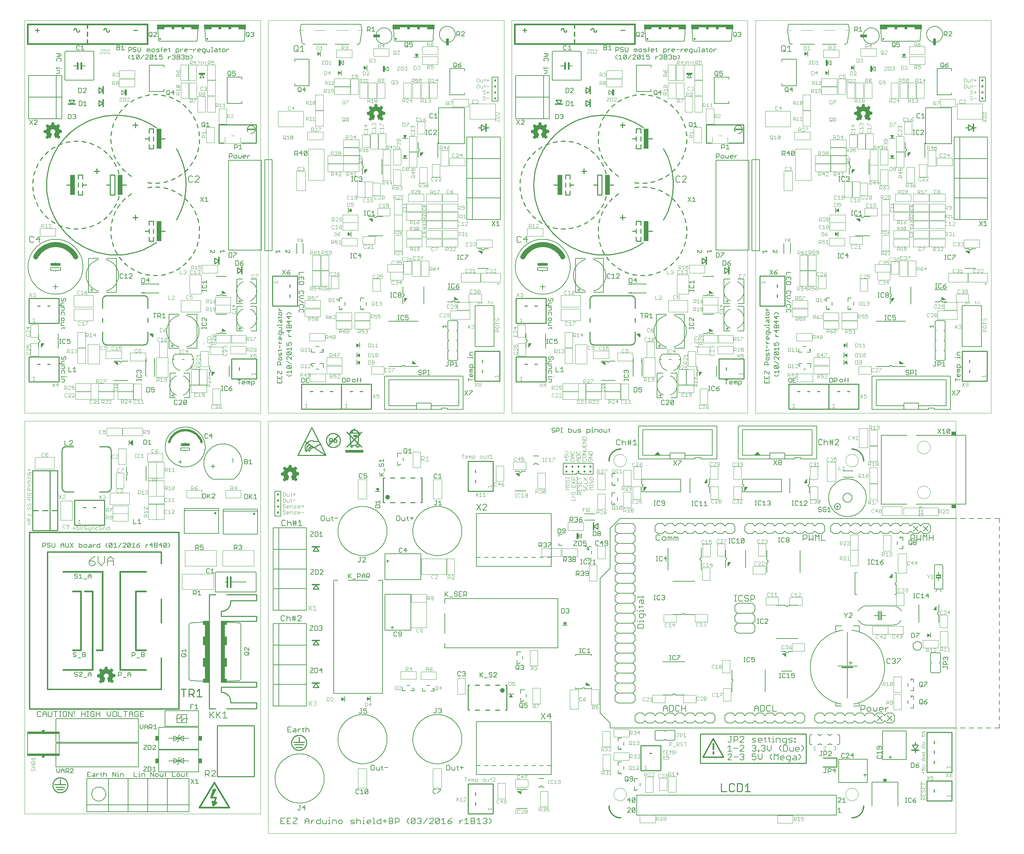
<source format=gto>
G75*
G70*
%OFA0B0*%
%FSLAX24Y24*%
%IPPOS*%
%LPD*%
%AMOC8*
5,1,8,0,0,1.08239X$1,22.5*
%
%ADD10C,0.0050*%
%ADD11C,0.0039*%
%ADD12C,0.0040*%
%ADD13C,0.0100*%
%ADD14C,0.0060*%
%ADD15R,0.0149X0.0001*%
%ADD16R,0.0004X0.0001*%
%ADD17R,0.0010X0.0001*%
%ADD18R,0.0017X0.0001*%
%ADD19R,0.0023X0.0001*%
%ADD20R,0.0029X0.0001*%
%ADD21R,0.0034X0.0001*%
%ADD22R,0.0040X0.0001*%
%ADD23R,0.0043X0.0002*%
%ADD24R,0.0047X0.0001*%
%ADD25R,0.0050X0.0001*%
%ADD26R,0.0054X0.0001*%
%ADD27R,0.0059X0.0001*%
%ADD28R,0.0064X0.0001*%
%ADD29R,0.0015X0.0001*%
%ADD30R,0.0067X0.0001*%
%ADD31R,0.0020X0.0001*%
%ADD32R,0.0070X0.0001*%
%ADD33R,0.0024X0.0001*%
%ADD34R,0.0074X0.0001*%
%ADD35R,0.0027X0.0001*%
%ADD36R,0.0076X0.0001*%
%ADD37R,0.0030X0.0001*%
%ADD38R,0.0081X0.0002*%
%ADD39R,0.0036X0.0002*%
%ADD40R,0.0086X0.0001*%
%ADD41R,0.0044X0.0001*%
%ADD42R,0.0091X0.0001*%
%ADD43R,0.0046X0.0001*%
%ADD44R,0.0094X0.0001*%
%ADD45R,0.0096X0.0001*%
%ADD46R,0.0053X0.0001*%
%ADD47R,0.0099X0.0001*%
%ADD48R,0.0056X0.0001*%
%ADD49R,0.0104X0.0001*%
%ADD50R,0.0060X0.0001*%
%ADD51R,0.0108X0.0001*%
%ADD52R,0.0112X0.0001*%
%ADD53R,0.0117X0.0001*%
%ADD54R,0.0072X0.0001*%
%ADD55R,0.0120X0.0002*%
%ADD56R,0.0075X0.0002*%
%ADD57R,0.0123X0.0001*%
%ADD58R,0.0078X0.0001*%
%ADD59R,0.0126X0.0001*%
%ADD60R,0.0081X0.0001*%
%ADD61R,0.0131X0.0001*%
%ADD62R,0.0136X0.0001*%
%ADD63R,0.0090X0.0001*%
%ADD64R,0.0139X0.0001*%
%ADD65R,0.0144X0.0001*%
%ADD66R,0.0147X0.0001*%
%ADD67R,0.0101X0.0001*%
%ADD68R,0.0150X0.0001*%
%ADD69R,0.0102X0.0001*%
%ADD70R,0.0153X0.0001*%
%ADD71R,0.0106X0.0001*%
%ADD72R,0.0158X0.0002*%
%ADD73R,0.0109X0.0002*%
%ADD74R,0.0164X0.0001*%
%ADD75R,0.0115X0.0001*%
%ADD76R,0.0168X0.0001*%
%ADD77R,0.0120X0.0001*%
%ADD78R,0.0171X0.0001*%
%ADD79R,0.0123X0.0001*%
%ADD80R,0.0172X0.0001*%
%ADD81R,0.0125X0.0001*%
%ADD82R,0.0175X0.0001*%
%ADD83R,0.0128X0.0001*%
%ADD84R,0.0180X0.0001*%
%ADD85R,0.0132X0.0001*%
%ADD86R,0.0186X0.0001*%
%ADD87R,0.0191X0.0001*%
%ADD88R,0.0141X0.0001*%
%ADD89R,0.0194X0.0001*%
%ADD90R,0.0145X0.0001*%
%ADD91R,0.0196X0.0002*%
%ADD92R,0.0149X0.0002*%
%ADD93R,0.0199X0.0001*%
%ADD94R,0.0151X0.0001*%
%ADD95R,0.0204X0.0001*%
%ADD96R,0.0153X0.0001*%
%ADD97R,0.0207X0.0001*%
%ADD98R,0.0158X0.0001*%
%ADD99R,0.0211X0.0001*%
%ADD100R,0.0162X0.0001*%
%ADD101R,0.0216X0.0001*%
%ADD102R,0.0166X0.0001*%
%ADD103R,0.0219X0.0001*%
%ADD104R,0.0007X0.0001*%
%ADD105R,0.0169X0.0001*%
%ADD106R,0.0222X0.0001*%
%ADD107R,0.0011X0.0001*%
%ADD108R,0.0224X0.0001*%
%ADD109R,0.0014X0.0001*%
%ADD110R,0.0176X0.0001*%
%ADD111R,0.0228X0.0001*%
%ADD112R,0.0018X0.0001*%
%ADD113R,0.0179X0.0001*%
%ADD114R,0.0234X0.0002*%
%ADD115R,0.0024X0.0002*%
%ADD116R,0.0183X0.0002*%
%ADD117R,0.0239X0.0001*%
%ADD118R,0.0189X0.0001*%
%ADD119R,0.0241X0.0001*%
%ADD120R,0.0033X0.0001*%
%ADD121R,0.0012X0.0001*%
%ADD122R,0.0192X0.0001*%
%ADD123R,0.0243X0.0001*%
%ADD124R,0.0038X0.0001*%
%ADD125R,0.0246X0.0001*%
%ADD126R,0.0041X0.0001*%
%ADD127R,0.0019X0.0001*%
%ADD128R,0.0196X0.0001*%
%ADD129R,0.0250X0.0001*%
%ADD130R,0.0021X0.0001*%
%ADD131R,0.0201X0.0001*%
%ADD132R,0.0254X0.0001*%
%ADD133R,0.0048X0.0001*%
%ADD134R,0.0258X0.0001*%
%ADD135R,0.0054X0.0001*%
%ADD136R,0.0209X0.0001*%
%ADD137R,0.0263X0.0001*%
%ADD138R,0.0213X0.0001*%
%ADD139R,0.0267X0.0001*%
%ADD140R,0.0063X0.0001*%
%ADD141R,0.0270X0.0002*%
%ADD142R,0.0066X0.0002*%
%ADD143R,0.0045X0.0002*%
%ADD144R,0.0219X0.0002*%
%ADD145R,0.0271X0.0001*%
%ADD146R,0.0220X0.0001*%
%ADD147R,0.0274X0.0001*%
%ADD148R,0.0051X0.0001*%
%ADD149R,0.0223X0.0001*%
%ADD150R,0.0278X0.0001*%
%ADD151R,0.0282X0.0001*%
%ADD152R,0.0231X0.0001*%
%ADD153R,0.0288X0.0001*%
%ADD154R,0.0085X0.0001*%
%ADD155R,0.0236X0.0001*%
%ADD156R,0.0289X0.0001*%
%ADD157R,0.0087X0.0001*%
%ADD158R,0.0066X0.0001*%
%ADD159R,0.0292X0.0001*%
%ADD160R,0.0069X0.0001*%
%ADD161R,0.0297X0.0001*%
%ADD162R,0.0300X0.0001*%
%ADD163R,0.0075X0.0001*%
%ADD164R,0.0305X0.0002*%
%ADD165R,0.0101X0.0002*%
%ADD166R,0.0078X0.0002*%
%ADD167R,0.0251X0.0002*%
%ADD168R,0.0309X0.0001*%
%ADD169R,0.0105X0.0001*%
%ADD170R,0.0083X0.0001*%
%ADD171R,0.0255X0.0001*%
%ADD172R,0.0314X0.0001*%
%ADD173R,0.0110X0.0001*%
%ADD174R,0.0087X0.0001*%
%ADD175R,0.0316X0.0001*%
%ADD176R,0.0113X0.0001*%
%ADD177R,0.0262X0.0001*%
%ADD178R,0.0319X0.0001*%
%ADD179R,0.0114X0.0001*%
%ADD180R,0.0093X0.0001*%
%ADD181R,0.0266X0.0001*%
%ADD182R,0.0321X0.0001*%
%ADD183R,0.0096X0.0001*%
%ADD184R,0.0324X0.0001*%
%ADD185R,0.0270X0.0001*%
%ADD186R,0.0329X0.0001*%
%ADD187R,0.0124X0.0001*%
%ADD188R,0.0275X0.0001*%
%ADD189R,0.0333X0.0001*%
%ADD190R,0.0279X0.0001*%
%ADD191R,0.0336X0.0001*%
%ADD192R,0.0111X0.0001*%
%ADD193R,0.0284X0.0001*%
%ADD194R,0.0339X0.0002*%
%ADD195R,0.0134X0.0002*%
%ADD196R,0.0114X0.0002*%
%ADD197R,0.0286X0.0002*%
%ADD198R,0.0342X0.0001*%
%ADD199R,0.0116X0.0001*%
%ADD200R,0.0491X0.0001*%
%ADD201R,0.0492X0.0001*%
%ADD202R,0.0294X0.0001*%
%ADD203R,0.0495X0.0001*%
%ADD204R,0.0299X0.0001*%
%ADD205R,0.0496X0.0001*%
%ADD206R,0.0127X0.0001*%
%ADD207R,0.0301X0.0001*%
%ADD208R,0.0498X0.0001*%
%ADD209R,0.0304X0.0001*%
%ADD210R,0.0501X0.0001*%
%ADD211R,0.0134X0.0001*%
%ADD212R,0.0308X0.0001*%
%ADD213R,0.0135X0.0001*%
%ADD214R,0.0311X0.0001*%
%ADD215R,0.0504X0.0001*%
%ADD216R,0.0138X0.0001*%
%ADD217R,0.0504X0.0002*%
%ADD218R,0.0141X0.0002*%
%ADD219R,0.0318X0.0002*%
%ADD220R,0.0507X0.0001*%
%ADD221R,0.0323X0.0001*%
%ADD222R,0.0326X0.0001*%
%ADD223R,0.0508X0.0001*%
%ADD224R,0.0152X0.0001*%
%ADD225R,0.0330X0.0001*%
%ADD226R,0.0510X0.0001*%
%ADD227R,0.0494X0.0001*%
%ADD228R,0.0512X0.0001*%
%ADD229R,0.0500X0.0001*%
%ADD230R,0.0513X0.0001*%
%ADD231R,0.0501X0.0001*%
%ADD232R,0.0513X0.0002*%
%ADD233R,0.0501X0.0002*%
%ADD234R,0.0503X0.0001*%
%ADD235R,0.0504X0.0001*%
%ADD236R,0.0506X0.0001*%
%ADD237R,0.0513X0.0001*%
%ADD238R,0.0509X0.0001*%
%ADD239R,0.0511X0.0001*%
%ADD240R,0.0514X0.0001*%
%ADD241R,0.0516X0.0001*%
%ADD242R,0.0513X0.0002*%
%ADD243R,0.0519X0.0002*%
%ADD244R,0.0519X0.0001*%
%ADD245R,0.0520X0.0001*%
%ADD246R,0.0522X0.0001*%
%ADD247R,0.0507X0.0001*%
%ADD248R,0.0509X0.0002*%
%ADD249R,0.0520X0.0002*%
%ADD250R,0.0522X0.0001*%
%ADD251R,0.0505X0.0001*%
%ADD252R,0.0502X0.0001*%
%ADD253R,0.0521X0.0001*%
%ADD254R,0.0503X0.0002*%
%ADD255R,0.0519X0.0002*%
%ADD256R,0.0519X0.0001*%
%ADD257R,0.0499X0.0001*%
%ADD258R,0.0517X0.0001*%
%ADD259R,0.0495X0.0002*%
%ADD260R,0.0514X0.0002*%
%ADD261R,0.0515X0.0001*%
%ADD262R,0.0492X0.0001*%
%ADD263R,0.0490X0.0001*%
%ADD264R,0.0490X0.0002*%
%ADD265R,0.0511X0.0002*%
%ADD266R,0.0489X0.0001*%
%ADD267R,0.0489X0.0001*%
%ADD268R,0.0488X0.0001*%
%ADD269R,0.0485X0.0001*%
%ADD270R,0.0483X0.0001*%
%ADD271R,0.0483X0.0002*%
%ADD272R,0.0507X0.0002*%
%ADD273R,0.0483X0.0001*%
%ADD274R,0.0481X0.0001*%
%ADD275R,0.0480X0.0001*%
%ADD276R,0.0480X0.0002*%
%ADD277R,0.0501X0.0002*%
%ADD278R,0.0479X0.0001*%
%ADD279R,0.0477X0.0001*%
%ADD280R,0.0477X0.0001*%
%ADD281R,0.0475X0.0001*%
%ADD282R,0.0474X0.0001*%
%ADD283R,0.0472X0.0001*%
%ADD284R,0.0472X0.0002*%
%ADD285R,0.0498X0.0002*%
%ADD286R,0.0471X0.0001*%
%ADD287R,0.0473X0.0001*%
%ADD288R,0.0471X0.0001*%
%ADD289R,0.0470X0.0001*%
%ADD290R,0.0468X0.0001*%
%ADD291R,0.0469X0.0001*%
%ADD292R,0.0468X0.0002*%
%ADD293R,0.0491X0.0002*%
%ADD294R,0.0466X0.0001*%
%ADD295R,0.0465X0.0001*%
%ADD296R,0.0464X0.0001*%
%ADD297R,0.0462X0.0001*%
%ADD298R,0.0462X0.0002*%
%ADD299R,0.0489X0.0002*%
%ADD300R,0.0461X0.0001*%
%ADD301R,0.0460X0.0001*%
%ADD302R,0.0459X0.0001*%
%ADD303R,0.0484X0.0001*%
%ADD304R,0.0457X0.0001*%
%ADD305R,0.0459X0.0001*%
%ADD306R,0.0458X0.0002*%
%ADD307R,0.0484X0.0002*%
%ADD308R,0.0456X0.0001*%
%ADD309R,0.0455X0.0001*%
%ADD310R,0.0453X0.0001*%
%ADD311R,0.0451X0.0001*%
%ADD312R,0.0453X0.0001*%
%ADD313R,0.0450X0.0001*%
%ADD314R,0.0451X0.0002*%
%ADD315R,0.0478X0.0001*%
%ADD316R,0.0449X0.0001*%
%ADD317R,0.0476X0.0001*%
%ADD318R,0.0447X0.0001*%
%ADD319R,0.0474X0.0001*%
%ADD320R,0.0449X0.0002*%
%ADD321R,0.0476X0.0002*%
%ADD322R,0.0454X0.0001*%
%ADD323R,0.0469X0.0002*%
%ADD324R,0.0468X0.0001*%
%ADD325R,0.0467X0.0001*%
%ADD326R,0.0473X0.0002*%
%ADD327R,0.0468X0.0002*%
%ADD328R,0.0486X0.0002*%
%ADD329R,0.0474X0.0002*%
%ADD330R,0.0487X0.0001*%
%ADD331R,0.0497X0.0001*%
%ADD332R,0.0486X0.0001*%
%ADD333R,0.0500X0.0002*%
%ADD334R,0.0487X0.0002*%
%ADD335R,0.0498X0.0001*%
%ADD336R,0.0524X0.0002*%
%ADD337R,0.0524X0.0001*%
%ADD338R,0.0525X0.0001*%
%ADD339R,0.0528X0.0001*%
%ADD340R,0.0529X0.0001*%
%ADD341R,0.0533X0.0001*%
%ADD342R,0.0534X0.0001*%
%ADD343R,0.0523X0.0001*%
%ADD344R,0.0536X0.0001*%
%ADD345R,0.0537X0.0002*%
%ADD346R,0.0527X0.0002*%
%ADD347R,0.0537X0.0001*%
%ADD348R,0.0528X0.0001*%
%ADD349R,0.0539X0.0001*%
%ADD350R,0.0530X0.0001*%
%ADD351R,0.0540X0.0001*%
%ADD352R,0.0541X0.0001*%
%ADD353R,0.0531X0.0001*%
%ADD354R,0.0543X0.0001*%
%ADD355R,0.0544X0.0001*%
%ADD356R,0.0546X0.0002*%
%ADD357R,0.0536X0.0002*%
%ADD358R,0.0547X0.0001*%
%ADD359R,0.0551X0.0001*%
%ADD360R,0.0552X0.0001*%
%ADD361R,0.0554X0.0001*%
%ADD362R,0.0555X0.0001*%
%ADD363R,0.0555X0.0002*%
%ADD364R,0.0547X0.0002*%
%ADD365R,0.0549X0.0001*%
%ADD366R,0.0548X0.0001*%
%ADD367R,0.0538X0.0001*%
%ADD368R,0.0537X0.0001*%
%ADD369R,0.0533X0.0002*%
%ADD370R,0.0531X0.0001*%
%ADD371R,0.0526X0.0001*%
%ADD372R,0.0518X0.0001*%
%ADD373R,0.0498X0.0002*%
%ADD374R,0.0496X0.0002*%
%ADD375R,0.0486X0.0001*%
%ADD376R,0.0485X0.0002*%
%ADD377R,0.0482X0.0001*%
%ADD378R,0.0477X0.0002*%
%ADD379R,0.0530X0.0002*%
%ADD380R,0.0464X0.0002*%
%ADD381R,0.0561X0.0001*%
%ADD382R,0.0570X0.0001*%
%ADD383R,0.0576X0.0001*%
%ADD384R,0.0581X0.0001*%
%ADD385R,0.0585X0.0001*%
%ADD386R,0.0589X0.0001*%
%ADD387R,0.0600X0.0002*%
%ADD388R,0.0614X0.0001*%
%ADD389R,0.0623X0.0001*%
%ADD390R,0.0630X0.0001*%
%ADD391R,0.0633X0.0001*%
%ADD392R,0.0638X0.0001*%
%ADD393R,0.0645X0.0001*%
%ADD394R,0.0657X0.0001*%
%ADD395R,0.0556X0.0001*%
%ADD396R,0.0669X0.0001*%
%ADD397R,0.0674X0.0001*%
%ADD398R,0.0579X0.0001*%
%ADD399R,0.0676X0.0002*%
%ADD400R,0.0585X0.0002*%
%ADD401R,0.0678X0.0001*%
%ADD402R,0.0590X0.0001*%
%ADD403R,0.0679X0.0001*%
%ADD404R,0.0596X0.0001*%
%ADD405R,0.0681X0.0001*%
%ADD406R,0.0606X0.0001*%
%ADD407R,0.0620X0.0001*%
%ADD408R,0.0682X0.0001*%
%ADD409R,0.0633X0.0001*%
%ADD410R,0.0684X0.0001*%
%ADD411R,0.0639X0.0001*%
%ADD412R,0.0649X0.0001*%
%ADD413R,0.0684X0.0001*%
%ADD414R,0.0655X0.0001*%
%ADD415R,0.0683X0.0002*%
%ADD416R,0.0664X0.0002*%
%ADD417R,0.0683X0.0001*%
%ADD418R,0.0670X0.0001*%
%ADD419R,0.0671X0.0001*%
%ADD420R,0.0681X0.0001*%
%ADD421R,0.0672X0.0001*%
%ADD422R,0.0680X0.0001*%
%ADD423R,0.0675X0.0001*%
%ADD424R,0.0676X0.0001*%
%ADD425R,0.0680X0.0002*%
%ADD426R,0.0678X0.0002*%
%ADD427R,0.0678X0.0001*%
%ADD428R,0.0675X0.0002*%
%ADD429R,0.0672X0.0002*%
%ADD430R,0.0672X0.0001*%
%ADD431R,0.0671X0.0002*%
%ADD432R,0.0670X0.0002*%
%ADD433R,0.0669X0.0001*%
%ADD434R,0.0667X0.0001*%
%ADD435R,0.0669X0.0002*%
%ADD436R,0.0667X0.0002*%
%ADD437R,0.0668X0.0001*%
%ADD438R,0.0666X0.0001*%
%ADD439R,0.0668X0.0002*%
%ADD440R,0.0666X0.0002*%
%ADD441R,0.0666X0.0001*%
%ADD442R,0.0664X0.0001*%
%ADD443R,0.0663X0.0001*%
%ADD444R,0.0666X0.0002*%
%ADD445R,0.0663X0.0002*%
%ADD446R,0.0665X0.0001*%
%ADD447R,0.0674X0.0002*%
%ADD448R,0.0677X0.0001*%
%ADD449R,0.0678X0.0002*%
%ADD450R,0.0682X0.0002*%
%ADD451R,0.0686X0.0001*%
%ADD452R,0.0686X0.0002*%
%ADD453R,0.0687X0.0001*%
%ADD454R,0.0689X0.0001*%
%ADD455R,0.0653X0.0001*%
%ADD456R,0.0641X0.0001*%
%ADD457R,0.0626X0.0001*%
%ADD458R,0.0616X0.0001*%
%ADD459R,0.0687X0.0001*%
%ADD460R,0.0612X0.0001*%
%ADD461R,0.0688X0.0001*%
%ADD462R,0.0606X0.0001*%
%ADD463R,0.0601X0.0001*%
%ADD464R,0.0591X0.0002*%
%ADD465R,0.0567X0.0001*%
%ADD466R,0.0560X0.0001*%
%ADD467R,0.0659X0.0001*%
%ADD468R,0.0516X0.0001*%
%ADD469R,0.0639X0.0001*%
%ADD470R,0.0502X0.0002*%
%ADD471R,0.0633X0.0002*%
%ADD472R,0.0608X0.0001*%
%ADD473R,0.0582X0.0001*%
%ADD474R,0.0577X0.0001*%
%ADD475R,0.0569X0.0002*%
%ADD476R,0.0546X0.0001*%
%ADD477R,0.0486X0.0002*%
%ADD478R,0.0493X0.0001*%
%ADD479R,0.0516X0.0002*%
%ADD480R,0.0532X0.0001*%
%ADD481R,0.0534X0.0002*%
%ADD482R,0.0535X0.0002*%
%ADD483R,0.0543X0.0001*%
%ADD484R,0.0553X0.0001*%
%ADD485R,0.0559X0.0001*%
%ADD486R,0.0564X0.0001*%
%ADD487R,0.0564X0.0001*%
%ADD488R,0.0567X0.0001*%
%ADD489R,0.0569X0.0001*%
%ADD490R,0.0570X0.0002*%
%ADD491R,0.0571X0.0002*%
%ADD492R,0.0571X0.0001*%
%ADD493R,0.0573X0.0001*%
%ADD494R,0.0574X0.0001*%
%ADD495R,0.0576X0.0001*%
%ADD496R,0.0600X0.0001*%
%ADD497R,0.0611X0.0001*%
%ADD498R,0.0618X0.0001*%
%ADD499R,0.0621X0.0001*%
%ADD500R,0.1269X0.0001*%
%ADD501R,0.1267X0.0001*%
%ADD502R,0.1266X0.0001*%
%ADD503R,0.1266X0.0002*%
%ADD504R,0.1264X0.0001*%
%ADD505R,0.1261X0.0001*%
%ADD506R,0.1260X0.0001*%
%ADD507R,0.1259X0.0001*%
%ADD508R,0.1256X0.0001*%
%ADD509R,0.1254X0.0001*%
%ADD510R,0.1253X0.0001*%
%ADD511R,0.1251X0.0001*%
%ADD512R,0.1251X0.0002*%
%ADD513R,0.1248X0.0001*%
%ADD514R,0.1245X0.0001*%
%ADD515R,0.1244X0.0001*%
%ADD516R,0.1242X0.0001*%
%ADD517R,0.1239X0.0001*%
%ADD518R,0.1237X0.0001*%
%ADD519R,0.1236X0.0002*%
%ADD520R,0.1233X0.0001*%
%ADD521R,0.1230X0.0001*%
%ADD522R,0.1229X0.0001*%
%ADD523R,0.1227X0.0001*%
%ADD524R,0.1226X0.0001*%
%ADD525R,0.1224X0.0001*%
%ADD526R,0.1223X0.0002*%
%ADD527R,0.1219X0.0001*%
%ADD528R,0.1216X0.0001*%
%ADD529R,0.1215X0.0001*%
%ADD530R,0.1214X0.0001*%
%ADD531R,0.1212X0.0001*%
%ADD532R,0.1209X0.0001*%
%ADD533R,0.1207X0.0002*%
%ADD534R,0.1206X0.0001*%
%ADD535R,0.1204X0.0001*%
%ADD536R,0.1201X0.0001*%
%ADD537R,0.1200X0.0001*%
%ADD538R,0.1199X0.0001*%
%ADD539R,0.1196X0.0001*%
%ADD540R,0.1194X0.0001*%
%ADD541R,0.1193X0.0001*%
%ADD542R,0.1191X0.0001*%
%ADD543R,0.1191X0.0002*%
%ADD544R,0.1188X0.0001*%
%ADD545R,0.1185X0.0001*%
%ADD546R,0.1184X0.0001*%
%ADD547R,0.1181X0.0001*%
%ADD548R,0.1177X0.0001*%
%ADD549R,0.1176X0.0001*%
%ADD550R,0.1174X0.0001*%
%ADD551R,0.1173X0.0001*%
%ADD552R,0.1170X0.0002*%
%ADD553R,0.1170X0.0001*%
%ADD554R,0.1169X0.0001*%
%ADD555R,0.1166X0.0001*%
%ADD556R,0.1164X0.0001*%
%ADD557R,0.1163X0.0001*%
%ADD558R,0.1163X0.0002*%
%ADD559R,0.1167X0.0001*%
%ADD560R,0.1171X0.0001*%
%ADD561R,0.1179X0.0001*%
%ADD562R,0.1182X0.0001*%
%ADD563R,0.1182X0.0002*%
%ADD564R,0.1188X0.0001*%
%ADD565R,0.1190X0.0001*%
%ADD566R,0.1197X0.0001*%
%ADD567R,0.1204X0.0002*%
%ADD568R,0.1207X0.0001*%
%ADD569R,0.1210X0.0001*%
%ADD570R,0.1213X0.0001*%
%ADD571R,0.1217X0.0001*%
%ADD572R,0.1218X0.0001*%
%ADD573R,0.1220X0.0001*%
%ADD574R,0.1221X0.0001*%
%ADD575R,0.1223X0.0001*%
%ADD576R,0.1226X0.0002*%
%ADD577R,0.1236X0.0001*%
%ADD578R,0.1239X0.0001*%
%ADD579R,0.1240X0.0001*%
%ADD580R,0.1243X0.0001*%
%ADD581R,0.1248X0.0002*%
%ADD582R,0.1248X0.0001*%
%ADD583R,0.1251X0.0001*%
%ADD584R,0.1257X0.0001*%
%ADD585R,0.1263X0.0001*%
%ADD586R,0.1267X0.0002*%
%ADD587R,0.1270X0.0001*%
%ADD588R,0.1274X0.0001*%
%ADD589R,0.1275X0.0001*%
%ADD590R,0.1278X0.0001*%
%ADD591R,0.1280X0.0001*%
%ADD592R,0.1281X0.0001*%
%ADD593R,0.1284X0.0001*%
%ADD594R,0.1286X0.0001*%
%ADD595R,0.1289X0.0001*%
%ADD596R,0.1290X0.0002*%
%ADD597R,0.1291X0.0001*%
%ADD598R,0.1294X0.0001*%
%ADD599R,0.1296X0.0001*%
%ADD600R,0.1299X0.0001*%
%ADD601R,0.1300X0.0001*%
%ADD602R,0.1302X0.0001*%
%ADD603R,0.1304X0.0001*%
%ADD604R,0.1306X0.0001*%
%ADD605R,0.1308X0.0001*%
%ADD606R,0.1311X0.0002*%
%ADD607R,0.1313X0.0001*%
%ADD608R,0.1316X0.0001*%
%ADD609R,0.1317X0.0001*%
%ADD610R,0.1320X0.0001*%
%ADD611R,0.1323X0.0001*%
%ADD612R,0.1326X0.0001*%
%ADD613R,0.1329X0.0001*%
%ADD614R,0.1332X0.0002*%
%ADD615R,0.1335X0.0001*%
%ADD616R,0.1336X0.0001*%
%ADD617R,0.1340X0.0001*%
%ADD618R,0.1343X0.0001*%
%ADD619R,0.1346X0.0001*%
%ADD620R,0.1347X0.0001*%
%ADD621R,0.1350X0.0001*%
%ADD622R,0.1353X0.0002*%
%ADD623R,0.1356X0.0001*%
%ADD624R,0.1357X0.0001*%
%ADD625R,0.1360X0.0001*%
%ADD626R,0.1364X0.0001*%
%ADD627R,0.1365X0.0001*%
%ADD628R,0.1368X0.0001*%
%ADD629R,0.1369X0.0001*%
%ADD630R,0.1373X0.0001*%
%ADD631R,0.1374X0.0002*%
%ADD632R,0.1377X0.0001*%
%ADD633R,0.1379X0.0001*%
%ADD634R,0.1380X0.0001*%
%ADD635R,0.1383X0.0001*%
%ADD636R,0.1386X0.0001*%
%ADD637R,0.1387X0.0001*%
%ADD638R,0.1391X0.0001*%
%ADD639R,0.1394X0.0001*%
%ADD640R,0.1395X0.0002*%
%ADD641R,0.1398X0.0001*%
%ADD642R,0.1401X0.0001*%
%ADD643R,0.1403X0.0001*%
%ADD644R,0.1406X0.0001*%
%ADD645R,0.1407X0.0001*%
%ADD646R,0.1409X0.0001*%
%ADD647R,0.1411X0.0001*%
%ADD648R,0.1414X0.0001*%
%ADD649R,0.1416X0.0002*%
%ADD650R,0.1419X0.0001*%
%ADD651R,0.1421X0.0001*%
%ADD652R,0.1422X0.0001*%
%ADD653R,0.1424X0.0001*%
%ADD654R,0.1426X0.0001*%
%ADD655R,0.1428X0.0001*%
%ADD656R,0.1429X0.0002*%
%ADD657R,0.1429X0.0001*%
%ADD658R,0.1425X0.0001*%
%ADD659R,0.1421X0.0002*%
%ADD660R,0.1418X0.0001*%
%ADD661R,0.1416X0.0001*%
%ADD662R,0.1413X0.0001*%
%ADD663R,0.1410X0.0001*%
%ADD664R,0.1404X0.0001*%
%ADD665R,0.1401X0.0001*%
%ADD666R,0.0346X0.0001*%
%ADD667R,0.1044X0.0001*%
%ADD668R,0.0342X0.0002*%
%ADD669R,0.1040X0.0002*%
%ADD670R,0.0337X0.0001*%
%ADD671R,0.1034X0.0001*%
%ADD672R,0.0357X0.0001*%
%ADD673R,0.0660X0.0001*%
%ADD674R,0.0353X0.0001*%
%ADD675R,0.0327X0.0001*%
%ADD676R,0.0349X0.0001*%
%ADD677R,0.0321X0.0001*%
%ADD678R,0.0648X0.0001*%
%ADD679R,0.0344X0.0001*%
%ADD680R,0.0317X0.0001*%
%ADD681R,0.0339X0.0001*%
%ADD682R,0.0312X0.0001*%
%ADD683R,0.0631X0.0001*%
%ADD684R,0.0334X0.0001*%
%ADD685R,0.0309X0.0001*%
%ADD686R,0.0307X0.0002*%
%ADD687R,0.0623X0.0002*%
%ADD688R,0.0327X0.0002*%
%ADD689R,0.0618X0.0001*%
%ADD690R,0.0297X0.0001*%
%ADD691R,0.0607X0.0001*%
%ADD692R,0.0320X0.0001*%
%ADD693R,0.0293X0.0001*%
%ADD694R,0.0599X0.0001*%
%ADD695R,0.0313X0.0001*%
%ADD696R,0.0285X0.0001*%
%ADD697R,0.0584X0.0001*%
%ADD698R,0.0303X0.0001*%
%ADD699R,0.0281X0.0001*%
%ADD700R,0.0273X0.0002*%
%ADD701R,0.0563X0.0002*%
%ADD702R,0.0293X0.0002*%
%ADD703R,0.0264X0.0001*%
%ADD704R,0.0259X0.0001*%
%ADD705R,0.0256X0.0001*%
%ADD706R,0.0276X0.0001*%
%ADD707R,0.0252X0.0001*%
%ADD708R,0.0273X0.0001*%
%ADD709R,0.0248X0.0001*%
%ADD710R,0.0269X0.0001*%
%ADD711R,0.0245X0.0001*%
%ADD712R,0.0240X0.0001*%
%ADD713R,0.0237X0.0002*%
%ADD714R,0.0256X0.0002*%
%ADD715R,0.0234X0.0001*%
%ADD716R,0.0232X0.0001*%
%ADD717R,0.0251X0.0001*%
%ADD718R,0.0228X0.0001*%
%ADD719R,0.0246X0.0001*%
%ADD720R,0.0456X0.0001*%
%ADD721R,0.0219X0.0001*%
%ADD722R,0.0444X0.0001*%
%ADD723R,0.0237X0.0001*%
%ADD724R,0.0214X0.0001*%
%ADD725R,0.0436X0.0001*%
%ADD726R,0.0432X0.0001*%
%ADD727R,0.0231X0.0001*%
%ADD728R,0.0210X0.0001*%
%ADD729R,0.0426X0.0001*%
%ADD730R,0.0420X0.0001*%
%ADD731R,0.0226X0.0001*%
%ADD732R,0.0204X0.0002*%
%ADD733R,0.0409X0.0002*%
%ADD734R,0.0222X0.0002*%
%ADD735R,0.0391X0.0001*%
%ADD736R,0.0217X0.0001*%
%ADD737R,0.0376X0.0001*%
%ADD738R,0.0368X0.0001*%
%ADD739R,0.0189X0.0001*%
%ADD740R,0.0361X0.0001*%
%ADD741R,0.0206X0.0001*%
%ADD742R,0.0186X0.0001*%
%ADD743R,0.0356X0.0001*%
%ADD744R,0.0181X0.0001*%
%ADD745R,0.0345X0.0001*%
%ADD746R,0.0173X0.0001*%
%ADD747R,0.0331X0.0001*%
%ADD748R,0.0190X0.0001*%
%ADD749R,0.0168X0.0001*%
%ADD750R,0.0165X0.0002*%
%ADD751R,0.0162X0.0001*%
%ADD752R,0.0159X0.0001*%
%ADD753R,0.0177X0.0001*%
%ADD754R,0.0156X0.0001*%
%ADD755R,0.0324X0.0001*%
%ADD756R,0.0174X0.0001*%
%ADD757R,0.0167X0.0001*%
%ADD758R,0.0146X0.0001*%
%ADD759R,0.0163X0.0001*%
%ADD760R,0.0141X0.0001*%
%ADD761R,0.0140X0.0001*%
%ADD762R,0.0137X0.0001*%
%ADD763R,0.0133X0.0001*%
%ADD764R,0.0129X0.0002*%
%ADD765R,0.0321X0.0002*%
%ADD766R,0.0146X0.0002*%
%ADD767R,0.0119X0.0001*%
%ADD768R,0.0129X0.0001*%
%ADD769R,0.0111X0.0001*%
%ADD770R,0.0126X0.0001*%
%ADD771R,0.0318X0.0001*%
%ADD772R,0.0097X0.0001*%
%ADD773R,0.0315X0.0001*%
%ADD774R,0.0089X0.0002*%
%ADD775R,0.0315X0.0002*%
%ADD776R,0.0105X0.0002*%
%ADD777R,0.0079X0.0001*%
%ADD778R,0.0089X0.0001*%
%ADD779R,0.0069X0.0001*%
%ADD780R,0.0084X0.0001*%
%ADD781R,0.0057X0.0001*%
%ADD782R,0.0052X0.0002*%
%ADD783R,0.0311X0.0002*%
%ADD784R,0.0066X0.0002*%
%ADD785R,0.0061X0.0001*%
%ADD786R,0.0042X0.0001*%
%ADD787R,0.0055X0.0001*%
%ADD788R,0.0039X0.0001*%
%ADD789R,0.0052X0.0001*%
%ADD790R,0.0036X0.0001*%
%ADD791R,0.0049X0.0001*%
%ADD792R,0.0307X0.0001*%
%ADD793R,0.0045X0.0001*%
%ADD794R,0.0022X0.0001*%
%ADD795R,0.0035X0.0001*%
%ADD796R,0.0025X0.0002*%
%ADD797R,0.0306X0.0001*%
%ADD798R,0.0018X0.0001*%
%ADD799R,0.0008X0.0001*%
%ADD800R,0.0300X0.0002*%
%ADD801R,0.0296X0.0001*%
%ADD802R,0.0294X0.0002*%
%ADD803R,0.0294X0.0001*%
%ADD804R,0.0291X0.0001*%
%ADD805R,0.0291X0.0002*%
%ADD806R,0.0286X0.0001*%
%ADD807R,0.0281X0.0002*%
%ADD808R,0.0277X0.0001*%
%ADD809R,0.0276X0.0001*%
%ADD810R,0.0266X0.0002*%
%ADD811R,0.0264X0.0001*%
%ADD812R,0.0261X0.0001*%
%ADD813R,0.0259X0.0002*%
%ADD814R,0.0254X0.0002*%
%ADD815R,0.0248X0.0002*%
%ADD816R,0.0218X0.0002*%
%ADD817R,0.0157X0.0001*%
%ADD818C,0.0030*%
%ADD819C,0.0070*%
%ADD820C,0.0160*%
%ADD821C,0.0090*%
%ADD822C,0.0150*%
%ADD823C,0.0120*%
%ADD824C,0.0080*%
%ADD825R,0.0240X0.0620*%
%ADD826C,0.0020*%
%ADD827R,0.0551X0.0079*%
%ADD828R,0.0079X0.0551*%
%ADD829R,0.0300X0.0660*%
%ADD830R,0.0660X0.0300*%
%ADD831C,0.0200*%
%ADD832R,0.4200X0.0300*%
%ADD833R,0.0750X0.0200*%
%ADD834R,0.0300X0.0200*%
%ADD835R,0.0118X0.0827*%
%ADD836R,0.0620X0.0240*%
%ADD837R,0.0827X0.0118*%
%ADD838R,0.0500X0.2000*%
%ADD839R,0.0079X0.0079*%
%ADD840R,0.1000X0.0250*%
%ADD841C,0.0500*%
%ADD842R,0.0100X0.0150*%
%ADD843R,0.0150X0.0100*%
%ADD844R,0.0748X0.0118*%
%ADD845R,0.0900X0.0250*%
%ADD846C,0.0240*%
%ADD847R,0.0350X0.0500*%
%ADD848R,0.0400X0.6200*%
%ADD849R,0.0200X0.0400*%
%ADD850R,0.0200X0.0850*%
%ADD851C,0.0217*%
%ADD852R,0.3150X0.0197*%
%ADD853R,0.0300X0.0225*%
%ADD854C,0.0472*%
%ADD855C,0.0000*%
%ADD856R,0.0340X0.0300*%
%ADD857R,0.1800X0.0300*%
%ADD858C,0.0004*%
%ADD859R,0.0450X0.0364*%
%ADD860R,0.1181X0.0118*%
D10*
X010056Y005454D02*
X010056Y006141D01*
X020292Y006141D01*
X020292Y005454D01*
X018126Y005454D01*
X018126Y008800D01*
X016953Y009512D02*
X016653Y009512D01*
X016803Y009512D02*
X016803Y009963D01*
X016653Y009813D01*
X016493Y009888D02*
X016417Y009963D01*
X016192Y009963D01*
X016192Y009512D01*
X016417Y009512D01*
X016493Y009587D01*
X016493Y009888D01*
X016032Y009888D02*
X015732Y009587D01*
X015732Y009512D01*
X016032Y009512D01*
X016032Y009888D02*
X016032Y009963D01*
X015732Y009963D01*
X015219Y009956D02*
X015219Y012318D01*
X006951Y012318D01*
X006951Y009956D01*
X015219Y009956D01*
X016158Y008800D02*
X014189Y008800D01*
X014189Y005454D01*
X012221Y005454D01*
X012221Y008800D01*
X014189Y008800D01*
X012221Y008800D02*
X010056Y008800D01*
X010056Y006141D01*
X010056Y005454D02*
X012221Y005454D01*
X014189Y005454D02*
X016158Y005454D01*
X016158Y008800D01*
X020292Y008800D01*
X020292Y006141D01*
X020467Y008283D02*
X020768Y008733D01*
X020928Y008583D02*
X021078Y008733D01*
X021078Y008283D01*
X020928Y008283D02*
X021228Y008283D01*
X020768Y008283D02*
X020467Y008733D01*
X019743Y010308D02*
X019243Y010558D01*
X019743Y010808D01*
X019743Y010308D01*
X019243Y010558D02*
X018743Y010308D01*
X018743Y010808D01*
X019243Y010558D01*
X019743Y012564D02*
X019243Y012814D01*
X019743Y013064D01*
X019743Y012564D01*
X019243Y012814D02*
X018743Y012564D01*
X018743Y013064D01*
X019243Y012814D01*
X019065Y014400D02*
X019065Y015187D01*
X020049Y015187D01*
X020049Y014794D01*
X020049Y014400D01*
X019065Y014400D01*
X018967Y014794D02*
X019360Y014794D01*
X019557Y015089D01*
X019557Y014498D01*
X019754Y014794D01*
X020049Y014794D01*
X020148Y014794D01*
X020433Y015753D02*
X020433Y016203D01*
X020733Y016203D01*
X020893Y016053D02*
X021043Y016203D01*
X021043Y015753D01*
X020893Y015753D02*
X021193Y015753D01*
X021231Y015581D02*
X021231Y014006D01*
X017884Y014006D01*
X017884Y015581D01*
X021231Y015581D01*
X020583Y015978D02*
X020433Y015978D01*
X016902Y014184D02*
X016902Y013734D01*
X016752Y013734D02*
X017053Y013734D01*
X016752Y014034D02*
X016902Y014184D01*
X016592Y014109D02*
X016592Y013959D01*
X016517Y013884D01*
X016292Y013884D01*
X016292Y013734D02*
X016292Y014184D01*
X016517Y014184D01*
X016592Y014109D01*
X016442Y013884D02*
X016592Y013734D01*
X016132Y013734D02*
X016132Y014034D01*
X015982Y014184D01*
X015832Y014034D01*
X015832Y013734D01*
X015671Y013884D02*
X015671Y014184D01*
X015832Y013959D02*
X016132Y013959D01*
X015671Y013884D02*
X015521Y013734D01*
X015371Y013884D01*
X015371Y014184D01*
X015213Y014776D02*
X015213Y012414D01*
X006946Y012414D01*
X006946Y014776D01*
X015213Y014776D01*
X015732Y012130D02*
X016032Y012130D01*
X016032Y012055D01*
X015732Y011755D01*
X015732Y011680D01*
X016032Y011680D01*
X016192Y011680D02*
X016417Y011680D01*
X016493Y011755D01*
X016493Y012055D01*
X016417Y012130D01*
X016192Y012130D01*
X016192Y011680D01*
X016653Y011680D02*
X016953Y011980D01*
X016953Y012055D01*
X016878Y012130D01*
X016728Y012130D01*
X016653Y012055D01*
X016653Y011680D02*
X016953Y011680D01*
X010530Y007226D02*
X010532Y007279D01*
X010538Y007331D01*
X010548Y007383D01*
X010561Y007434D01*
X010579Y007484D01*
X010600Y007533D01*
X010625Y007580D01*
X010653Y007624D01*
X010684Y007667D01*
X010719Y007707D01*
X010756Y007744D01*
X010796Y007779D01*
X010839Y007810D01*
X010884Y007838D01*
X010930Y007863D01*
X010979Y007884D01*
X011029Y007902D01*
X011080Y007915D01*
X011132Y007925D01*
X011184Y007931D01*
X011237Y007933D01*
X011290Y007931D01*
X011342Y007925D01*
X011394Y007915D01*
X011445Y007902D01*
X011495Y007884D01*
X011544Y007863D01*
X011591Y007838D01*
X011635Y007810D01*
X011678Y007779D01*
X011718Y007744D01*
X011755Y007707D01*
X011790Y007667D01*
X011821Y007624D01*
X011849Y007579D01*
X011874Y007533D01*
X011895Y007484D01*
X011913Y007434D01*
X011926Y007383D01*
X011936Y007331D01*
X011942Y007279D01*
X011944Y007226D01*
X011942Y007173D01*
X011936Y007121D01*
X011926Y007069D01*
X011913Y007018D01*
X011895Y006968D01*
X011874Y006919D01*
X011849Y006872D01*
X011821Y006828D01*
X011790Y006785D01*
X011755Y006745D01*
X011718Y006708D01*
X011678Y006673D01*
X011635Y006642D01*
X011590Y006614D01*
X011544Y006589D01*
X011495Y006568D01*
X011445Y006550D01*
X011394Y006537D01*
X011342Y006527D01*
X011290Y006521D01*
X011237Y006519D01*
X011184Y006521D01*
X011132Y006527D01*
X011080Y006537D01*
X011029Y006550D01*
X010979Y006568D01*
X010930Y006589D01*
X010883Y006614D01*
X010839Y006642D01*
X010796Y006673D01*
X010756Y006708D01*
X010719Y006745D01*
X010684Y006785D01*
X010653Y006828D01*
X010625Y006873D01*
X010600Y006919D01*
X010579Y006968D01*
X010561Y007018D01*
X010548Y007069D01*
X010538Y007121D01*
X010532Y007173D01*
X010530Y007226D01*
X008693Y009344D02*
X008392Y009344D01*
X008693Y009645D01*
X008693Y009720D01*
X008617Y009795D01*
X008467Y009795D01*
X008392Y009720D01*
X008232Y009720D02*
X008232Y009570D01*
X008157Y009495D01*
X007932Y009495D01*
X008082Y009495D02*
X008232Y009344D01*
X007932Y009344D02*
X007932Y009795D01*
X008157Y009795D01*
X008232Y009720D01*
X007772Y009645D02*
X007772Y009344D01*
X007772Y009570D02*
X007471Y009570D01*
X007471Y009645D02*
X007622Y009795D01*
X007772Y009645D01*
X007471Y009645D02*
X007471Y009344D01*
X007311Y009495D02*
X007311Y009795D01*
X007011Y009795D02*
X007011Y009495D01*
X007161Y009344D01*
X007311Y009495D01*
X007267Y011094D02*
X004118Y011094D01*
X004118Y013456D01*
X007267Y013456D01*
X007267Y011094D01*
X008885Y019001D02*
X008810Y019076D01*
X008885Y019001D02*
X009035Y019001D01*
X009110Y019076D01*
X009110Y019151D01*
X009035Y019226D01*
X008885Y019226D01*
X008810Y019301D01*
X008810Y019376D01*
X008885Y019451D01*
X009035Y019451D01*
X009110Y019376D01*
X009270Y019376D02*
X009345Y019451D01*
X009495Y019451D01*
X009570Y019376D01*
X009570Y019301D01*
X009270Y019001D01*
X009570Y019001D01*
X009730Y018926D02*
X010031Y018926D01*
X010191Y019001D02*
X010191Y019301D01*
X010341Y019451D01*
X010491Y019301D01*
X010491Y019001D01*
X010491Y019226D02*
X010191Y019226D01*
X009825Y020969D02*
X009600Y020969D01*
X009600Y021419D01*
X009825Y021419D01*
X009901Y021344D01*
X009901Y021269D01*
X009825Y021194D01*
X009600Y021194D01*
X009825Y021194D02*
X009901Y021119D01*
X009901Y021044D01*
X009825Y020969D01*
X009440Y020894D02*
X009140Y020894D01*
X008980Y021044D02*
X008905Y020969D01*
X008755Y020969D01*
X008680Y021044D01*
X008755Y021194D02*
X008905Y021194D01*
X008980Y021119D01*
X008980Y021044D01*
X008755Y021194D02*
X008680Y021269D01*
X008680Y021344D01*
X008755Y021419D01*
X008905Y021419D01*
X008980Y021344D01*
X013207Y019451D02*
X013432Y019451D01*
X013507Y019376D01*
X013507Y019226D01*
X013432Y019151D01*
X013207Y019151D01*
X013207Y019001D02*
X013207Y019451D01*
X013667Y018926D02*
X013968Y018926D01*
X014128Y019001D02*
X014128Y019301D01*
X014278Y019451D01*
X014428Y019301D01*
X014428Y019001D01*
X014428Y019226D02*
X014128Y019226D01*
X014585Y020969D02*
X014585Y021419D01*
X014810Y021419D01*
X014885Y021344D01*
X014885Y021194D01*
X014810Y021119D01*
X014585Y021119D01*
X015045Y020894D02*
X015346Y020894D01*
X015506Y020969D02*
X015731Y020969D01*
X015806Y021044D01*
X015806Y021119D01*
X015731Y021194D01*
X015506Y021194D01*
X015506Y020969D02*
X015506Y021419D01*
X015731Y021419D01*
X015806Y021344D01*
X015806Y021269D01*
X015731Y021194D01*
X019532Y021223D02*
X019607Y021298D01*
X019907Y021298D01*
X019982Y021223D01*
X019982Y021073D01*
X019907Y020998D01*
X019607Y020998D01*
X019532Y021073D01*
X019532Y021223D01*
X019682Y021458D02*
X019532Y021608D01*
X019982Y021608D01*
X019982Y021458D02*
X019982Y021759D01*
X019982Y021298D02*
X019832Y021148D01*
X025832Y021219D02*
X025832Y021369D01*
X025907Y021444D01*
X026207Y021444D01*
X026282Y021369D01*
X026282Y021219D01*
X026207Y021144D01*
X025907Y021144D01*
X025832Y021219D01*
X026132Y021294D02*
X026282Y021444D01*
X026282Y021604D02*
X025982Y021904D01*
X025907Y021904D01*
X025832Y021829D01*
X025832Y021679D01*
X025907Y021604D01*
X026282Y021604D02*
X026282Y021904D01*
X028709Y022166D02*
X028709Y020197D01*
X032055Y020197D01*
X032055Y016064D01*
X029271Y016064D01*
X029271Y024331D01*
X032055Y024331D01*
X032055Y022166D01*
X028709Y022166D01*
X028709Y024331D01*
X029271Y024331D01*
X029271Y025664D02*
X028709Y025664D01*
X028709Y027829D01*
X032055Y027829D01*
X032481Y029251D02*
X032782Y029251D01*
X032942Y029251D02*
X033167Y029251D01*
X033242Y029326D01*
X033242Y029626D01*
X033167Y029701D01*
X032942Y029701D01*
X032942Y029251D01*
X032782Y029626D02*
X032481Y029326D01*
X032481Y029251D01*
X032481Y029701D02*
X032782Y029701D01*
X032782Y029626D01*
X033402Y029626D02*
X033477Y029701D01*
X033627Y029701D01*
X033702Y029626D01*
X033702Y029551D01*
X033402Y029251D01*
X033702Y029251D01*
X032055Y029797D02*
X028709Y029797D01*
X028709Y031766D01*
X032055Y031766D01*
X032055Y029797D01*
X032055Y025664D01*
X029271Y025664D01*
X029271Y033931D01*
X032055Y033931D01*
X032055Y031766D01*
X032456Y033051D02*
X032757Y033051D01*
X032917Y033051D02*
X033142Y033051D01*
X033217Y033126D01*
X033217Y033426D01*
X033142Y033501D01*
X032917Y033501D01*
X032917Y033051D01*
X032757Y033426D02*
X032456Y033126D01*
X032456Y033051D01*
X032456Y033501D02*
X032757Y033501D01*
X032757Y033426D01*
X033377Y033351D02*
X033527Y033501D01*
X033527Y033051D01*
X033377Y033051D02*
X033677Y033051D01*
X037361Y030951D02*
X037511Y030951D01*
X037436Y030951D02*
X037436Y030575D01*
X037361Y030500D01*
X037286Y030500D01*
X037211Y030575D01*
X037671Y030500D02*
X037971Y030800D01*
X037971Y030876D01*
X037896Y030951D01*
X037746Y030951D01*
X037671Y030876D01*
X037671Y030500D02*
X037971Y030500D01*
X038072Y029326D02*
X038297Y029326D01*
X038372Y029251D01*
X038372Y029100D01*
X038297Y029025D01*
X038072Y029025D01*
X038072Y028875D02*
X038072Y029326D01*
X037912Y029175D02*
X037912Y028875D01*
X037912Y029100D02*
X037612Y029100D01*
X037612Y029175D02*
X037762Y029326D01*
X037912Y029175D01*
X037612Y029175D02*
X037612Y028875D01*
X037452Y029100D02*
X037377Y029025D01*
X037151Y029025D01*
X037151Y028875D02*
X037151Y029326D01*
X037377Y029326D01*
X037452Y029251D01*
X037452Y029100D01*
X036991Y028800D02*
X036691Y028800D01*
X036531Y028875D02*
X036306Y029100D01*
X036231Y029025D02*
X036531Y029326D01*
X036231Y029326D02*
X036231Y028875D01*
X038222Y029025D02*
X038372Y028875D01*
X041341Y031515D02*
X041416Y031440D01*
X041566Y031440D01*
X041641Y031515D01*
X041801Y031665D02*
X042101Y031665D01*
X042026Y031440D02*
X042026Y031891D01*
X041801Y031665D01*
X041641Y031816D02*
X041566Y031891D01*
X041416Y031891D01*
X041341Y031816D01*
X041341Y031515D01*
X035205Y033590D02*
X035208Y033711D01*
X035217Y033831D01*
X035232Y033951D01*
X035252Y034070D01*
X035279Y034188D01*
X035311Y034304D01*
X035349Y034419D01*
X035392Y034532D01*
X035441Y034642D01*
X035496Y034750D01*
X035555Y034855D01*
X035620Y034957D01*
X035689Y035056D01*
X035764Y035151D01*
X035843Y035243D01*
X035926Y035330D01*
X036013Y035413D01*
X036105Y035492D01*
X036200Y035567D01*
X036299Y035636D01*
X036401Y035701D01*
X036506Y035760D01*
X036614Y035815D01*
X036724Y035864D01*
X036837Y035907D01*
X036952Y035945D01*
X037068Y035977D01*
X037186Y036004D01*
X037305Y036024D01*
X037425Y036039D01*
X037545Y036048D01*
X037666Y036051D01*
X037787Y036048D01*
X037907Y036039D01*
X038027Y036024D01*
X038146Y036004D01*
X038264Y035977D01*
X038380Y035945D01*
X038495Y035907D01*
X038608Y035864D01*
X038718Y035815D01*
X038826Y035760D01*
X038931Y035701D01*
X039033Y035636D01*
X039132Y035567D01*
X039227Y035492D01*
X039319Y035413D01*
X039406Y035330D01*
X039489Y035243D01*
X039568Y035151D01*
X039643Y035056D01*
X039712Y034957D01*
X039777Y034855D01*
X039836Y034750D01*
X039891Y034642D01*
X039940Y034532D01*
X039983Y034419D01*
X040021Y034304D01*
X040053Y034188D01*
X040080Y034070D01*
X040100Y033951D01*
X040115Y033831D01*
X040124Y033711D01*
X040127Y033590D01*
X040124Y033469D01*
X040115Y033349D01*
X040100Y033229D01*
X040080Y033110D01*
X040053Y032992D01*
X040021Y032876D01*
X039983Y032761D01*
X039940Y032648D01*
X039891Y032538D01*
X039836Y032430D01*
X039777Y032325D01*
X039712Y032223D01*
X039643Y032124D01*
X039568Y032029D01*
X039489Y031937D01*
X039406Y031850D01*
X039319Y031767D01*
X039227Y031688D01*
X039132Y031613D01*
X039033Y031544D01*
X038931Y031479D01*
X038826Y031420D01*
X038718Y031365D01*
X038608Y031316D01*
X038495Y031273D01*
X038380Y031235D01*
X038264Y031203D01*
X038146Y031176D01*
X038027Y031156D01*
X037907Y031141D01*
X037787Y031132D01*
X037666Y031129D01*
X037545Y031132D01*
X037425Y031141D01*
X037305Y031156D01*
X037186Y031176D01*
X037068Y031203D01*
X036952Y031235D01*
X036837Y031273D01*
X036724Y031316D01*
X036614Y031365D01*
X036506Y031420D01*
X036401Y031479D01*
X036299Y031544D01*
X036200Y031613D01*
X036105Y031688D01*
X036013Y031767D01*
X035926Y031850D01*
X035843Y031937D01*
X035764Y032029D01*
X035689Y032124D01*
X035620Y032223D01*
X035555Y032325D01*
X035496Y032430D01*
X035441Y032538D01*
X035392Y032648D01*
X035349Y032761D01*
X035311Y032876D01*
X035279Y032992D01*
X035252Y033110D01*
X035232Y033229D01*
X035217Y033349D01*
X035208Y033469D01*
X035205Y033590D01*
X038971Y035906D02*
X038971Y036131D01*
X039046Y036206D01*
X039347Y036206D01*
X039422Y036131D01*
X039422Y035906D01*
X038971Y035906D01*
X039122Y036366D02*
X038971Y036516D01*
X039422Y036516D01*
X039422Y036366D02*
X039422Y036666D01*
X038021Y038900D02*
X037871Y038900D01*
X037796Y038975D01*
X037796Y039125D02*
X037946Y039200D01*
X038021Y039200D01*
X038096Y039125D01*
X038096Y038975D01*
X038021Y038900D01*
X037796Y039125D02*
X037796Y039351D01*
X038096Y039351D01*
X037636Y039276D02*
X037560Y039351D01*
X037410Y039351D01*
X037335Y039276D01*
X037335Y038975D01*
X037410Y038900D01*
X037560Y038900D01*
X037636Y038975D01*
X039329Y039126D02*
X039779Y039126D01*
X039629Y039126D02*
X039329Y039426D01*
X039554Y039201D02*
X039779Y039426D01*
X039854Y039586D02*
X039854Y039886D01*
X039704Y040047D02*
X039779Y040122D01*
X039779Y040272D01*
X039704Y040347D01*
X039629Y040347D01*
X039554Y040272D01*
X039554Y040122D01*
X039479Y040047D01*
X039404Y040047D01*
X039329Y040122D01*
X039329Y040272D01*
X039404Y040347D01*
X039479Y040507D02*
X039329Y040657D01*
X039779Y040657D01*
X039779Y040507D02*
X039779Y040807D01*
X041821Y041475D02*
X041896Y041400D01*
X042046Y041400D01*
X042121Y041475D01*
X042121Y041776D01*
X042046Y041851D01*
X041896Y041851D01*
X041821Y041776D01*
X041821Y041475D01*
X041971Y041550D02*
X042121Y041400D01*
X042281Y041400D02*
X042581Y041400D01*
X042431Y041400D02*
X042431Y041851D01*
X042281Y041700D01*
X044829Y039250D02*
X044829Y038950D01*
X044904Y038875D01*
X045054Y038875D01*
X045129Y038950D01*
X045289Y038875D02*
X045589Y038875D01*
X045439Y038875D02*
X045439Y039325D01*
X045289Y039175D01*
X045129Y039250D02*
X045054Y039325D01*
X044904Y039325D01*
X044829Y039250D01*
X044986Y036626D02*
X045136Y036626D01*
X045061Y036626D02*
X045061Y036250D01*
X044986Y036175D01*
X044911Y036175D01*
X044836Y036250D01*
X045296Y036175D02*
X045596Y036175D01*
X045446Y036175D02*
X045446Y036626D01*
X045296Y036475D01*
X042705Y033590D02*
X042708Y033711D01*
X042717Y033831D01*
X042732Y033951D01*
X042752Y034070D01*
X042779Y034188D01*
X042811Y034304D01*
X042849Y034419D01*
X042892Y034532D01*
X042941Y034642D01*
X042996Y034750D01*
X043055Y034855D01*
X043120Y034957D01*
X043189Y035056D01*
X043264Y035151D01*
X043343Y035243D01*
X043426Y035330D01*
X043513Y035413D01*
X043605Y035492D01*
X043700Y035567D01*
X043799Y035636D01*
X043901Y035701D01*
X044006Y035760D01*
X044114Y035815D01*
X044224Y035864D01*
X044337Y035907D01*
X044452Y035945D01*
X044568Y035977D01*
X044686Y036004D01*
X044805Y036024D01*
X044925Y036039D01*
X045045Y036048D01*
X045166Y036051D01*
X045287Y036048D01*
X045407Y036039D01*
X045527Y036024D01*
X045646Y036004D01*
X045764Y035977D01*
X045880Y035945D01*
X045995Y035907D01*
X046108Y035864D01*
X046218Y035815D01*
X046326Y035760D01*
X046431Y035701D01*
X046533Y035636D01*
X046632Y035567D01*
X046727Y035492D01*
X046819Y035413D01*
X046906Y035330D01*
X046989Y035243D01*
X047068Y035151D01*
X047143Y035056D01*
X047212Y034957D01*
X047277Y034855D01*
X047336Y034750D01*
X047391Y034642D01*
X047440Y034532D01*
X047483Y034419D01*
X047521Y034304D01*
X047553Y034188D01*
X047580Y034070D01*
X047600Y033951D01*
X047615Y033831D01*
X047624Y033711D01*
X047627Y033590D01*
X047624Y033469D01*
X047615Y033349D01*
X047600Y033229D01*
X047580Y033110D01*
X047553Y032992D01*
X047521Y032876D01*
X047483Y032761D01*
X047440Y032648D01*
X047391Y032538D01*
X047336Y032430D01*
X047277Y032325D01*
X047212Y032223D01*
X047143Y032124D01*
X047068Y032029D01*
X046989Y031937D01*
X046906Y031850D01*
X046819Y031767D01*
X046727Y031688D01*
X046632Y031613D01*
X046533Y031544D01*
X046431Y031479D01*
X046326Y031420D01*
X046218Y031365D01*
X046108Y031316D01*
X045995Y031273D01*
X045880Y031235D01*
X045764Y031203D01*
X045646Y031176D01*
X045527Y031156D01*
X045407Y031141D01*
X045287Y031132D01*
X045166Y031129D01*
X045045Y031132D01*
X044925Y031141D01*
X044805Y031156D01*
X044686Y031176D01*
X044568Y031203D01*
X044452Y031235D01*
X044337Y031273D01*
X044224Y031316D01*
X044114Y031365D01*
X044006Y031420D01*
X043901Y031479D01*
X043799Y031544D01*
X043700Y031613D01*
X043605Y031688D01*
X043513Y031767D01*
X043426Y031850D01*
X043343Y031937D01*
X043264Y032029D01*
X043189Y032124D01*
X043120Y032223D01*
X043055Y032325D01*
X042996Y032430D01*
X042941Y032538D01*
X042892Y032648D01*
X042849Y032761D01*
X042811Y032876D01*
X042779Y032992D01*
X042752Y033110D01*
X042732Y033229D01*
X042717Y033349D01*
X042708Y033469D01*
X042705Y033590D01*
X049081Y035350D02*
X049081Y030950D01*
X049476Y030950D01*
X049870Y030950D02*
X050266Y030950D01*
X050659Y030950D02*
X051055Y030950D01*
X051449Y030950D02*
X051844Y030950D01*
X052238Y030950D02*
X052634Y030950D01*
X053027Y030950D02*
X053423Y030950D01*
X053817Y030950D02*
X054212Y030950D01*
X054606Y030950D02*
X055002Y030950D01*
X055396Y030950D02*
X055791Y030950D01*
X056185Y030950D02*
X056581Y030950D01*
X056581Y030050D01*
X049081Y030050D01*
X049081Y030950D01*
X048022Y027501D02*
X047797Y027501D01*
X047797Y027050D01*
X047797Y027200D02*
X048022Y027200D01*
X048097Y027275D01*
X048097Y027426D01*
X048022Y027501D01*
X047947Y027200D02*
X048097Y027050D01*
X047637Y027050D02*
X047337Y027050D01*
X047337Y027501D01*
X047637Y027501D01*
X047487Y027275D02*
X047337Y027275D01*
X047177Y027200D02*
X047177Y027125D01*
X047102Y027050D01*
X046951Y027050D01*
X046876Y027125D01*
X046951Y027275D02*
X047102Y027275D01*
X047177Y027200D01*
X047177Y027426D02*
X047102Y027501D01*
X046951Y027501D01*
X046876Y027426D01*
X046876Y027350D01*
X046951Y027275D01*
X046716Y026975D02*
X046416Y026975D01*
X046256Y027050D02*
X046031Y027275D01*
X045956Y027200D02*
X046256Y027501D01*
X045956Y027501D02*
X045956Y027050D01*
X041576Y023416D02*
X041501Y023491D01*
X041351Y023491D01*
X041276Y023416D01*
X041276Y023340D01*
X041351Y023265D01*
X041576Y023265D01*
X041576Y023115D02*
X041576Y023416D01*
X041576Y023115D02*
X041501Y023040D01*
X041351Y023040D01*
X041276Y023115D01*
X041116Y023115D02*
X041041Y023040D01*
X040891Y023040D01*
X040816Y023115D01*
X040816Y023416D01*
X040891Y023491D01*
X041041Y023491D01*
X041116Y023416D01*
X047206Y019426D02*
X047206Y019125D01*
X047281Y019050D01*
X047431Y019050D01*
X047506Y019125D01*
X047666Y019125D02*
X047741Y019050D01*
X047891Y019050D01*
X047966Y019125D01*
X047966Y019200D01*
X047891Y019275D01*
X047816Y019275D01*
X047891Y019275D02*
X047966Y019350D01*
X047966Y019426D01*
X047891Y019501D01*
X047741Y019501D01*
X047666Y019426D01*
X047506Y019426D02*
X047431Y019501D01*
X047281Y019501D01*
X047206Y019426D01*
X049430Y019401D02*
X049430Y018951D01*
X049430Y019101D02*
X049730Y019401D01*
X049505Y019176D02*
X049730Y018951D01*
X049890Y018876D02*
X050191Y018876D01*
X050351Y019026D02*
X050426Y018951D01*
X050576Y018951D01*
X050651Y019026D01*
X050651Y019101D01*
X050576Y019176D01*
X050426Y019176D01*
X050351Y019251D01*
X050351Y019326D01*
X050426Y019401D01*
X050576Y019401D01*
X050651Y019326D01*
X050811Y019326D02*
X050886Y019401D01*
X051036Y019401D01*
X051111Y019326D01*
X051111Y019251D01*
X050811Y018951D01*
X051111Y018951D01*
X053056Y019776D02*
X053131Y019701D01*
X053282Y019701D01*
X053357Y019776D01*
X053357Y020076D01*
X053282Y020151D01*
X053131Y020151D01*
X053056Y020076D01*
X053056Y019776D01*
X053206Y019851D02*
X053357Y019701D01*
X053517Y019776D02*
X053592Y019701D01*
X053742Y019701D01*
X053817Y019776D01*
X053817Y019851D01*
X053742Y019926D01*
X053667Y019926D01*
X053742Y019926D02*
X053817Y020001D01*
X053817Y020076D01*
X053742Y020151D01*
X053592Y020151D01*
X053517Y020076D01*
X053496Y016351D02*
X053646Y016351D01*
X053721Y016276D01*
X053721Y015975D01*
X053646Y015900D01*
X053496Y015900D01*
X053421Y015975D01*
X053421Y016276D01*
X053496Y016351D01*
X053571Y016050D02*
X053721Y015900D01*
X053881Y015975D02*
X053956Y015900D01*
X054106Y015900D01*
X054181Y015975D01*
X054181Y016125D01*
X054106Y016200D01*
X054031Y016200D01*
X053881Y016125D01*
X053881Y016351D01*
X054181Y016351D01*
X056581Y014500D02*
X056581Y010100D01*
X056581Y009200D01*
X049081Y009200D01*
X049081Y010100D01*
X049476Y010100D01*
X049870Y010100D02*
X050266Y010100D01*
X050659Y010100D02*
X051055Y010100D01*
X051449Y010100D02*
X051844Y010100D01*
X052238Y010100D02*
X052634Y010100D01*
X053027Y010100D02*
X053423Y010100D01*
X053817Y010100D02*
X054212Y010100D01*
X054606Y010100D02*
X055002Y010100D01*
X055396Y010100D02*
X055791Y010100D01*
X056185Y010100D02*
X056581Y010100D01*
X055851Y008780D02*
X055311Y008780D01*
X055311Y007920D02*
X055461Y007920D01*
X055463Y007941D01*
X055468Y007961D01*
X055477Y007980D01*
X055489Y007997D01*
X055504Y008012D01*
X055521Y008024D01*
X055540Y008033D01*
X055560Y008038D01*
X055581Y008040D01*
X055602Y008038D01*
X055622Y008033D01*
X055641Y008024D01*
X055658Y008012D01*
X055673Y007997D01*
X055685Y007980D01*
X055694Y007961D01*
X055699Y007941D01*
X055701Y007920D01*
X055851Y007920D01*
X049081Y010100D02*
X049081Y014500D01*
X056581Y014500D01*
X063231Y016350D02*
X064731Y016350D01*
X064731Y017350D02*
X063231Y017350D01*
X063231Y018350D02*
X064731Y018350D01*
X064731Y019350D02*
X063231Y019350D01*
X063231Y020350D02*
X064731Y020350D01*
X064731Y021350D02*
X063231Y021350D01*
X063231Y022350D02*
X064731Y022350D01*
X064731Y023350D02*
X063231Y023350D01*
X063231Y024350D02*
X064731Y024350D01*
X064731Y025350D02*
X063231Y025350D01*
X063231Y026350D02*
X064731Y026350D01*
X064731Y027350D02*
X063231Y027350D01*
X063231Y028350D02*
X064731Y028350D01*
X064731Y029350D02*
X063231Y029350D01*
X063231Y030350D02*
X064731Y030350D01*
X064731Y031350D02*
X063231Y031350D01*
X062245Y032225D02*
X062245Y032526D01*
X062170Y032601D01*
X062020Y032601D01*
X061945Y032526D01*
X061945Y032450D01*
X062020Y032375D01*
X062245Y032375D01*
X062245Y032225D02*
X062170Y032150D01*
X062020Y032150D01*
X061945Y032225D01*
X061785Y032375D02*
X061485Y032375D01*
X061710Y032601D01*
X061710Y032150D01*
X061325Y032225D02*
X061250Y032150D01*
X061099Y032150D01*
X061024Y032225D01*
X061024Y032526D01*
X061099Y032601D01*
X061250Y032601D01*
X061325Y032526D01*
X061302Y033106D02*
X061227Y033182D01*
X061227Y033257D01*
X061302Y033332D01*
X061452Y033332D01*
X061527Y033257D01*
X061527Y033182D01*
X061452Y033106D01*
X061302Y033106D01*
X061302Y033332D02*
X061227Y033407D01*
X061227Y033482D01*
X061302Y033557D01*
X061452Y033557D01*
X061527Y033482D01*
X061527Y033407D01*
X061452Y033332D01*
X061066Y033482D02*
X060991Y033557D01*
X060766Y033557D01*
X060766Y033106D01*
X060991Y033106D01*
X061066Y033182D01*
X061066Y033482D01*
X060950Y034671D02*
X059936Y034671D01*
X059677Y034675D02*
X059602Y034750D01*
X059376Y034750D01*
X059376Y034600D01*
X059451Y034525D01*
X059602Y034525D01*
X059677Y034600D01*
X059677Y034675D01*
X059526Y034901D02*
X059376Y034750D01*
X059216Y034675D02*
X059216Y034600D01*
X059141Y034525D01*
X058991Y034525D01*
X058916Y034600D01*
X058756Y034525D02*
X058606Y034675D01*
X058681Y034675D02*
X058456Y034675D01*
X058456Y034525D02*
X058456Y034976D01*
X058681Y034976D01*
X058756Y034901D01*
X058756Y034750D01*
X058681Y034675D01*
X058916Y034901D02*
X058991Y034976D01*
X059141Y034976D01*
X059216Y034901D01*
X059216Y034825D01*
X059141Y034750D01*
X059216Y034675D01*
X059141Y034750D02*
X059066Y034750D01*
X059526Y034901D02*
X059677Y034976D01*
X059911Y035330D02*
X060950Y035330D01*
X063231Y034350D02*
X064731Y034350D01*
X064731Y033350D02*
X063231Y033350D01*
X063231Y032350D02*
X064731Y032350D01*
X067096Y031051D02*
X067246Y031051D01*
X067171Y031051D02*
X067171Y030600D01*
X067096Y030600D02*
X067246Y030600D01*
X067403Y030675D02*
X067478Y030600D01*
X067628Y030600D01*
X067703Y030675D01*
X067863Y030825D02*
X068163Y030825D01*
X068088Y030600D02*
X068088Y031051D01*
X067863Y030825D01*
X067703Y030976D02*
X067628Y031051D01*
X067478Y031051D01*
X067403Y030976D01*
X067403Y030675D01*
X067403Y027151D02*
X067253Y027151D01*
X067178Y027076D01*
X067178Y026775D01*
X067253Y026700D01*
X067403Y026700D01*
X067478Y026775D01*
X067638Y026775D02*
X067713Y026700D01*
X067863Y026700D01*
X067938Y026775D01*
X067938Y026850D01*
X067863Y026925D01*
X067788Y026925D01*
X067863Y026925D02*
X067938Y027000D01*
X067938Y027076D01*
X067863Y027151D01*
X067713Y027151D01*
X067638Y027076D01*
X067478Y027076D02*
X067403Y027151D01*
X067021Y027151D02*
X066871Y027151D01*
X066946Y027151D02*
X066946Y026700D01*
X066871Y026700D02*
X067021Y026700D01*
X061049Y030275D02*
X060748Y030275D01*
X060898Y030275D02*
X060898Y030726D01*
X060748Y030575D01*
X060588Y030575D02*
X060588Y030651D01*
X060513Y030726D01*
X060363Y030726D01*
X060288Y030651D01*
X060128Y030651D02*
X060053Y030726D01*
X059903Y030726D01*
X059828Y030651D01*
X059828Y030350D01*
X059903Y030275D01*
X060053Y030275D01*
X060128Y030350D01*
X060288Y030275D02*
X060588Y030575D01*
X060588Y030275D02*
X060288Y030275D01*
X059671Y030275D02*
X059521Y030275D01*
X059596Y030275D02*
X059596Y030726D01*
X059521Y030726D02*
X059671Y030726D01*
X059027Y030675D02*
X059027Y030600D01*
X058952Y030525D01*
X058801Y030525D01*
X058726Y030600D01*
X058726Y030675D01*
X058801Y030750D01*
X058952Y030750D01*
X059027Y030675D01*
X058952Y030750D02*
X059027Y030825D01*
X059027Y030901D01*
X058952Y030976D01*
X058801Y030976D01*
X058726Y030901D01*
X058726Y030825D01*
X058801Y030750D01*
X058566Y030675D02*
X058566Y030600D01*
X058491Y030525D01*
X058341Y030525D01*
X058266Y030600D01*
X058106Y030525D02*
X057956Y030675D01*
X058031Y030675D02*
X057806Y030675D01*
X057806Y030525D02*
X057806Y030976D01*
X058031Y030976D01*
X058106Y030901D01*
X058106Y030750D01*
X058031Y030675D01*
X058266Y030901D02*
X058341Y030976D01*
X058491Y030976D01*
X058566Y030901D01*
X058566Y030825D01*
X058491Y030750D01*
X058566Y030675D01*
X058491Y030750D02*
X058416Y030750D01*
X058856Y032125D02*
X059156Y032125D01*
X059316Y032125D02*
X059541Y032125D01*
X059616Y032200D01*
X059616Y032501D01*
X059541Y032576D01*
X059316Y032576D01*
X059316Y032125D01*
X059156Y032501D02*
X058856Y032200D01*
X058856Y032125D01*
X058856Y032576D02*
X059156Y032576D01*
X059156Y032501D01*
X059776Y032576D02*
X059776Y032350D01*
X059926Y032425D01*
X060002Y032425D01*
X060077Y032350D01*
X060077Y032200D01*
X060002Y032125D01*
X059851Y032125D01*
X059776Y032200D01*
X059776Y032576D02*
X060077Y032576D01*
X057991Y033450D02*
X057991Y033751D01*
X057916Y033826D01*
X057766Y033826D01*
X057691Y033751D01*
X057691Y033675D01*
X057766Y033600D01*
X057991Y033600D01*
X057991Y033450D02*
X057916Y033375D01*
X057766Y033375D01*
X057691Y033450D01*
X057531Y033450D02*
X057531Y033751D01*
X057456Y033826D01*
X057231Y033826D01*
X057231Y033375D01*
X057456Y033375D01*
X057531Y033450D01*
X056577Y032426D02*
X056577Y032351D01*
X056276Y032050D01*
X056276Y031975D01*
X056116Y032050D02*
X056041Y031975D01*
X055891Y031975D01*
X055816Y032050D01*
X055656Y031975D02*
X055506Y032125D01*
X055581Y032125D02*
X055356Y032125D01*
X055356Y031975D02*
X055356Y032426D01*
X055581Y032426D01*
X055656Y032351D01*
X055656Y032200D01*
X055581Y032125D01*
X055816Y032351D02*
X055891Y032426D01*
X056041Y032426D01*
X056116Y032351D01*
X056116Y032275D01*
X056041Y032200D01*
X056116Y032125D01*
X056116Y032050D01*
X056041Y032200D02*
X055966Y032200D01*
X056276Y032426D02*
X056577Y032426D01*
X056581Y030950D02*
X056581Y035350D01*
X049081Y035350D01*
X054761Y040270D02*
X054911Y040270D01*
X054913Y040291D01*
X054918Y040311D01*
X054927Y040330D01*
X054939Y040347D01*
X054954Y040362D01*
X054971Y040374D01*
X054990Y040383D01*
X055010Y040388D01*
X055031Y040390D01*
X055052Y040388D01*
X055072Y040383D01*
X055091Y040374D01*
X055108Y040362D01*
X055123Y040347D01*
X055135Y040330D01*
X055144Y040311D01*
X055149Y040291D01*
X055151Y040270D01*
X055301Y040270D01*
X055301Y041130D02*
X054761Y041130D01*
X056706Y043475D02*
X056631Y043550D01*
X056706Y043475D02*
X056856Y043475D01*
X056931Y043550D01*
X056931Y043625D01*
X056856Y043700D01*
X056706Y043700D01*
X056631Y043775D01*
X056631Y043851D01*
X056706Y043926D01*
X056856Y043926D01*
X056931Y043851D01*
X057091Y043926D02*
X057316Y043926D01*
X057391Y043851D01*
X057391Y043700D01*
X057316Y043625D01*
X057091Y043625D01*
X057091Y043475D02*
X057091Y043926D01*
X057551Y043926D02*
X057701Y043926D01*
X057626Y043926D02*
X057626Y043475D01*
X057551Y043475D02*
X057701Y043475D01*
X058319Y043475D02*
X058544Y043475D01*
X058619Y043550D01*
X058619Y043700D01*
X058544Y043775D01*
X058319Y043775D01*
X058319Y043926D02*
X058319Y043475D01*
X058779Y043550D02*
X058854Y043475D01*
X059079Y043475D01*
X059079Y043775D01*
X059239Y043700D02*
X059315Y043775D01*
X059540Y043775D01*
X059465Y043625D02*
X059315Y043625D01*
X059239Y043700D01*
X059239Y043475D02*
X059465Y043475D01*
X059540Y043550D01*
X059465Y043625D01*
X058779Y043550D02*
X058779Y043775D01*
X060160Y043775D02*
X060160Y043325D01*
X060160Y043475D02*
X060385Y043475D01*
X060461Y043550D01*
X060461Y043700D01*
X060385Y043775D01*
X060160Y043775D01*
X060621Y043775D02*
X060696Y043775D01*
X060696Y043475D01*
X060621Y043475D02*
X060771Y043475D01*
X060928Y043475D02*
X060928Y043775D01*
X061153Y043775D01*
X061228Y043700D01*
X061228Y043475D01*
X061388Y043550D02*
X061463Y043475D01*
X061613Y043475D01*
X061688Y043550D01*
X061688Y043700D01*
X061613Y043775D01*
X061463Y043775D01*
X061388Y043700D01*
X061388Y043550D01*
X061848Y043550D02*
X061923Y043475D01*
X062149Y043475D01*
X062149Y043775D01*
X062309Y043775D02*
X062459Y043775D01*
X062384Y043851D02*
X062384Y043550D01*
X062459Y043475D01*
X061848Y043550D02*
X061848Y043775D01*
X060696Y043926D02*
X060696Y044001D01*
X064876Y047526D02*
X065101Y047526D01*
X065177Y047601D01*
X065177Y047902D01*
X065101Y047977D01*
X064876Y047977D01*
X064876Y047526D01*
X065337Y047601D02*
X065412Y047526D01*
X065562Y047526D01*
X065637Y047601D01*
X065637Y047751D01*
X065562Y047826D01*
X065487Y047826D01*
X065337Y047751D01*
X065337Y047977D01*
X065637Y047977D01*
X067376Y047176D02*
X067626Y047176D01*
X067501Y047051D02*
X067501Y047301D01*
X067701Y046717D02*
X067626Y046642D01*
X067626Y046341D01*
X067701Y046266D01*
X067851Y046266D01*
X067927Y046341D01*
X068087Y046266D02*
X068387Y046566D01*
X068387Y046642D01*
X068312Y046717D01*
X068162Y046717D01*
X068087Y046642D01*
X067927Y046642D02*
X067851Y046717D01*
X067701Y046717D01*
X068087Y046266D02*
X068387Y046266D01*
X068547Y046341D02*
X068847Y046642D01*
X068847Y046341D01*
X068772Y046266D01*
X068622Y046266D01*
X068547Y046341D01*
X068547Y046642D01*
X068622Y046717D01*
X068772Y046717D01*
X068847Y046642D01*
X067826Y047226D02*
X067768Y047250D01*
X067711Y047277D01*
X067655Y047308D01*
X067602Y047342D01*
X067551Y047380D01*
X067503Y047420D01*
X067457Y047464D01*
X067414Y047510D01*
X067374Y047559D01*
X067337Y047610D01*
X067303Y047664D01*
X067273Y047719D01*
X067246Y047776D01*
X067223Y047835D01*
X067204Y047895D01*
X067188Y047957D01*
X067176Y048019D01*
X067168Y048081D01*
X067164Y048144D01*
X067164Y048208D01*
X067168Y048271D01*
X067176Y048333D01*
X067188Y048395D01*
X067204Y048457D01*
X067223Y048517D01*
X067246Y048576D01*
X067273Y048633D01*
X067303Y048688D01*
X067337Y048742D01*
X067374Y048793D01*
X067414Y048842D01*
X067457Y048888D01*
X067503Y048932D01*
X067551Y048972D01*
X067602Y049010D01*
X067655Y049044D01*
X067711Y049075D01*
X067768Y049102D01*
X067826Y049126D01*
X068526Y049126D02*
X068584Y049102D01*
X068641Y049075D01*
X068697Y049044D01*
X068750Y049010D01*
X068801Y048972D01*
X068849Y048932D01*
X068895Y048888D01*
X068938Y048842D01*
X068978Y048793D01*
X069015Y048742D01*
X069049Y048688D01*
X069079Y048633D01*
X069106Y048576D01*
X069129Y048517D01*
X069148Y048457D01*
X069164Y048395D01*
X069176Y048333D01*
X069184Y048271D01*
X069188Y048208D01*
X069188Y048144D01*
X069184Y048081D01*
X069176Y048019D01*
X069164Y047957D01*
X069148Y047895D01*
X069129Y047835D01*
X069106Y047776D01*
X069079Y047719D01*
X069049Y047664D01*
X069015Y047610D01*
X068978Y047559D01*
X068938Y047510D01*
X068895Y047464D01*
X068849Y047420D01*
X068801Y047380D01*
X068750Y047342D01*
X068697Y047308D01*
X068641Y047277D01*
X068584Y047250D01*
X068526Y047226D01*
X072341Y047651D02*
X072491Y047651D01*
X072416Y047651D02*
X072416Y048102D01*
X072341Y048102D02*
X072491Y048102D01*
X072648Y048027D02*
X072648Y047726D01*
X072723Y047651D01*
X072873Y047651D01*
X072948Y047726D01*
X073109Y047726D02*
X073184Y047651D01*
X073334Y047651D01*
X073409Y047726D01*
X073409Y047801D01*
X073334Y047876D01*
X073109Y047876D01*
X073109Y047726D01*
X073109Y047876D02*
X073259Y048027D01*
X073409Y048102D01*
X072948Y048027D02*
X072873Y048102D01*
X072723Y048102D01*
X072648Y048027D01*
X074126Y048301D02*
X074126Y048752D01*
X073976Y048752D02*
X074277Y048752D01*
X074437Y048526D02*
X074512Y048601D01*
X074662Y048601D01*
X074737Y048526D01*
X074737Y048451D01*
X074437Y048451D01*
X074437Y048376D02*
X074437Y048526D01*
X074437Y048376D02*
X074512Y048301D01*
X074662Y048301D01*
X074897Y048301D02*
X074897Y048601D01*
X074972Y048601D01*
X075047Y048526D01*
X075122Y048601D01*
X075197Y048526D01*
X075197Y048301D01*
X075047Y048301D02*
X075047Y048526D01*
X075357Y048601D02*
X075583Y048601D01*
X075658Y048526D01*
X075658Y048376D01*
X075583Y048301D01*
X075357Y048301D01*
X075357Y048151D02*
X075357Y048601D01*
X077960Y048701D02*
X077960Y048401D01*
X078411Y048401D01*
X078411Y048701D01*
X078411Y048862D02*
X078411Y049162D01*
X078411Y049322D02*
X078411Y049622D01*
X078411Y049322D02*
X078336Y049322D01*
X078035Y049622D01*
X077960Y049622D01*
X077960Y049322D01*
X077960Y049162D02*
X077960Y048862D01*
X078411Y048862D01*
X078186Y048862D02*
X078186Y049012D01*
X078186Y048551D02*
X078186Y048401D01*
X078910Y049251D02*
X079060Y049101D01*
X079211Y049101D01*
X079361Y049251D01*
X079361Y049408D02*
X079361Y049708D01*
X079361Y049558D02*
X078910Y049558D01*
X079060Y049408D01*
X078985Y049869D02*
X078910Y049944D01*
X078910Y050094D01*
X078985Y050169D01*
X079286Y049869D01*
X079361Y049944D01*
X079361Y050094D01*
X079286Y050169D01*
X078985Y050169D01*
X078985Y049869D02*
X079286Y049869D01*
X079361Y050329D02*
X078910Y050629D01*
X078985Y050789D02*
X078910Y050864D01*
X078910Y051014D01*
X078985Y051090D01*
X079060Y051090D01*
X079361Y050789D01*
X079361Y051090D01*
X079286Y051250D02*
X078985Y051550D01*
X079286Y051550D01*
X079361Y051475D01*
X079361Y051325D01*
X079286Y051250D01*
X078985Y051250D01*
X078910Y051325D01*
X078910Y051475D01*
X078985Y051550D01*
X079060Y051710D02*
X078910Y051860D01*
X079361Y051860D01*
X079361Y051710D02*
X079361Y052010D01*
X079286Y052170D02*
X079361Y052246D01*
X079361Y052396D01*
X079286Y052471D01*
X079136Y052471D01*
X079060Y052396D01*
X079060Y052321D01*
X079136Y052170D01*
X078910Y052170D01*
X078910Y052471D01*
X078411Y052391D02*
X078110Y052391D01*
X078110Y052541D02*
X078110Y052616D01*
X078110Y052541D02*
X078261Y052391D01*
X078186Y052231D02*
X078186Y051931D01*
X078110Y051774D02*
X078110Y051624D01*
X078035Y051699D02*
X078336Y051699D01*
X078411Y051774D01*
X078336Y051464D02*
X078261Y051389D01*
X078261Y051239D01*
X078186Y051164D01*
X078110Y051239D01*
X078110Y051464D01*
X078336Y051464D02*
X078411Y051389D01*
X078411Y051164D01*
X078336Y051003D02*
X078186Y051003D01*
X078110Y050928D01*
X078110Y050778D01*
X078186Y050703D01*
X078336Y050703D01*
X078411Y050778D01*
X078411Y050928D01*
X078336Y051003D01*
X078186Y050543D02*
X078035Y050543D01*
X077960Y050468D01*
X077960Y050243D01*
X078411Y050243D01*
X078261Y050243D02*
X078261Y050468D01*
X078186Y050543D01*
X080361Y048852D02*
X080361Y048551D01*
X080436Y048476D01*
X080586Y048476D01*
X080661Y048551D01*
X080661Y048852D01*
X080586Y048927D01*
X080436Y048927D01*
X080361Y048852D01*
X080821Y048927D02*
X080821Y048476D01*
X081121Y048476D01*
X080971Y048701D02*
X080821Y048701D01*
X080821Y048927D02*
X081121Y048927D01*
X084461Y048927D02*
X084686Y048927D01*
X084761Y048852D01*
X084761Y048551D01*
X084686Y048476D01*
X084461Y048476D01*
X084461Y048927D01*
X084921Y048927D02*
X085146Y048927D01*
X085221Y048852D01*
X085221Y048701D01*
X085146Y048626D01*
X084921Y048626D01*
X084921Y048476D02*
X084921Y048927D01*
X085461Y048726D02*
X085461Y048576D01*
X085536Y048501D01*
X085686Y048501D01*
X085761Y048576D01*
X085761Y048726D01*
X085686Y048801D01*
X085536Y048801D01*
X085461Y048726D01*
X085921Y048726D02*
X086071Y048726D01*
X086228Y048726D02*
X086378Y048726D01*
X086303Y048877D02*
X086378Y048952D01*
X086303Y048877D02*
X086303Y048501D01*
X085996Y048501D02*
X085996Y048877D01*
X086071Y048952D01*
X092111Y049326D02*
X092186Y049251D01*
X092336Y049251D01*
X092411Y049326D01*
X092411Y049401D01*
X092336Y049476D01*
X092186Y049476D01*
X092111Y049551D01*
X092111Y049627D01*
X092186Y049702D01*
X092336Y049702D01*
X092411Y049627D01*
X092571Y049702D02*
X092796Y049702D01*
X092871Y049627D01*
X092871Y049476D01*
X092796Y049401D01*
X092571Y049401D01*
X092571Y049251D02*
X092571Y049702D01*
X093031Y049702D02*
X093182Y049702D01*
X093107Y049702D02*
X093107Y049251D01*
X093182Y049251D02*
X093031Y049251D01*
X094836Y050176D02*
X094911Y050101D01*
X094986Y050101D01*
X095061Y050176D01*
X095061Y050552D01*
X094986Y050552D02*
X095136Y050552D01*
X095296Y050552D02*
X095521Y050552D01*
X095596Y050477D01*
X095596Y050326D01*
X095521Y050251D01*
X095296Y050251D01*
X095296Y050101D02*
X095296Y050552D01*
X095756Y050401D02*
X095907Y050552D01*
X095907Y050101D01*
X096057Y050101D02*
X095756Y050101D01*
X097235Y050208D02*
X097235Y049982D01*
X097686Y049982D01*
X097536Y049982D02*
X097536Y050208D01*
X097461Y050283D01*
X097311Y050283D01*
X097235Y050208D01*
X097311Y049822D02*
X097536Y049822D01*
X097536Y049672D02*
X097311Y049672D01*
X097235Y049747D01*
X097311Y049822D01*
X097311Y049672D02*
X097235Y049597D01*
X097235Y049522D01*
X097536Y049522D01*
X097386Y049362D02*
X097386Y049062D01*
X097461Y049062D02*
X097311Y049062D01*
X097235Y049137D01*
X097235Y049287D01*
X097311Y049362D01*
X097386Y049362D01*
X097536Y049287D02*
X097536Y049137D01*
X097461Y049062D01*
X097536Y048751D02*
X097085Y048751D01*
X097085Y048601D02*
X097085Y048901D01*
X097036Y047652D02*
X096736Y047201D01*
X097036Y047201D02*
X096736Y047652D01*
X097196Y047652D02*
X097496Y047652D01*
X097496Y047577D01*
X097196Y047276D01*
X097196Y047201D01*
X096452Y043826D02*
X096527Y043751D01*
X096226Y043450D01*
X096301Y043375D01*
X096452Y043375D01*
X096527Y043450D01*
X096527Y043751D01*
X096452Y043826D02*
X096301Y043826D01*
X096226Y043751D01*
X096226Y043450D01*
X096066Y043375D02*
X095766Y043375D01*
X095916Y043375D02*
X095916Y043826D01*
X095766Y043675D01*
X095606Y043826D02*
X095306Y043375D01*
X095606Y043375D02*
X095306Y043826D01*
X097235Y050903D02*
X097235Y050978D01*
X097536Y050978D01*
X097536Y050903D02*
X097536Y051053D01*
X097536Y051210D02*
X097235Y051210D01*
X097235Y051435D01*
X097311Y051510D01*
X097536Y051510D01*
X097085Y050978D02*
X097010Y050978D01*
X094851Y053992D02*
X094851Y054219D01*
X094851Y054106D02*
X094510Y054106D01*
X094624Y053992D01*
X092626Y056356D02*
X092626Y058090D01*
X090539Y058096D02*
X090539Y057346D01*
X090560Y057344D01*
X090580Y057339D01*
X090599Y057330D01*
X090616Y057318D01*
X090631Y057303D01*
X090643Y057286D01*
X090652Y057267D01*
X090657Y057247D01*
X090659Y057226D01*
X090657Y057205D01*
X090652Y057185D01*
X090643Y057166D01*
X090631Y057149D01*
X090616Y057134D01*
X090599Y057122D01*
X090580Y057113D01*
X090560Y057108D01*
X090539Y057106D01*
X090539Y056356D01*
X090289Y057023D02*
X090139Y057023D01*
X090063Y057098D01*
X090063Y057173D01*
X090139Y057248D01*
X090289Y057248D01*
X090364Y057173D01*
X090364Y057098D01*
X090289Y057023D01*
X090289Y057248D02*
X090364Y057323D01*
X090364Y057399D01*
X090289Y057474D01*
X090139Y057474D01*
X090063Y057399D01*
X090063Y057323D01*
X090139Y057248D01*
X089903Y057098D02*
X089828Y057023D01*
X089678Y057023D01*
X089603Y057098D01*
X089603Y057399D01*
X089678Y057474D01*
X089828Y057474D01*
X089903Y057399D01*
X089446Y057474D02*
X089296Y057474D01*
X089371Y057474D02*
X089371Y057023D01*
X089296Y057023D02*
X089446Y057023D01*
X090006Y055202D02*
X090156Y055202D01*
X090081Y055202D02*
X090081Y054751D01*
X090006Y054751D02*
X090156Y054751D01*
X090313Y054826D02*
X090388Y054751D01*
X090538Y054751D01*
X090613Y054826D01*
X090773Y054826D02*
X090848Y054751D01*
X090998Y054751D01*
X091073Y054826D01*
X091073Y054976D01*
X090998Y055051D01*
X090923Y055051D01*
X090773Y054976D01*
X090773Y055202D01*
X091073Y055202D01*
X090613Y055127D02*
X090538Y055202D01*
X090388Y055202D01*
X090313Y055127D01*
X090313Y054826D01*
X095081Y057926D02*
X095231Y057926D01*
X095156Y057926D02*
X095156Y058377D01*
X095081Y058377D02*
X095231Y058377D01*
X095388Y058302D02*
X095388Y058001D01*
X095463Y057926D01*
X095613Y057926D01*
X095688Y058001D01*
X095848Y058001D02*
X095923Y057926D01*
X096073Y057926D01*
X096148Y058001D01*
X096148Y058076D01*
X096073Y058151D01*
X095848Y058151D01*
X095848Y058001D01*
X095848Y058151D02*
X095998Y058302D01*
X096148Y058377D01*
X095688Y058302D02*
X095613Y058377D01*
X095463Y058377D01*
X095388Y058302D01*
X096001Y060801D02*
X096151Y060801D01*
X096076Y060801D02*
X096076Y061252D01*
X096001Y061252D02*
X096151Y061252D01*
X096308Y061177D02*
X096308Y060876D01*
X096383Y060801D01*
X096533Y060801D01*
X096608Y060876D01*
X096768Y060876D02*
X096768Y060801D01*
X096768Y060876D02*
X097068Y061177D01*
X097068Y061252D01*
X096768Y061252D01*
X096608Y061177D02*
X096533Y061252D01*
X096383Y061252D01*
X096308Y061177D01*
X099464Y064195D02*
X099764Y064645D01*
X099924Y064495D02*
X100074Y064645D01*
X100074Y064195D01*
X099924Y064195D02*
X100224Y064195D01*
X099764Y064195D02*
X099464Y064645D01*
X100285Y064815D02*
X097501Y064815D01*
X097501Y073082D01*
X100285Y073082D01*
X100285Y070917D01*
X096939Y070917D01*
X096939Y073082D01*
X097501Y073082D01*
X096939Y070917D02*
X096939Y068948D01*
X100285Y068948D01*
X100285Y064815D01*
X100285Y066980D02*
X096939Y066980D01*
X096939Y068948D01*
X096939Y066980D02*
X096939Y064815D01*
X097501Y064815D01*
X100285Y068948D02*
X100285Y070917D01*
X093893Y073326D02*
X093593Y073326D01*
X093893Y073626D01*
X093893Y073702D01*
X093818Y073777D01*
X093668Y073777D01*
X093593Y073702D01*
X093433Y073702D02*
X093358Y073777D01*
X093208Y073777D01*
X093133Y073702D01*
X093133Y073401D01*
X093208Y073326D01*
X093358Y073326D01*
X093433Y073401D01*
X092976Y073326D02*
X092826Y073326D01*
X092901Y073326D02*
X092901Y073777D01*
X092826Y073777D02*
X092976Y073777D01*
X093296Y074991D02*
X093446Y074991D01*
X093521Y075066D01*
X093681Y074991D02*
X093981Y074991D01*
X093831Y074991D02*
X093831Y075442D01*
X093681Y075291D01*
X093521Y075367D02*
X093446Y075442D01*
X093296Y075442D01*
X093221Y075367D01*
X093221Y075066D01*
X093296Y074991D01*
X095671Y080076D02*
X095596Y080151D01*
X095596Y080452D01*
X095671Y080527D01*
X095821Y080527D01*
X095896Y080452D01*
X095896Y080151D01*
X095821Y080076D01*
X095671Y080076D01*
X095746Y080226D02*
X095896Y080076D01*
X096056Y080151D02*
X096131Y080076D01*
X096281Y080076D01*
X096356Y080151D01*
X096356Y080226D01*
X096281Y080301D01*
X096056Y080301D01*
X096056Y080151D01*
X096056Y080301D02*
X096206Y080452D01*
X096356Y080527D01*
X096396Y083201D02*
X096696Y083501D01*
X096696Y083577D01*
X096621Y083652D01*
X096471Y083652D01*
X096396Y083577D01*
X096236Y083577D02*
X096236Y083426D01*
X096161Y083351D01*
X095936Y083351D01*
X095936Y083201D02*
X095936Y083652D01*
X096161Y083652D01*
X096236Y083577D01*
X096086Y083351D02*
X096236Y083201D01*
X096396Y083201D02*
X096696Y083201D01*
X091488Y082573D02*
X091188Y082573D01*
X091188Y082348D01*
X091338Y082423D01*
X091413Y082423D01*
X091488Y082348D01*
X091488Y082198D01*
X091413Y082123D01*
X091263Y082123D01*
X091188Y082198D01*
X091028Y082198D02*
X090953Y082123D01*
X090803Y082123D01*
X090728Y082198D01*
X090728Y082498D01*
X090803Y082573D01*
X090953Y082573D01*
X091028Y082498D01*
X091028Y082198D01*
X091028Y082123D02*
X090878Y082273D01*
X087726Y083676D02*
X087425Y083676D01*
X087575Y083676D02*
X087575Y084127D01*
X087425Y083976D01*
X087265Y083901D02*
X087190Y083826D01*
X086965Y083826D01*
X086965Y083676D02*
X086965Y084127D01*
X087190Y084127D01*
X087265Y084052D01*
X087265Y083901D01*
X087115Y083826D02*
X087265Y083676D01*
X080706Y078052D02*
X080481Y077826D01*
X080781Y077826D01*
X080706Y077601D02*
X080706Y078052D01*
X080321Y077977D02*
X080321Y077676D01*
X080246Y077601D01*
X080096Y077601D01*
X080021Y077676D01*
X080021Y077977D01*
X080096Y078052D01*
X080246Y078052D01*
X080321Y077977D01*
X080171Y077751D02*
X080321Y077601D01*
X075516Y083148D02*
X075365Y083148D01*
X075290Y083223D01*
X075130Y083223D02*
X075055Y083148D01*
X074905Y083148D01*
X074830Y083223D01*
X074830Y083523D01*
X074905Y083598D01*
X075055Y083598D01*
X075130Y083523D01*
X075130Y083223D01*
X075130Y083148D02*
X074980Y083298D01*
X075290Y083523D02*
X075365Y083598D01*
X075516Y083598D01*
X075591Y083523D01*
X075591Y083448D01*
X075516Y083373D01*
X075591Y083298D01*
X075591Y083223D01*
X075516Y083148D01*
X075516Y083373D02*
X075441Y083373D01*
X073098Y081926D02*
X073023Y081926D01*
X072873Y081776D01*
X072873Y081626D02*
X072873Y081926D01*
X072713Y081851D02*
X072638Y081926D01*
X072488Y081926D01*
X072413Y081851D01*
X072413Y081701D01*
X072488Y081626D01*
X072638Y081626D01*
X072713Y081701D01*
X072713Y081851D01*
X072256Y081926D02*
X072106Y081926D01*
X072181Y082002D02*
X072181Y081701D01*
X072256Y081626D01*
X071945Y081626D02*
X071720Y081626D01*
X071645Y081701D01*
X071720Y081776D01*
X071945Y081776D01*
X071945Y081851D02*
X071945Y081626D01*
X071945Y081851D02*
X071870Y081926D01*
X071720Y081926D01*
X071413Y082077D02*
X071413Y081626D01*
X071338Y081626D02*
X071488Y081626D01*
X071178Y081626D02*
X071178Y081926D01*
X071338Y082077D02*
X071413Y082077D01*
X071178Y081626D02*
X070953Y081626D01*
X070878Y081701D01*
X070878Y081926D01*
X070718Y081926D02*
X070718Y081551D01*
X070643Y081476D01*
X070568Y081476D01*
X070493Y081626D02*
X070718Y081626D01*
X070493Y081626D02*
X070418Y081701D01*
X070418Y081851D01*
X070493Y081926D01*
X070718Y081926D01*
X070257Y081851D02*
X070257Y081776D01*
X069957Y081776D01*
X069957Y081701D02*
X069957Y081851D01*
X070032Y081926D01*
X070182Y081926D01*
X070257Y081851D01*
X070182Y081626D02*
X070032Y081626D01*
X069957Y081701D01*
X069799Y081926D02*
X069724Y081926D01*
X069573Y081776D01*
X069573Y081626D02*
X069573Y081926D01*
X069413Y081851D02*
X069113Y081851D01*
X068953Y081851D02*
X068953Y081776D01*
X068653Y081776D01*
X068653Y081701D02*
X068653Y081851D01*
X068728Y081926D01*
X068878Y081926D01*
X068953Y081851D01*
X068878Y081626D02*
X068728Y081626D01*
X068653Y081701D01*
X068494Y081926D02*
X068419Y081926D01*
X068269Y081776D01*
X068269Y081626D02*
X068269Y081926D01*
X068109Y081851D02*
X068109Y081701D01*
X068034Y081626D01*
X067809Y081626D01*
X067809Y081476D02*
X067809Y081926D01*
X068034Y081926D01*
X068109Y081851D01*
X068111Y081327D02*
X068186Y081252D01*
X068186Y081176D01*
X068111Y081101D01*
X067885Y081101D01*
X067725Y081026D02*
X067725Y080951D01*
X067650Y080876D01*
X067500Y080876D01*
X067425Y080951D01*
X067575Y081101D02*
X067650Y081101D01*
X067725Y081026D01*
X067650Y081101D02*
X067725Y081176D01*
X067725Y081252D01*
X067650Y081327D01*
X067500Y081327D01*
X067425Y081252D01*
X067267Y081176D02*
X067191Y081176D01*
X067041Y081026D01*
X067041Y080876D02*
X067041Y081176D01*
X067191Y081626D02*
X067116Y081701D01*
X067116Y082002D01*
X067041Y081926D02*
X067191Y081926D01*
X066881Y081851D02*
X066881Y081776D01*
X066581Y081776D01*
X066581Y081701D02*
X066581Y081851D01*
X066656Y081926D01*
X066806Y081926D01*
X066881Y081851D01*
X066806Y081626D02*
X066656Y081626D01*
X066581Y081701D01*
X066424Y081851D02*
X066274Y081851D01*
X066349Y082002D02*
X066424Y082077D01*
X066349Y082002D02*
X066349Y081626D01*
X066114Y081701D02*
X066039Y081776D01*
X065889Y081776D01*
X065814Y081851D01*
X065889Y081926D01*
X066114Y081926D01*
X066114Y081701D02*
X066039Y081626D01*
X065814Y081626D01*
X065653Y081701D02*
X065653Y081851D01*
X065578Y081926D01*
X065428Y081926D01*
X065353Y081851D01*
X065353Y081701D01*
X065428Y081626D01*
X065578Y081626D01*
X065653Y081701D01*
X065810Y081327D02*
X065810Y080876D01*
X065660Y080876D02*
X065960Y080876D01*
X066121Y080951D02*
X066196Y080876D01*
X066346Y080876D01*
X066421Y080951D01*
X066421Y081101D01*
X066346Y081176D01*
X066271Y081176D01*
X066121Y081101D01*
X066121Y081327D01*
X066421Y081327D01*
X065810Y081327D02*
X065660Y081176D01*
X065500Y081252D02*
X065200Y080951D01*
X065275Y080876D01*
X065425Y080876D01*
X065500Y080951D01*
X065500Y081252D01*
X065425Y081327D01*
X065275Y081327D01*
X065200Y081252D01*
X065200Y080951D01*
X065040Y080876D02*
X064739Y080876D01*
X065040Y081176D01*
X065040Y081252D01*
X064965Y081327D01*
X064814Y081327D01*
X064739Y081252D01*
X064579Y081327D02*
X064279Y080876D01*
X064119Y080951D02*
X064044Y080876D01*
X063894Y080876D01*
X063819Y080951D01*
X064119Y081252D01*
X064119Y080951D01*
X063819Y080951D02*
X063819Y081252D01*
X063894Y081327D01*
X064044Y081327D01*
X064119Y081252D01*
X064047Y081626D02*
X064197Y081626D01*
X064272Y081701D01*
X064272Y082077D01*
X063972Y082077D02*
X063972Y081701D01*
X064047Y081626D01*
X063812Y081701D02*
X063737Y081626D01*
X063587Y081626D01*
X063512Y081701D01*
X063587Y081851D02*
X063737Y081851D01*
X063812Y081776D01*
X063812Y081701D01*
X063587Y081851D02*
X063512Y081926D01*
X063512Y082002D01*
X063587Y082077D01*
X063737Y082077D01*
X063812Y082002D01*
X063352Y082002D02*
X063352Y081851D01*
X063276Y081776D01*
X063051Y081776D01*
X063051Y081626D02*
X063051Y082077D01*
X063276Y082077D01*
X063352Y082002D01*
X063201Y081327D02*
X063051Y081176D01*
X063051Y081026D01*
X063201Y080876D01*
X063358Y080876D02*
X063658Y080876D01*
X063508Y080876D02*
X063508Y081327D01*
X063358Y081176D01*
X062613Y081812D02*
X062312Y081812D01*
X062463Y081812D02*
X062463Y082262D01*
X062312Y082112D01*
X062152Y082112D02*
X062077Y082037D01*
X061852Y082037D01*
X061852Y082262D02*
X062077Y082262D01*
X062152Y082187D01*
X062152Y082112D01*
X062077Y082037D02*
X062152Y081962D01*
X062152Y081887D01*
X062077Y081812D01*
X061852Y081812D01*
X061852Y082262D01*
X064893Y081926D02*
X064968Y081926D01*
X065043Y081851D01*
X065118Y081926D01*
X065193Y081851D01*
X065193Y081626D01*
X065043Y081626D02*
X065043Y081851D01*
X064893Y081926D02*
X064893Y081626D01*
X065181Y083148D02*
X065106Y083223D01*
X065106Y083523D01*
X065181Y083598D01*
X065331Y083598D01*
X065406Y083523D01*
X065406Y083223D01*
X065331Y083148D01*
X065181Y083148D01*
X065256Y083298D02*
X065406Y083148D01*
X065566Y083148D02*
X065866Y083448D01*
X065866Y083523D01*
X065791Y083598D01*
X065641Y083598D01*
X065566Y083523D01*
X065566Y083148D02*
X065866Y083148D01*
X067885Y081327D02*
X068111Y081327D01*
X068111Y081101D02*
X068186Y081026D01*
X068186Y080951D01*
X068111Y080876D01*
X067885Y080876D01*
X067885Y081327D01*
X068346Y081252D02*
X068421Y081327D01*
X068571Y081327D01*
X068646Y081252D01*
X068646Y081176D01*
X068571Y081101D01*
X068646Y081026D01*
X068646Y080951D01*
X068571Y080876D01*
X068421Y080876D01*
X068346Y080951D01*
X068496Y081101D02*
X068571Y081101D01*
X068806Y081176D02*
X069031Y081176D01*
X069106Y081101D01*
X069106Y080951D01*
X069031Y080876D01*
X068806Y080876D01*
X068806Y081327D01*
X069267Y081327D02*
X069417Y081176D01*
X069417Y081026D01*
X069267Y080876D01*
X067547Y077752D02*
X067322Y077526D01*
X067622Y077526D01*
X067547Y077301D02*
X067547Y077752D01*
X067162Y077677D02*
X067162Y077376D01*
X067086Y077301D01*
X066936Y077301D01*
X066861Y077376D01*
X066861Y077677D01*
X066936Y077752D01*
X067086Y077752D01*
X067162Y077677D01*
X067011Y077451D02*
X067162Y077301D01*
X070401Y074477D02*
X070476Y074552D01*
X070626Y074552D01*
X070702Y074477D01*
X070702Y074176D01*
X070626Y074101D01*
X070476Y074101D01*
X070401Y074176D01*
X070401Y074477D01*
X070551Y074251D02*
X070702Y074101D01*
X070862Y074101D02*
X071162Y074101D01*
X071012Y074101D02*
X071012Y074552D01*
X070862Y074401D01*
X073651Y072323D02*
X073876Y072323D01*
X073951Y072248D01*
X073951Y072098D01*
X073876Y072023D01*
X073651Y072023D01*
X073651Y071873D02*
X073651Y072323D01*
X074111Y072173D02*
X074262Y072323D01*
X074262Y071873D01*
X074412Y071873D02*
X074111Y071873D01*
X074047Y071251D02*
X074047Y071026D01*
X074122Y070951D01*
X074197Y071026D01*
X074272Y070951D01*
X074347Y071026D01*
X074347Y071251D01*
X074507Y071176D02*
X074582Y071251D01*
X074733Y071251D01*
X074808Y071176D01*
X074808Y071101D01*
X074507Y071101D01*
X074507Y071026D02*
X074507Y071176D01*
X074507Y071026D02*
X074582Y070951D01*
X074733Y070951D01*
X074968Y070951D02*
X074968Y071251D01*
X074968Y071101D02*
X075118Y071251D01*
X075193Y071251D01*
X073887Y071176D02*
X073812Y071251D01*
X073662Y071251D01*
X073587Y071176D01*
X073587Y071026D01*
X073662Y070951D01*
X073812Y070951D01*
X073887Y071026D01*
X073887Y071176D01*
X073427Y071176D02*
X073351Y071101D01*
X073126Y071101D01*
X073126Y070951D02*
X073126Y071402D01*
X073351Y071402D01*
X073427Y071327D01*
X073427Y071176D01*
X070872Y067057D02*
X070722Y066906D01*
X070872Y067057D02*
X070872Y066606D01*
X070722Y066606D02*
X071022Y066606D01*
X070562Y066606D02*
X070261Y067057D01*
X070562Y067057D02*
X070261Y066606D01*
X071251Y061756D02*
X071518Y061489D01*
X071585Y061489D01*
X071652Y061556D01*
X071652Y061689D01*
X071585Y061756D01*
X071251Y061756D02*
X071251Y061489D01*
X072251Y061489D02*
X072251Y061756D01*
X072251Y061623D02*
X072652Y061623D01*
X072518Y061756D01*
X073101Y061477D02*
X073101Y061026D01*
X073326Y061026D01*
X073402Y061101D01*
X073402Y061402D01*
X073326Y061477D01*
X073101Y061477D01*
X073562Y061477D02*
X073862Y061477D01*
X073862Y061402D01*
X073562Y061101D01*
X073562Y061026D01*
X073776Y060677D02*
X074001Y060677D01*
X074077Y060602D01*
X074077Y060301D01*
X074001Y060226D01*
X073776Y060226D01*
X073776Y060677D01*
X074237Y060451D02*
X074237Y060301D01*
X074312Y060226D01*
X074462Y060226D01*
X074537Y060301D01*
X074537Y060376D01*
X074462Y060451D01*
X074237Y060451D01*
X074387Y060602D01*
X074537Y060677D01*
X077816Y061453D02*
X077816Y061720D01*
X077816Y061587D02*
X078216Y061587D01*
X078083Y061720D01*
X078806Y061734D02*
X079073Y061467D01*
X079140Y061467D01*
X079206Y061534D01*
X079206Y061667D01*
X079140Y061734D01*
X078806Y061734D02*
X078806Y061467D01*
X079881Y061407D02*
X079881Y062420D01*
X080540Y062445D02*
X080540Y061407D01*
X080586Y059501D02*
X080136Y059501D01*
X080136Y059201D01*
X080136Y059041D02*
X080136Y058741D01*
X080136Y058580D02*
X080136Y058355D01*
X080211Y058280D01*
X080511Y058280D01*
X080586Y058355D01*
X080586Y058580D01*
X080136Y058580D01*
X080361Y058891D02*
X080361Y059041D01*
X080586Y059041D02*
X080136Y059041D01*
X080586Y059041D02*
X080586Y058741D01*
X079221Y059376D02*
X079221Y059451D01*
X079146Y059526D01*
X078921Y059526D01*
X078921Y059376D01*
X078996Y059301D01*
X079146Y059301D01*
X079221Y059376D01*
X078921Y059526D02*
X079071Y059677D01*
X079221Y059752D01*
X078761Y059752D02*
X078461Y059301D01*
X078761Y059301D02*
X078461Y059752D01*
X080211Y057660D02*
X080136Y057585D01*
X080136Y057434D01*
X080211Y057359D01*
X080286Y057199D02*
X080136Y057049D01*
X080286Y056899D01*
X080586Y056899D01*
X080586Y057199D02*
X080286Y057199D01*
X080511Y057359D02*
X080586Y057434D01*
X080586Y057585D01*
X080511Y057660D01*
X080211Y057660D01*
X080136Y056739D02*
X080586Y056439D01*
X080511Y056278D02*
X080211Y056278D01*
X080136Y056203D01*
X080136Y056053D01*
X080211Y055978D01*
X080211Y055818D02*
X080136Y055743D01*
X080136Y055593D01*
X080211Y055518D01*
X080511Y055518D02*
X080586Y055593D01*
X080586Y055743D01*
X080511Y055818D01*
X080211Y055818D01*
X080511Y055978D02*
X080586Y056053D01*
X080586Y056203D01*
X080511Y056278D01*
X079361Y055316D02*
X079211Y055467D01*
X079060Y055467D01*
X078910Y055316D01*
X078910Y055081D02*
X079136Y054856D01*
X079136Y055156D01*
X079361Y055081D02*
X078910Y055081D01*
X079136Y054696D02*
X079136Y054396D01*
X078910Y054621D01*
X079361Y054621D01*
X079286Y054236D02*
X079361Y054160D01*
X079361Y053935D01*
X078910Y053935D01*
X078910Y054160D01*
X078985Y054236D01*
X079060Y054236D01*
X079136Y054160D01*
X079136Y053935D01*
X079136Y053775D02*
X079136Y053475D01*
X078910Y053700D01*
X079361Y053700D01*
X079060Y053316D02*
X079060Y053241D01*
X079211Y053091D01*
X079361Y053091D02*
X079060Y053091D01*
X078561Y053385D02*
X078561Y053460D01*
X078486Y053536D01*
X078110Y053536D01*
X078110Y053310D01*
X078186Y053235D01*
X078336Y053235D01*
X078411Y053310D01*
X078411Y053536D01*
X078336Y053696D02*
X078411Y053771D01*
X078411Y053996D01*
X078110Y053996D01*
X077960Y054156D02*
X077960Y054231D01*
X078411Y054231D01*
X078411Y054156D02*
X078411Y054306D01*
X078336Y054463D02*
X078261Y054538D01*
X078261Y054763D01*
X078186Y054763D02*
X078411Y054763D01*
X078411Y054538D01*
X078336Y054463D01*
X078110Y054538D02*
X078110Y054688D01*
X078186Y054763D01*
X078110Y054923D02*
X078110Y055074D01*
X078035Y054998D02*
X078336Y054998D01*
X078411Y055074D01*
X078336Y055230D02*
X078411Y055305D01*
X078411Y055456D01*
X078336Y055531D01*
X078186Y055531D01*
X078110Y055456D01*
X078110Y055305D01*
X078186Y055230D01*
X078336Y055230D01*
X078411Y055691D02*
X078110Y055691D01*
X078110Y055841D02*
X078110Y055916D01*
X078110Y055841D02*
X078261Y055691D01*
X079211Y054236D02*
X079286Y054236D01*
X079211Y054236D02*
X079136Y054160D01*
X078336Y053696D02*
X078110Y053696D01*
X078186Y053075D02*
X078261Y053075D01*
X078261Y052775D01*
X078336Y052775D02*
X078186Y052775D01*
X078110Y052850D01*
X078110Y053000D01*
X078186Y053075D01*
X078411Y053000D02*
X078411Y052850D01*
X078336Y052775D01*
X074526Y053926D02*
X074468Y053950D01*
X074411Y053977D01*
X074355Y054008D01*
X074302Y054042D01*
X074251Y054080D01*
X074203Y054120D01*
X074157Y054164D01*
X074114Y054210D01*
X074074Y054259D01*
X074037Y054310D01*
X074003Y054364D01*
X073973Y054419D01*
X073946Y054476D01*
X073923Y054535D01*
X073904Y054595D01*
X073888Y054657D01*
X073876Y054719D01*
X073868Y054781D01*
X073864Y054844D01*
X073864Y054908D01*
X073868Y054971D01*
X073876Y055033D01*
X073888Y055095D01*
X073904Y055157D01*
X073923Y055217D01*
X073946Y055276D01*
X073973Y055333D01*
X074003Y055388D01*
X074037Y055442D01*
X074074Y055493D01*
X074114Y055542D01*
X074157Y055588D01*
X074203Y055632D01*
X074251Y055672D01*
X074302Y055710D01*
X074355Y055744D01*
X074411Y055775D01*
X074468Y055802D01*
X074526Y055826D01*
X074201Y056501D02*
X074201Y056751D01*
X074076Y056626D02*
X074326Y056626D01*
X075226Y056676D02*
X075284Y056700D01*
X075341Y056727D01*
X075397Y056758D01*
X075450Y056792D01*
X075501Y056830D01*
X075549Y056870D01*
X075595Y056914D01*
X075638Y056960D01*
X075678Y057009D01*
X075715Y057060D01*
X075749Y057114D01*
X075779Y057169D01*
X075806Y057226D01*
X075829Y057285D01*
X075848Y057345D01*
X075864Y057407D01*
X075876Y057469D01*
X075884Y057531D01*
X075888Y057594D01*
X075888Y057658D01*
X075884Y057721D01*
X075876Y057783D01*
X075864Y057845D01*
X075848Y057907D01*
X075829Y057967D01*
X075806Y058026D01*
X075779Y058083D01*
X075749Y058138D01*
X075715Y058192D01*
X075678Y058243D01*
X075638Y058292D01*
X075595Y058338D01*
X075549Y058382D01*
X075501Y058422D01*
X075450Y058460D01*
X075397Y058494D01*
X075341Y058525D01*
X075284Y058552D01*
X075226Y058576D01*
X074526Y058576D02*
X074468Y058552D01*
X074411Y058525D01*
X074355Y058494D01*
X074302Y058460D01*
X074251Y058422D01*
X074203Y058382D01*
X074157Y058338D01*
X074114Y058292D01*
X074074Y058243D01*
X074037Y058192D01*
X074003Y058138D01*
X073973Y058083D01*
X073946Y058026D01*
X073923Y057967D01*
X073904Y057907D01*
X073888Y057845D01*
X073876Y057783D01*
X073868Y057721D01*
X073864Y057658D01*
X073864Y057594D01*
X073868Y057531D01*
X073876Y057469D01*
X073888Y057407D01*
X073904Y057345D01*
X073923Y057285D01*
X073946Y057226D01*
X073973Y057169D01*
X074003Y057114D01*
X074037Y057060D01*
X074074Y057009D01*
X074114Y056960D01*
X074157Y056914D01*
X074203Y056870D01*
X074251Y056830D01*
X074302Y056792D01*
X074355Y056758D01*
X074411Y056727D01*
X074468Y056700D01*
X074526Y056676D01*
X075226Y055826D02*
X075284Y055802D01*
X075341Y055775D01*
X075397Y055744D01*
X075450Y055710D01*
X075501Y055672D01*
X075549Y055632D01*
X075595Y055588D01*
X075638Y055542D01*
X075678Y055493D01*
X075715Y055442D01*
X075749Y055388D01*
X075779Y055333D01*
X075806Y055276D01*
X075829Y055217D01*
X075848Y055157D01*
X075864Y055095D01*
X075876Y055033D01*
X075884Y054971D01*
X075888Y054908D01*
X075888Y054844D01*
X075884Y054781D01*
X075876Y054719D01*
X075864Y054657D01*
X075848Y054595D01*
X075829Y054535D01*
X075806Y054476D01*
X075779Y054419D01*
X075749Y054364D01*
X075715Y054310D01*
X075678Y054259D01*
X075638Y054210D01*
X075595Y054164D01*
X075549Y054120D01*
X075501Y054080D01*
X075450Y054042D01*
X075397Y054008D01*
X075341Y053977D01*
X075284Y053950D01*
X075226Y053926D01*
X074326Y053876D02*
X074076Y053876D01*
X074201Y053751D02*
X074201Y054001D01*
X070851Y054016D02*
X070851Y053866D01*
X070851Y053941D02*
X070401Y053941D01*
X070401Y053866D02*
X070401Y054016D01*
X070476Y054173D02*
X070776Y054173D01*
X070851Y054248D01*
X070851Y054398D01*
X070776Y054473D01*
X070851Y054634D02*
X070551Y054934D01*
X070476Y054934D01*
X070401Y054859D01*
X070401Y054709D01*
X070476Y054634D01*
X070476Y054473D02*
X070401Y054398D01*
X070401Y054248D01*
X070476Y054173D01*
X070851Y054634D02*
X070851Y054934D01*
X070876Y057633D02*
X070876Y057784D01*
X070876Y057709D02*
X070426Y057709D01*
X070426Y057784D02*
X070426Y057633D01*
X070501Y057940D02*
X070801Y057940D01*
X070876Y058015D01*
X070876Y058166D01*
X070801Y058241D01*
X070876Y058401D02*
X070876Y058701D01*
X070876Y058551D02*
X070426Y058551D01*
X070576Y058401D01*
X070501Y058241D02*
X070426Y058166D01*
X070426Y058015D01*
X070501Y057940D01*
X066585Y055407D02*
X066585Y054957D01*
X066435Y054957D02*
X066735Y054957D01*
X066435Y055257D02*
X066585Y055407D01*
X066275Y055332D02*
X066275Y055182D01*
X066200Y055107D01*
X065974Y055107D01*
X065974Y054957D02*
X065974Y055407D01*
X066200Y055407D01*
X066275Y055332D01*
X066125Y055107D02*
X066275Y054957D01*
X065664Y054957D02*
X065664Y055407D01*
X065514Y055407D02*
X065814Y055407D01*
X068877Y055201D02*
X068954Y055180D01*
X069029Y055155D01*
X069104Y055127D01*
X069177Y055095D01*
X069249Y055059D01*
X069318Y055020D01*
X069386Y054977D01*
X069451Y054932D01*
X069514Y054883D01*
X069575Y054831D01*
X069633Y054776D01*
X069688Y054718D01*
X069741Y054658D01*
X069790Y054595D01*
X069836Y054530D01*
X069879Y054462D01*
X069918Y054393D01*
X069954Y054322D01*
X069987Y054249D01*
X070016Y054174D01*
X070041Y054098D01*
X070062Y054021D01*
X070080Y053943D01*
X070093Y053865D01*
X070103Y053785D01*
X070109Y053706D01*
X070111Y053626D01*
X070109Y053546D01*
X070103Y053467D01*
X070093Y053387D01*
X070080Y053309D01*
X070062Y053231D01*
X070041Y053154D01*
X070016Y053078D01*
X069987Y053003D01*
X069954Y052930D01*
X069918Y052859D01*
X069879Y052790D01*
X069836Y052722D01*
X069790Y052657D01*
X069741Y052594D01*
X069688Y052534D01*
X069633Y052476D01*
X069575Y052421D01*
X069514Y052369D01*
X069451Y052320D01*
X069386Y052275D01*
X069318Y052232D01*
X069249Y052193D01*
X069177Y052157D01*
X069104Y052125D01*
X069029Y052097D01*
X068954Y052072D01*
X068877Y052051D01*
X067551Y052151D02*
X067301Y052151D01*
X067426Y052026D02*
X067426Y052276D01*
X068101Y052051D02*
X068024Y052072D01*
X067949Y052097D01*
X067874Y052125D01*
X067801Y052157D01*
X067729Y052193D01*
X067660Y052232D01*
X067592Y052275D01*
X067527Y052320D01*
X067464Y052369D01*
X067403Y052421D01*
X067345Y052476D01*
X067290Y052534D01*
X067237Y052594D01*
X067188Y052657D01*
X067142Y052722D01*
X067099Y052790D01*
X067060Y052859D01*
X067024Y052930D01*
X066991Y053003D01*
X066962Y053078D01*
X066937Y053154D01*
X066916Y053231D01*
X066898Y053309D01*
X066885Y053387D01*
X066875Y053467D01*
X066869Y053546D01*
X066867Y053626D01*
X066869Y053706D01*
X066875Y053785D01*
X066885Y053865D01*
X066898Y053943D01*
X066916Y054021D01*
X066937Y054098D01*
X066962Y054174D01*
X066991Y054249D01*
X067024Y054322D01*
X067060Y054393D01*
X067099Y054462D01*
X067142Y054530D01*
X067188Y054595D01*
X067237Y054658D01*
X067290Y054718D01*
X067345Y054776D01*
X067403Y054831D01*
X067464Y054883D01*
X067527Y054932D01*
X067592Y054977D01*
X067660Y055020D01*
X067729Y055059D01*
X067801Y055095D01*
X067874Y055127D01*
X067949Y055155D01*
X068024Y055180D01*
X068101Y055201D01*
X065062Y058476D02*
X065062Y058927D01*
X064837Y058701D01*
X065137Y058701D01*
X064677Y058551D02*
X064677Y058852D01*
X064601Y058927D01*
X064376Y058927D01*
X064376Y058476D01*
X064601Y058476D01*
X064677Y058551D01*
X063407Y058916D02*
X063107Y058916D01*
X063407Y059216D01*
X063407Y059292D01*
X063332Y059367D01*
X063182Y059367D01*
X063107Y059292D01*
X062797Y059367D02*
X062797Y058916D01*
X062647Y058916D02*
X062947Y058916D01*
X062647Y059216D02*
X062797Y059367D01*
X062487Y059292D02*
X062411Y059367D01*
X062261Y059367D01*
X062186Y059292D01*
X062186Y058991D01*
X062261Y058916D01*
X062411Y058916D01*
X062487Y058991D01*
X060802Y057651D02*
X060879Y057672D01*
X060954Y057697D01*
X061029Y057725D01*
X061102Y057757D01*
X061174Y057793D01*
X061243Y057832D01*
X061311Y057875D01*
X061376Y057920D01*
X061439Y057969D01*
X061500Y058021D01*
X061558Y058076D01*
X061613Y058134D01*
X061666Y058194D01*
X061715Y058257D01*
X061761Y058322D01*
X061804Y058390D01*
X061843Y058459D01*
X061879Y058530D01*
X061912Y058603D01*
X061941Y058678D01*
X061966Y058754D01*
X061987Y058831D01*
X062005Y058909D01*
X062018Y058987D01*
X062028Y059067D01*
X062034Y059146D01*
X062036Y059226D01*
X062034Y059306D01*
X062028Y059385D01*
X062018Y059465D01*
X062005Y059543D01*
X061987Y059621D01*
X061966Y059698D01*
X061941Y059774D01*
X061912Y059849D01*
X061879Y059922D01*
X061843Y059993D01*
X061804Y060062D01*
X061761Y060130D01*
X061715Y060195D01*
X061666Y060258D01*
X061613Y060318D01*
X061558Y060376D01*
X061500Y060431D01*
X061439Y060483D01*
X061376Y060532D01*
X061311Y060577D01*
X061243Y060620D01*
X061174Y060659D01*
X061102Y060695D01*
X061029Y060727D01*
X060954Y060755D01*
X060879Y060780D01*
X060802Y060801D01*
X060026Y060801D02*
X059949Y060780D01*
X059874Y060755D01*
X059799Y060727D01*
X059726Y060695D01*
X059654Y060659D01*
X059585Y060620D01*
X059517Y060577D01*
X059452Y060532D01*
X059389Y060483D01*
X059328Y060431D01*
X059270Y060376D01*
X059215Y060318D01*
X059162Y060258D01*
X059113Y060195D01*
X059067Y060130D01*
X059024Y060062D01*
X058985Y059993D01*
X058949Y059922D01*
X058916Y059849D01*
X058887Y059774D01*
X058862Y059698D01*
X058841Y059621D01*
X058823Y059543D01*
X058810Y059465D01*
X058800Y059385D01*
X058794Y059306D01*
X058792Y059226D01*
X058794Y059146D01*
X058800Y059067D01*
X058810Y058987D01*
X058823Y058909D01*
X058841Y058831D01*
X058862Y058754D01*
X058887Y058678D01*
X058916Y058603D01*
X058949Y058530D01*
X058985Y058459D01*
X059024Y058390D01*
X059067Y058322D01*
X059113Y058257D01*
X059162Y058194D01*
X059215Y058134D01*
X059270Y058076D01*
X059328Y058021D01*
X059389Y057969D01*
X059452Y057920D01*
X059517Y057875D01*
X059585Y057832D01*
X059654Y057793D01*
X059726Y057757D01*
X059799Y057725D01*
X059874Y057697D01*
X059949Y057672D01*
X060026Y057651D01*
X059476Y057751D02*
X059226Y057751D01*
X059351Y057626D02*
X059351Y057876D01*
X056752Y056851D02*
X056677Y056926D01*
X056602Y056926D01*
X056526Y056851D01*
X056526Y056701D01*
X056451Y056626D01*
X056376Y056626D01*
X056301Y056701D01*
X056301Y056851D01*
X056376Y056926D01*
X056752Y056851D02*
X056752Y056701D01*
X056677Y056626D01*
X056602Y056466D02*
X056376Y056466D01*
X056301Y056391D01*
X056301Y056166D01*
X056226Y056166D02*
X056151Y056241D01*
X056151Y056316D01*
X056226Y056166D02*
X056602Y056166D01*
X056602Y056005D02*
X056602Y055780D01*
X056526Y055705D01*
X056301Y055705D01*
X056376Y055545D02*
X056301Y055470D01*
X056301Y055245D01*
X056602Y055245D02*
X056602Y055470D01*
X056526Y055545D01*
X056376Y055545D01*
X056301Y056005D02*
X056602Y056005D01*
X056526Y054951D02*
X056376Y054951D01*
X056301Y054876D01*
X056301Y054726D01*
X056376Y054651D01*
X056526Y054651D01*
X056602Y054726D01*
X056602Y054876D01*
X056526Y054951D01*
X056602Y054491D02*
X056376Y054491D01*
X056301Y054416D01*
X056301Y054191D01*
X056602Y054191D01*
X056602Y054030D02*
X056602Y053880D01*
X056677Y053955D02*
X056376Y053955D01*
X056301Y053880D01*
X056266Y052827D02*
X056116Y052827D01*
X056191Y052827D02*
X056191Y052376D01*
X056116Y052376D02*
X056266Y052376D01*
X056423Y052451D02*
X056498Y052376D01*
X056648Y052376D01*
X056723Y052451D01*
X056884Y052451D02*
X056959Y052376D01*
X057109Y052376D01*
X057184Y052451D01*
X057184Y052601D01*
X057109Y052676D01*
X057034Y052676D01*
X056884Y052601D01*
X056884Y052827D01*
X057184Y052827D01*
X056723Y052752D02*
X056648Y052827D01*
X056498Y052827D01*
X056423Y052752D01*
X056423Y052451D01*
X056401Y051076D02*
X056326Y051001D01*
X056326Y050851D01*
X056401Y050776D01*
X056476Y050776D01*
X056551Y050851D01*
X056551Y051001D01*
X056627Y051076D01*
X056702Y051076D01*
X056777Y051001D01*
X056777Y050851D01*
X056702Y050776D01*
X056627Y050616D02*
X056401Y050616D01*
X056326Y050541D01*
X056326Y050316D01*
X056251Y050316D02*
X056176Y050391D01*
X056176Y050466D01*
X056251Y050316D02*
X056627Y050316D01*
X056627Y050155D02*
X056627Y049930D01*
X056551Y049855D01*
X056326Y049855D01*
X056401Y049695D02*
X056326Y049620D01*
X056326Y049395D01*
X056326Y049126D02*
X056326Y048976D01*
X056326Y049051D02*
X056627Y049051D01*
X056627Y049126D01*
X056777Y049051D02*
X056852Y049051D01*
X056627Y048819D02*
X056627Y048594D01*
X056551Y048519D01*
X056326Y048519D01*
X056326Y048819D02*
X056627Y048819D01*
X056627Y049395D02*
X056627Y049620D01*
X056551Y049695D01*
X056401Y049695D01*
X056326Y050155D02*
X056627Y050155D01*
X057051Y050002D02*
X057051Y049551D01*
X057352Y049551D01*
X057512Y049551D02*
X057812Y049551D01*
X057662Y049551D02*
X057662Y050002D01*
X057512Y049851D01*
X063866Y049654D02*
X063941Y049729D01*
X064016Y049729D01*
X064091Y049654D01*
X064166Y049729D01*
X064241Y049729D01*
X064316Y049654D01*
X064316Y049504D01*
X064241Y049429D01*
X064241Y049268D02*
X064316Y049193D01*
X064316Y049043D01*
X064241Y048968D01*
X063941Y048968D01*
X063866Y049043D01*
X063866Y049193D01*
X063941Y049268D01*
X063941Y049429D02*
X063866Y049504D01*
X063866Y049654D01*
X064091Y049654D02*
X064091Y049579D01*
X063866Y048811D02*
X063866Y048661D01*
X063866Y048736D02*
X064316Y048736D01*
X064316Y048661D02*
X064316Y048811D01*
X067231Y041475D02*
X067481Y041225D01*
X066981Y041225D01*
X067231Y041475D01*
X067261Y041445D02*
X067200Y041445D01*
X067152Y041396D02*
X067309Y041396D01*
X067358Y041348D02*
X067103Y041348D01*
X067055Y041299D02*
X067406Y041299D01*
X067455Y041251D02*
X067006Y041251D01*
X068835Y040651D02*
X069135Y040200D01*
X069295Y040200D02*
X069295Y040275D01*
X069595Y040576D01*
X069595Y040651D01*
X069295Y040651D01*
X069135Y040651D02*
X068835Y040200D01*
X067868Y036601D02*
X067718Y036601D01*
X067643Y036526D01*
X067643Y036450D01*
X067718Y036375D01*
X067943Y036375D01*
X067943Y036225D02*
X067943Y036526D01*
X067868Y036601D01*
X067943Y036225D02*
X067868Y036150D01*
X067718Y036150D01*
X067643Y036225D01*
X067483Y036225D02*
X067408Y036150D01*
X067258Y036150D01*
X067183Y036225D01*
X067183Y036526D01*
X067258Y036601D01*
X067408Y036601D01*
X067483Y036526D01*
X067026Y036601D02*
X066876Y036601D01*
X066951Y036601D02*
X066951Y036150D01*
X066876Y036150D02*
X067026Y036150D01*
X070671Y036125D02*
X070821Y036125D01*
X070746Y036125D02*
X070746Y036576D01*
X070671Y036576D02*
X070821Y036576D01*
X070978Y036501D02*
X071053Y036576D01*
X071203Y036576D01*
X071278Y036501D01*
X071438Y036425D02*
X071588Y036576D01*
X071588Y036125D01*
X071438Y036125D02*
X071738Y036125D01*
X071898Y036125D02*
X072199Y036125D01*
X072048Y036125D02*
X072048Y036576D01*
X071898Y036425D01*
X071278Y036200D02*
X071203Y036125D01*
X071053Y036125D01*
X070978Y036200D01*
X070978Y036501D01*
X074376Y032851D02*
X074526Y032851D01*
X074451Y032851D02*
X074451Y032400D01*
X074376Y032400D02*
X074526Y032400D01*
X074683Y032475D02*
X074758Y032400D01*
X074908Y032400D01*
X074983Y032475D01*
X075143Y032400D02*
X075443Y032400D01*
X075293Y032400D02*
X075293Y032851D01*
X075143Y032700D01*
X074983Y032776D02*
X074908Y032851D01*
X074758Y032851D01*
X074683Y032776D01*
X074683Y032475D01*
X075603Y032475D02*
X075904Y032776D01*
X075904Y032475D01*
X075828Y032400D01*
X075678Y032400D01*
X075603Y032475D01*
X075603Y032776D01*
X075678Y032851D01*
X075828Y032851D01*
X075904Y032776D01*
X079346Y032926D02*
X079496Y032926D01*
X079421Y032926D02*
X079421Y032475D01*
X079346Y032475D02*
X079496Y032475D01*
X079653Y032550D02*
X079728Y032475D01*
X079878Y032475D01*
X079953Y032550D01*
X080113Y032550D02*
X080113Y032625D01*
X080188Y032700D01*
X080338Y032700D01*
X080413Y032625D01*
X080413Y032550D01*
X080338Y032475D01*
X080188Y032475D01*
X080113Y032550D01*
X080188Y032700D02*
X080113Y032775D01*
X080113Y032851D01*
X080188Y032926D01*
X080338Y032926D01*
X080413Y032851D01*
X080413Y032775D01*
X080338Y032700D01*
X079953Y032851D02*
X079878Y032926D01*
X079728Y032926D01*
X079653Y032851D01*
X079653Y032550D01*
X080696Y036150D02*
X080846Y036150D01*
X080771Y036150D02*
X080771Y036601D01*
X080696Y036601D02*
X080846Y036601D01*
X081003Y036526D02*
X081078Y036601D01*
X081228Y036601D01*
X081303Y036526D01*
X081463Y036450D02*
X081613Y036601D01*
X081613Y036150D01*
X081463Y036150D02*
X081763Y036150D01*
X081923Y036150D02*
X082224Y036450D01*
X082224Y036526D01*
X082148Y036601D01*
X081998Y036601D01*
X081923Y036526D01*
X081923Y036150D02*
X082224Y036150D01*
X081303Y036225D02*
X081228Y036150D01*
X081078Y036150D01*
X081003Y036225D01*
X081003Y036526D01*
X078529Y036551D02*
X078529Y036475D01*
X078453Y036400D01*
X078529Y036325D01*
X078529Y036250D01*
X078453Y036175D01*
X078303Y036175D01*
X078228Y036250D01*
X078068Y036175D02*
X077768Y036175D01*
X077918Y036175D02*
X077918Y036626D01*
X077768Y036475D01*
X077608Y036551D02*
X077533Y036626D01*
X077383Y036626D01*
X077308Y036551D01*
X077308Y036250D01*
X077383Y036175D01*
X077533Y036175D01*
X077608Y036250D01*
X077151Y036175D02*
X077001Y036175D01*
X077076Y036175D02*
X077076Y036626D01*
X077001Y036626D02*
X077151Y036626D01*
X078228Y036551D02*
X078303Y036626D01*
X078453Y036626D01*
X078529Y036551D01*
X078453Y036400D02*
X078378Y036400D01*
X078881Y040225D02*
X079181Y040676D01*
X079341Y040601D02*
X079341Y040525D01*
X079416Y040450D01*
X079566Y040450D01*
X079641Y040375D01*
X079641Y040300D01*
X079566Y040225D01*
X079416Y040225D01*
X079341Y040300D01*
X079341Y040375D01*
X079416Y040450D01*
X079566Y040450D02*
X079641Y040525D01*
X079641Y040601D01*
X079566Y040676D01*
X079416Y040676D01*
X079341Y040601D01*
X079181Y040225D02*
X078881Y040676D01*
X077481Y041225D02*
X076981Y041225D01*
X077231Y041475D01*
X077481Y041225D01*
X077455Y041251D02*
X077006Y041251D01*
X077055Y041299D02*
X077406Y041299D01*
X077358Y041348D02*
X077103Y041348D01*
X077152Y041396D02*
X077309Y041396D01*
X077261Y041445D02*
X077200Y041445D01*
X083349Y035901D02*
X083349Y035825D01*
X083424Y035750D01*
X083575Y035750D01*
X083650Y035675D01*
X083650Y035600D01*
X083575Y035525D01*
X083424Y035525D01*
X083349Y035600D01*
X083349Y035901D02*
X083424Y035976D01*
X083575Y035976D01*
X083650Y035901D01*
X083810Y035901D02*
X083810Y035600D01*
X083885Y035525D01*
X084035Y035525D01*
X084110Y035600D01*
X084110Y035750D01*
X083960Y035750D01*
X084110Y035901D02*
X084035Y035976D01*
X083885Y035976D01*
X083810Y035901D01*
X084270Y035825D02*
X084420Y035976D01*
X084420Y035525D01*
X084270Y035525D02*
X084570Y035525D01*
X085811Y038971D02*
X086850Y038971D01*
X086825Y039630D02*
X085811Y039630D01*
X092471Y032676D02*
X092621Y032676D01*
X092696Y032601D01*
X092696Y032300D01*
X092621Y032225D01*
X092471Y032225D01*
X092396Y032300D01*
X092396Y032601D01*
X092471Y032676D01*
X092546Y032375D02*
X092696Y032225D01*
X092856Y032300D02*
X092931Y032225D01*
X093081Y032225D01*
X093156Y032300D01*
X093156Y032375D01*
X093081Y032450D01*
X092931Y032450D01*
X092856Y032525D01*
X092856Y032601D01*
X092931Y032676D01*
X093081Y032676D01*
X093156Y032601D01*
X093156Y032525D01*
X093081Y032450D01*
X092931Y032450D02*
X092856Y032375D01*
X092856Y032300D01*
X094967Y030139D02*
X094967Y027776D01*
X095243Y027776D01*
X095105Y027501D01*
X095243Y027776D02*
X095518Y027776D01*
X095656Y027501D01*
X095794Y027776D02*
X095518Y027776D01*
X095794Y027776D02*
X095794Y030139D01*
X095792Y030154D01*
X095788Y030169D01*
X095781Y030183D01*
X095771Y030195D01*
X095759Y030205D01*
X095745Y030212D01*
X095730Y030216D01*
X095715Y030218D01*
X095715Y030217D02*
X095046Y030217D01*
X095046Y030218D02*
X095031Y030216D01*
X095016Y030212D01*
X095002Y030205D01*
X094990Y030195D01*
X094980Y030183D01*
X094973Y030169D01*
X094969Y030154D01*
X094967Y030139D01*
X095381Y029469D02*
X095381Y029194D01*
X095105Y029194D01*
X095184Y029115D02*
X095184Y028957D01*
X095577Y028957D01*
X095577Y029115D01*
X095184Y029115D01*
X095381Y029194D02*
X095656Y029194D01*
X095656Y028879D02*
X095381Y028879D01*
X095105Y028879D01*
X095381Y028879D02*
X095381Y028603D01*
X094328Y027326D02*
X094103Y027100D01*
X094404Y027100D01*
X094328Y026875D02*
X094328Y027326D01*
X093793Y027326D02*
X093793Y026875D01*
X093643Y026875D02*
X093943Y026875D01*
X093643Y027175D02*
X093793Y027326D01*
X093483Y027251D02*
X093408Y027326D01*
X093258Y027326D01*
X093183Y027251D01*
X093183Y026950D01*
X093258Y026875D01*
X093408Y026875D01*
X093483Y026950D01*
X093026Y026875D02*
X092876Y026875D01*
X092951Y026875D02*
X092951Y027326D01*
X092876Y027326D02*
X093026Y027326D01*
X090100Y025125D02*
X089664Y025125D01*
X089664Y025621D01*
X089585Y025492D02*
X089428Y025492D01*
X089428Y024748D01*
X089585Y024748D01*
X089585Y025492D01*
X089349Y025621D02*
X089349Y025125D01*
X089349Y024640D01*
X089664Y024640D02*
X089664Y025125D01*
X089349Y025125D02*
X088914Y025125D01*
X086720Y025225D02*
X086720Y025301D01*
X086645Y025376D01*
X086495Y025376D01*
X086420Y025301D01*
X086260Y025301D02*
X086260Y025376D01*
X086260Y025301D02*
X086110Y025150D01*
X086110Y024925D01*
X086110Y025150D02*
X085960Y025301D01*
X085960Y025376D01*
X086420Y024925D02*
X086720Y025225D01*
X086720Y024925D02*
X086420Y024925D01*
X086256Y023459D02*
X086256Y020055D01*
X087240Y020055D01*
X086739Y020381D02*
X086402Y020381D01*
X086571Y020549D02*
X086571Y020213D01*
X086256Y020055D02*
X085271Y020055D01*
X086256Y019869D02*
X086256Y016836D01*
X080949Y018950D02*
X080873Y018875D01*
X080723Y018875D01*
X080648Y018950D01*
X080648Y019100D02*
X080798Y019175D01*
X080873Y019175D01*
X080949Y019100D01*
X080949Y018950D01*
X080648Y019100D02*
X080648Y019326D01*
X080949Y019326D01*
X080338Y019326D02*
X080338Y018875D01*
X080188Y018875D02*
X080488Y018875D01*
X080188Y019175D02*
X080338Y019326D01*
X080028Y019251D02*
X079953Y019326D01*
X079803Y019326D01*
X079728Y019251D01*
X079728Y018950D01*
X079803Y018875D01*
X079953Y018875D01*
X080028Y018950D01*
X079571Y018875D02*
X079421Y018875D01*
X079496Y018875D02*
X079496Y019326D01*
X079421Y019326D02*
X079571Y019326D01*
X076938Y020550D02*
X076863Y020475D01*
X076713Y020475D01*
X076638Y020550D01*
X076638Y020700D02*
X076788Y020775D01*
X076863Y020775D01*
X076938Y020700D01*
X076938Y020550D01*
X076638Y020700D02*
X076638Y020926D01*
X076938Y020926D01*
X076478Y020851D02*
X076403Y020926D01*
X076253Y020926D01*
X076178Y020851D01*
X076178Y020550D01*
X076253Y020475D01*
X076403Y020475D01*
X076478Y020550D01*
X076021Y020475D02*
X075871Y020475D01*
X075946Y020475D02*
X075946Y020926D01*
X075871Y020926D02*
X076021Y020926D01*
X076731Y023350D02*
X075231Y023350D01*
X075231Y024350D02*
X076731Y024350D01*
X077221Y024325D02*
X077371Y024325D01*
X077296Y024325D02*
X077296Y024776D01*
X077221Y024776D02*
X077371Y024776D01*
X077528Y024701D02*
X077528Y024400D01*
X077603Y024325D01*
X077753Y024325D01*
X077828Y024400D01*
X077988Y024325D02*
X078288Y024625D01*
X078288Y024701D01*
X078213Y024776D01*
X078063Y024776D01*
X077988Y024701D01*
X077828Y024701D02*
X077753Y024776D01*
X077603Y024776D01*
X077528Y024701D01*
X077988Y024325D02*
X078288Y024325D01*
X076731Y025350D02*
X075231Y025350D01*
X075231Y026350D02*
X076731Y026350D01*
X069488Y021126D02*
X069488Y021051D01*
X069188Y020750D01*
X069188Y020675D01*
X069028Y020750D02*
X068953Y020675D01*
X068803Y020675D01*
X068728Y020750D01*
X068728Y021051D01*
X068803Y021126D01*
X068953Y021126D01*
X069028Y021051D01*
X069188Y021126D02*
X069488Y021126D01*
X068571Y021126D02*
X068421Y021126D01*
X068496Y021126D02*
X068496Y020675D01*
X068421Y020675D02*
X068571Y020675D01*
X060486Y021375D02*
X060185Y021375D01*
X060335Y021375D02*
X060335Y021825D01*
X060185Y021675D01*
X060025Y021750D02*
X059950Y021825D01*
X059800Y021825D01*
X059725Y021750D01*
X059725Y021450D01*
X059800Y021375D01*
X059950Y021375D01*
X060025Y021450D01*
X059568Y021375D02*
X059418Y021375D01*
X059493Y021375D02*
X059493Y021825D01*
X059418Y021825D02*
X059568Y021825D01*
X058280Y025361D02*
X058129Y025361D01*
X058054Y025436D01*
X057894Y025436D02*
X057894Y025736D01*
X057819Y025811D01*
X057594Y025811D01*
X057594Y025361D01*
X057819Y025361D01*
X057894Y025436D01*
X058054Y025736D02*
X058129Y025811D01*
X058280Y025811D01*
X058355Y025736D01*
X058355Y025661D01*
X058280Y025586D01*
X058355Y025511D01*
X058355Y025436D01*
X058280Y025361D01*
X058280Y025586D02*
X058204Y025586D01*
X059074Y029125D02*
X059074Y029576D01*
X059300Y029576D01*
X059375Y029501D01*
X059375Y029350D01*
X059300Y029275D01*
X059074Y029275D01*
X059225Y029275D02*
X059375Y029125D01*
X059535Y029200D02*
X059610Y029125D01*
X059760Y029125D01*
X059835Y029200D01*
X059835Y029275D01*
X059760Y029350D01*
X059685Y029350D01*
X059760Y029350D02*
X059835Y029425D01*
X059835Y029501D01*
X059760Y029576D01*
X059610Y029576D01*
X059535Y029501D01*
X059995Y029501D02*
X059995Y029425D01*
X060070Y029350D01*
X060295Y029350D01*
X060295Y029200D02*
X060295Y029501D01*
X060220Y029576D01*
X060070Y029576D01*
X059995Y029501D01*
X059995Y029200D02*
X060070Y029125D01*
X060220Y029125D01*
X060295Y029200D01*
X045577Y015726D02*
X045577Y015650D01*
X045502Y015575D01*
X045577Y015500D01*
X045577Y015425D01*
X045502Y015350D01*
X045352Y015350D01*
X045277Y015425D01*
X045427Y015575D02*
X045502Y015575D01*
X045577Y015726D02*
X045502Y015801D01*
X045352Y015801D01*
X045277Y015726D01*
X045117Y015801D02*
X044967Y015801D01*
X045042Y015801D02*
X045042Y015425D01*
X044967Y015350D01*
X044891Y015350D01*
X044816Y015425D01*
X042705Y012724D02*
X042708Y012845D01*
X042717Y012965D01*
X042732Y013085D01*
X042752Y013204D01*
X042779Y013322D01*
X042811Y013438D01*
X042849Y013553D01*
X042892Y013666D01*
X042941Y013776D01*
X042996Y013884D01*
X043055Y013989D01*
X043120Y014091D01*
X043189Y014190D01*
X043264Y014285D01*
X043343Y014377D01*
X043426Y014464D01*
X043513Y014547D01*
X043605Y014626D01*
X043700Y014701D01*
X043799Y014770D01*
X043901Y014835D01*
X044006Y014894D01*
X044114Y014949D01*
X044224Y014998D01*
X044337Y015041D01*
X044452Y015079D01*
X044568Y015111D01*
X044686Y015138D01*
X044805Y015158D01*
X044925Y015173D01*
X045045Y015182D01*
X045166Y015185D01*
X045287Y015182D01*
X045407Y015173D01*
X045527Y015158D01*
X045646Y015138D01*
X045764Y015111D01*
X045880Y015079D01*
X045995Y015041D01*
X046108Y014998D01*
X046218Y014949D01*
X046326Y014894D01*
X046431Y014835D01*
X046533Y014770D01*
X046632Y014701D01*
X046727Y014626D01*
X046819Y014547D01*
X046906Y014464D01*
X046989Y014377D01*
X047068Y014285D01*
X047143Y014190D01*
X047212Y014091D01*
X047277Y013989D01*
X047336Y013884D01*
X047391Y013776D01*
X047440Y013666D01*
X047483Y013553D01*
X047521Y013438D01*
X047553Y013322D01*
X047580Y013204D01*
X047600Y013085D01*
X047615Y012965D01*
X047624Y012845D01*
X047627Y012724D01*
X047624Y012603D01*
X047615Y012483D01*
X047600Y012363D01*
X047580Y012244D01*
X047553Y012126D01*
X047521Y012010D01*
X047483Y011895D01*
X047440Y011782D01*
X047391Y011672D01*
X047336Y011564D01*
X047277Y011459D01*
X047212Y011357D01*
X047143Y011258D01*
X047068Y011163D01*
X046989Y011071D01*
X046906Y010984D01*
X046819Y010901D01*
X046727Y010822D01*
X046632Y010747D01*
X046533Y010678D01*
X046431Y010613D01*
X046326Y010554D01*
X046218Y010499D01*
X046108Y010450D01*
X045995Y010407D01*
X045880Y010369D01*
X045764Y010337D01*
X045646Y010310D01*
X045527Y010290D01*
X045407Y010275D01*
X045287Y010266D01*
X045166Y010263D01*
X045045Y010266D01*
X044925Y010275D01*
X044805Y010290D01*
X044686Y010310D01*
X044568Y010337D01*
X044452Y010369D01*
X044337Y010407D01*
X044224Y010450D01*
X044114Y010499D01*
X044006Y010554D01*
X043901Y010613D01*
X043799Y010678D01*
X043700Y010747D01*
X043605Y010822D01*
X043513Y010901D01*
X043426Y010984D01*
X043343Y011071D01*
X043264Y011163D01*
X043189Y011258D01*
X043120Y011357D01*
X043055Y011459D01*
X042996Y011564D01*
X042941Y011672D01*
X042892Y011782D01*
X042849Y011895D01*
X042811Y012010D01*
X042779Y012126D01*
X042752Y012244D01*
X042732Y012363D01*
X042717Y012483D01*
X042708Y012603D01*
X042705Y012724D01*
X035205Y012724D02*
X035208Y012845D01*
X035217Y012965D01*
X035232Y013085D01*
X035252Y013204D01*
X035279Y013322D01*
X035311Y013438D01*
X035349Y013553D01*
X035392Y013666D01*
X035441Y013776D01*
X035496Y013884D01*
X035555Y013989D01*
X035620Y014091D01*
X035689Y014190D01*
X035764Y014285D01*
X035843Y014377D01*
X035926Y014464D01*
X036013Y014547D01*
X036105Y014626D01*
X036200Y014701D01*
X036299Y014770D01*
X036401Y014835D01*
X036506Y014894D01*
X036614Y014949D01*
X036724Y014998D01*
X036837Y015041D01*
X036952Y015079D01*
X037068Y015111D01*
X037186Y015138D01*
X037305Y015158D01*
X037425Y015173D01*
X037545Y015182D01*
X037666Y015185D01*
X037787Y015182D01*
X037907Y015173D01*
X038027Y015158D01*
X038146Y015138D01*
X038264Y015111D01*
X038380Y015079D01*
X038495Y015041D01*
X038608Y014998D01*
X038718Y014949D01*
X038826Y014894D01*
X038931Y014835D01*
X039033Y014770D01*
X039132Y014701D01*
X039227Y014626D01*
X039319Y014547D01*
X039406Y014464D01*
X039489Y014377D01*
X039568Y014285D01*
X039643Y014190D01*
X039712Y014091D01*
X039777Y013989D01*
X039836Y013884D01*
X039891Y013776D01*
X039940Y013666D01*
X039983Y013553D01*
X040021Y013438D01*
X040053Y013322D01*
X040080Y013204D01*
X040100Y013085D01*
X040115Y012965D01*
X040124Y012845D01*
X040127Y012724D01*
X040124Y012603D01*
X040115Y012483D01*
X040100Y012363D01*
X040080Y012244D01*
X040053Y012126D01*
X040021Y012010D01*
X039983Y011895D01*
X039940Y011782D01*
X039891Y011672D01*
X039836Y011564D01*
X039777Y011459D01*
X039712Y011357D01*
X039643Y011258D01*
X039568Y011163D01*
X039489Y011071D01*
X039406Y010984D01*
X039319Y010901D01*
X039227Y010822D01*
X039132Y010747D01*
X039033Y010678D01*
X038931Y010613D01*
X038826Y010554D01*
X038718Y010499D01*
X038608Y010450D01*
X038495Y010407D01*
X038380Y010369D01*
X038264Y010337D01*
X038146Y010310D01*
X038027Y010290D01*
X037907Y010275D01*
X037787Y010266D01*
X037666Y010263D01*
X037545Y010266D01*
X037425Y010275D01*
X037305Y010290D01*
X037186Y010310D01*
X037068Y010337D01*
X036952Y010369D01*
X036837Y010407D01*
X036724Y010450D01*
X036614Y010499D01*
X036506Y010554D01*
X036401Y010613D01*
X036299Y010678D01*
X036200Y010747D01*
X036105Y010822D01*
X036013Y010901D01*
X035926Y010984D01*
X035843Y011071D01*
X035764Y011163D01*
X035689Y011258D01*
X035620Y011357D01*
X035555Y011459D01*
X035496Y011564D01*
X035441Y011672D01*
X035392Y011782D01*
X035349Y011895D01*
X035311Y012010D01*
X035279Y012126D01*
X035252Y012244D01*
X035232Y012363D01*
X035217Y012483D01*
X035208Y012603D01*
X035205Y012724D01*
X037386Y015325D02*
X037461Y015325D01*
X037536Y015400D01*
X037536Y015776D01*
X037461Y015776D02*
X037611Y015776D01*
X037771Y015776D02*
X037771Y015550D01*
X037921Y015625D01*
X037996Y015625D01*
X038071Y015550D01*
X038071Y015400D01*
X037996Y015325D01*
X037846Y015325D01*
X037771Y015400D01*
X037771Y015776D02*
X038071Y015776D01*
X037386Y015325D02*
X037311Y015400D01*
X033577Y019400D02*
X033577Y019851D01*
X033351Y019625D01*
X033652Y019625D01*
X033191Y019475D02*
X033191Y019776D01*
X033116Y019851D01*
X032891Y019851D01*
X032891Y019400D01*
X033116Y019400D01*
X033191Y019475D01*
X032731Y019400D02*
X032431Y019400D01*
X032431Y019475D01*
X032731Y019776D01*
X032731Y019851D01*
X032431Y019851D01*
X032055Y020197D02*
X032055Y022166D01*
X032406Y023625D02*
X032706Y023625D01*
X032866Y023625D02*
X033091Y023625D01*
X033166Y023700D01*
X033166Y024001D01*
X033091Y024076D01*
X032866Y024076D01*
X032866Y023625D01*
X032706Y024001D02*
X032406Y023700D01*
X032406Y023625D01*
X032406Y024076D02*
X032706Y024076D01*
X032706Y024001D01*
X033326Y024001D02*
X033401Y024076D01*
X033552Y024076D01*
X033627Y024001D01*
X033627Y023925D01*
X033552Y023850D01*
X033627Y023775D01*
X033627Y023700D01*
X033552Y023625D01*
X033401Y023625D01*
X033326Y023700D01*
X033476Y023850D02*
X033552Y023850D01*
X028709Y020197D02*
X028709Y018229D01*
X032055Y018229D01*
X028709Y018229D02*
X028709Y016064D01*
X029271Y016064D01*
X028905Y008787D02*
X028908Y008908D01*
X028917Y009028D01*
X028932Y009148D01*
X028952Y009267D01*
X028979Y009385D01*
X029011Y009501D01*
X029049Y009616D01*
X029092Y009729D01*
X029141Y009839D01*
X029196Y009947D01*
X029255Y010052D01*
X029320Y010154D01*
X029389Y010253D01*
X029464Y010348D01*
X029543Y010440D01*
X029626Y010527D01*
X029713Y010610D01*
X029805Y010689D01*
X029900Y010764D01*
X029999Y010833D01*
X030101Y010898D01*
X030206Y010957D01*
X030314Y011012D01*
X030424Y011061D01*
X030537Y011104D01*
X030652Y011142D01*
X030768Y011174D01*
X030886Y011201D01*
X031005Y011221D01*
X031125Y011236D01*
X031245Y011245D01*
X031366Y011248D01*
X031487Y011245D01*
X031607Y011236D01*
X031727Y011221D01*
X031846Y011201D01*
X031964Y011174D01*
X032080Y011142D01*
X032195Y011104D01*
X032308Y011061D01*
X032418Y011012D01*
X032526Y010957D01*
X032631Y010898D01*
X032733Y010833D01*
X032832Y010764D01*
X032927Y010689D01*
X033019Y010610D01*
X033106Y010527D01*
X033189Y010440D01*
X033268Y010348D01*
X033343Y010253D01*
X033412Y010154D01*
X033477Y010052D01*
X033536Y009947D01*
X033591Y009839D01*
X033640Y009729D01*
X033683Y009616D01*
X033721Y009501D01*
X033753Y009385D01*
X033780Y009267D01*
X033800Y009148D01*
X033815Y009028D01*
X033824Y008908D01*
X033827Y008787D01*
X033824Y008666D01*
X033815Y008546D01*
X033800Y008426D01*
X033780Y008307D01*
X033753Y008189D01*
X033721Y008073D01*
X033683Y007958D01*
X033640Y007845D01*
X033591Y007735D01*
X033536Y007627D01*
X033477Y007522D01*
X033412Y007420D01*
X033343Y007321D01*
X033268Y007226D01*
X033189Y007134D01*
X033106Y007047D01*
X033019Y006964D01*
X032927Y006885D01*
X032832Y006810D01*
X032733Y006741D01*
X032631Y006676D01*
X032526Y006617D01*
X032418Y006562D01*
X032308Y006513D01*
X032195Y006470D01*
X032080Y006432D01*
X031964Y006400D01*
X031846Y006373D01*
X031727Y006353D01*
X031607Y006338D01*
X031487Y006329D01*
X031366Y006326D01*
X031245Y006329D01*
X031125Y006338D01*
X031005Y006353D01*
X030886Y006373D01*
X030768Y006400D01*
X030652Y006432D01*
X030537Y006470D01*
X030424Y006513D01*
X030314Y006562D01*
X030206Y006617D01*
X030101Y006676D01*
X029999Y006741D01*
X029900Y006810D01*
X029805Y006885D01*
X029713Y006964D01*
X029626Y007047D01*
X029543Y007134D01*
X029464Y007226D01*
X029389Y007321D01*
X029320Y007420D01*
X029255Y007522D01*
X029196Y007627D01*
X029141Y007735D01*
X029092Y007845D01*
X029049Y007958D01*
X029011Y008073D01*
X028979Y008189D01*
X028952Y008307D01*
X028932Y008426D01*
X028917Y008546D01*
X028908Y008666D01*
X028905Y008787D01*
X031335Y006081D02*
X031486Y006081D01*
X031410Y006081D02*
X031410Y005705D01*
X031335Y005630D01*
X031260Y005630D01*
X031185Y005705D01*
X031646Y005856D02*
X031871Y006081D01*
X031871Y005630D01*
X031946Y005856D02*
X031646Y005856D01*
X037005Y007327D02*
X037080Y007252D01*
X037230Y007252D01*
X037305Y007327D01*
X037466Y007252D02*
X037766Y007252D01*
X037616Y007252D02*
X037616Y007703D01*
X037466Y007552D01*
X037305Y007627D02*
X037230Y007703D01*
X037080Y007703D01*
X037005Y007627D01*
X037005Y007327D01*
X037926Y007327D02*
X038226Y007627D01*
X038226Y007327D01*
X038151Y007252D01*
X038001Y007252D01*
X037926Y007327D01*
X037926Y007627D01*
X038001Y007703D01*
X038151Y007703D01*
X038226Y007627D01*
X044756Y007651D02*
X044756Y007351D01*
X044831Y007276D01*
X044981Y007276D01*
X045056Y007351D01*
X045216Y007351D02*
X045216Y007276D01*
X045216Y007351D02*
X045516Y007651D01*
X045516Y007726D01*
X045216Y007726D01*
X045056Y007651D02*
X044981Y007726D01*
X044831Y007726D01*
X044756Y007651D01*
X063971Y008600D02*
X064046Y008525D01*
X064196Y008525D01*
X064271Y008600D01*
X064271Y008901D01*
X064196Y008976D01*
X064046Y008976D01*
X063971Y008901D01*
X063971Y008600D01*
X064121Y008675D02*
X064271Y008525D01*
X064431Y008600D02*
X064506Y008525D01*
X064656Y008525D01*
X064731Y008600D01*
X064731Y008901D01*
X064656Y008976D01*
X064506Y008976D01*
X064431Y008901D01*
X064431Y008825D01*
X064506Y008750D01*
X064731Y008750D01*
X064745Y006851D02*
X064895Y006851D01*
X064970Y006776D01*
X064670Y006475D01*
X064745Y006400D01*
X064895Y006400D01*
X064970Y006475D01*
X064970Y006776D01*
X064745Y006851D02*
X064670Y006776D01*
X064670Y006475D01*
X064510Y006625D02*
X064210Y006625D01*
X064435Y006851D01*
X064435Y006400D01*
X064435Y005851D02*
X064285Y005851D01*
X064210Y005776D01*
X064435Y005851D02*
X064510Y005776D01*
X064510Y005700D01*
X064210Y005400D01*
X064510Y005400D01*
X064670Y005475D02*
X064970Y005776D01*
X064970Y005475D01*
X064895Y005400D01*
X064745Y005400D01*
X064670Y005475D01*
X064670Y005776D01*
X064745Y005851D01*
X064895Y005851D01*
X064970Y005776D01*
X083431Y011125D02*
X083506Y011050D01*
X083581Y011050D01*
X083656Y011125D01*
X083656Y011501D01*
X083581Y011501D02*
X083731Y011501D01*
X083891Y011501D02*
X084116Y011501D01*
X084191Y011426D01*
X084191Y011275D01*
X084116Y011200D01*
X083891Y011200D01*
X083891Y011050D02*
X083891Y011501D01*
X084351Y011426D02*
X084426Y011501D01*
X084577Y011501D01*
X084652Y011426D01*
X084652Y011350D01*
X084351Y011050D01*
X084652Y011050D01*
X085661Y010930D02*
X085736Y010855D01*
X085886Y010855D01*
X085961Y010930D01*
X086121Y010855D02*
X086421Y011155D01*
X086421Y011231D01*
X086346Y011306D01*
X086196Y011306D01*
X086121Y011231D01*
X085961Y011231D02*
X085886Y011306D01*
X085736Y011306D01*
X085661Y011231D01*
X085661Y010930D01*
X086121Y010855D02*
X086421Y010855D01*
X086581Y011080D02*
X086882Y011080D01*
X086807Y010855D02*
X086807Y011306D01*
X086581Y011080D01*
X085002Y009795D02*
X084776Y009570D01*
X085077Y009570D01*
X085002Y009795D02*
X085002Y009344D01*
X084616Y009570D02*
X084541Y009495D01*
X084316Y009495D01*
X084316Y009344D02*
X084316Y009795D01*
X084541Y009795D01*
X084616Y009720D01*
X084616Y009570D01*
X084156Y009795D02*
X084006Y009795D01*
X084081Y009795D02*
X084081Y009420D01*
X084006Y009344D01*
X083931Y009344D01*
X083856Y009420D01*
X085381Y006851D02*
X085306Y006776D01*
X085381Y006851D02*
X085531Y006851D01*
X085606Y006776D01*
X085606Y006700D01*
X085306Y006400D01*
X085606Y006400D01*
X085766Y006400D02*
X086066Y006400D01*
X085916Y006400D02*
X085916Y006851D01*
X085766Y006700D01*
X085456Y005851D02*
X085306Y005700D01*
X085456Y005851D02*
X085456Y005400D01*
X085306Y005400D02*
X085606Y005400D01*
X092056Y006375D02*
X092206Y006375D01*
X092131Y006375D02*
X092131Y006826D01*
X092056Y006826D02*
X092206Y006826D01*
X092363Y006751D02*
X092438Y006826D01*
X092588Y006826D01*
X092663Y006751D01*
X092823Y006600D02*
X093048Y006600D01*
X093123Y006525D01*
X093123Y006450D01*
X093048Y006375D01*
X092898Y006375D01*
X092823Y006450D01*
X092823Y006600D01*
X092973Y006751D01*
X093123Y006826D01*
X092663Y006450D02*
X092588Y006375D01*
X092438Y006375D01*
X092363Y006450D01*
X092363Y006751D01*
X092642Y009891D02*
X092867Y009891D01*
X092942Y009966D01*
X092942Y010266D01*
X092867Y010341D01*
X092642Y010341D01*
X092642Y009891D01*
X093102Y009966D02*
X093177Y009891D01*
X093328Y009891D01*
X093403Y009966D01*
X093403Y010041D01*
X093328Y010116D01*
X093102Y010116D01*
X093102Y009966D01*
X093102Y010116D02*
X093253Y010266D01*
X093403Y010341D01*
X089676Y010855D02*
X089676Y011005D01*
X089601Y011080D01*
X089676Y011241D02*
X089676Y011541D01*
X089676Y011391D02*
X089225Y011391D01*
X089375Y011241D01*
X089300Y011080D02*
X089225Y011005D01*
X089225Y010855D01*
X089300Y010780D01*
X089601Y010780D01*
X089676Y010855D01*
X089601Y011701D02*
X089676Y011776D01*
X089676Y011926D01*
X089601Y012001D01*
X089300Y012001D01*
X089225Y011926D01*
X089225Y011776D01*
X089300Y011701D01*
X089375Y011701D01*
X089450Y011776D01*
X089450Y012001D01*
X093546Y016250D02*
X093471Y016325D01*
X093471Y016626D01*
X093546Y016701D01*
X093696Y016701D01*
X093771Y016626D01*
X093771Y016325D01*
X093696Y016250D01*
X093546Y016250D01*
X093621Y016400D02*
X093771Y016250D01*
X093931Y016325D02*
X094006Y016250D01*
X094156Y016250D01*
X094231Y016325D01*
X094231Y016400D01*
X094156Y016475D01*
X093931Y016475D01*
X093931Y016325D01*
X093931Y016475D02*
X094081Y016626D01*
X094231Y016701D01*
X093931Y018000D02*
X093931Y018075D01*
X094231Y018376D01*
X094231Y018451D01*
X093931Y018451D01*
X093771Y018376D02*
X093771Y018075D01*
X093696Y018000D01*
X093546Y018000D01*
X093471Y018075D01*
X093471Y018376D01*
X093546Y018451D01*
X093696Y018451D01*
X093771Y018376D01*
X093621Y018150D02*
X093771Y018000D01*
X095855Y019894D02*
X095855Y020044D01*
X095855Y019969D02*
X096231Y019969D01*
X096306Y019894D01*
X096306Y019819D01*
X096231Y019744D01*
X096306Y020204D02*
X095855Y020204D01*
X095855Y020430D01*
X095930Y020505D01*
X096080Y020505D01*
X096155Y020430D01*
X096155Y020204D01*
X096231Y020665D02*
X096306Y020740D01*
X096306Y020890D01*
X096231Y020965D01*
X096155Y020965D01*
X096080Y020890D01*
X096080Y020815D01*
X096080Y020890D02*
X096005Y020965D01*
X095930Y020965D01*
X095855Y020890D01*
X095855Y020740D01*
X095930Y020665D01*
X092823Y022075D02*
X092825Y022116D01*
X092831Y022157D01*
X092841Y022197D01*
X092854Y022236D01*
X092871Y022273D01*
X092892Y022309D01*
X092916Y022343D01*
X092943Y022374D01*
X092972Y022402D01*
X093005Y022428D01*
X093039Y022450D01*
X093076Y022469D01*
X093114Y022484D01*
X093154Y022496D01*
X093194Y022504D01*
X093235Y022508D01*
X093277Y022508D01*
X093318Y022504D01*
X093358Y022496D01*
X093398Y022484D01*
X093436Y022469D01*
X093472Y022450D01*
X093507Y022428D01*
X093540Y022402D01*
X093569Y022374D01*
X093596Y022343D01*
X093620Y022309D01*
X093641Y022273D01*
X093658Y022236D01*
X093671Y022197D01*
X093681Y022157D01*
X093687Y022116D01*
X093689Y022075D01*
X093687Y022034D01*
X093681Y021993D01*
X093671Y021953D01*
X093658Y021914D01*
X093641Y021877D01*
X093620Y021841D01*
X093596Y021807D01*
X093569Y021776D01*
X093540Y021748D01*
X093507Y021722D01*
X093473Y021700D01*
X093436Y021681D01*
X093398Y021666D01*
X093358Y021654D01*
X093318Y021646D01*
X093277Y021642D01*
X093235Y021642D01*
X093194Y021646D01*
X093154Y021654D01*
X093114Y021666D01*
X093076Y021681D01*
X093040Y021700D01*
X093005Y021722D01*
X092972Y021748D01*
X092943Y021776D01*
X092916Y021807D01*
X092892Y021841D01*
X092871Y021877D01*
X092854Y021914D01*
X092841Y021953D01*
X092831Y021993D01*
X092825Y022034D01*
X092823Y022075D01*
X092893Y022906D02*
X092968Y022982D01*
X092968Y023282D01*
X092893Y023357D01*
X092668Y023357D01*
X092668Y022906D01*
X092893Y022906D01*
X093128Y022906D02*
X093128Y022982D01*
X093429Y023282D01*
X093429Y023357D01*
X093128Y023357D01*
X089773Y030250D02*
X089849Y030325D01*
X089849Y030400D01*
X089773Y030475D01*
X089548Y030475D01*
X089548Y030325D01*
X089623Y030250D01*
X089773Y030250D01*
X089548Y030475D02*
X089698Y030626D01*
X089849Y030701D01*
X089238Y030701D02*
X089238Y030250D01*
X089088Y030250D02*
X089388Y030250D01*
X089088Y030550D02*
X089238Y030701D01*
X088928Y030626D02*
X088853Y030701D01*
X088703Y030701D01*
X088628Y030626D01*
X088628Y030325D01*
X088703Y030250D01*
X088853Y030250D01*
X088928Y030325D01*
X088471Y030250D02*
X088321Y030250D01*
X088396Y030250D02*
X088396Y030701D01*
X088321Y030701D02*
X088471Y030701D01*
X086278Y060951D02*
X086278Y061402D01*
X086053Y061176D01*
X086353Y061176D01*
X085893Y061026D02*
X085818Y060951D01*
X085668Y060951D01*
X085593Y061026D01*
X085593Y061327D01*
X085668Y061402D01*
X085818Y061402D01*
X085893Y061327D01*
X085436Y061402D02*
X085286Y061402D01*
X085361Y061402D02*
X085361Y060951D01*
X085286Y060951D02*
X085436Y060951D01*
X086651Y065226D02*
X086801Y065226D01*
X086726Y065226D02*
X086726Y065677D01*
X086651Y065677D02*
X086801Y065677D01*
X086958Y065602D02*
X086958Y065301D01*
X087033Y065226D01*
X087183Y065226D01*
X087258Y065301D01*
X087418Y065226D02*
X087718Y065226D01*
X087568Y065226D02*
X087568Y065677D01*
X087418Y065526D01*
X087258Y065602D02*
X087183Y065677D01*
X087033Y065677D01*
X086958Y065602D01*
X086368Y068651D02*
X086218Y068651D01*
X086143Y068726D01*
X085983Y068726D02*
X085908Y068651D01*
X085758Y068651D01*
X085683Y068726D01*
X085683Y069027D01*
X085758Y069102D01*
X085908Y069102D01*
X085983Y069027D01*
X086143Y069027D02*
X086218Y069102D01*
X086368Y069102D01*
X086443Y069027D01*
X086443Y068951D01*
X086368Y068876D01*
X086443Y068801D01*
X086443Y068726D01*
X086368Y068651D01*
X086368Y068876D02*
X086293Y068876D01*
X085526Y068651D02*
X085376Y068651D01*
X085451Y068651D02*
X085451Y069102D01*
X085376Y069102D02*
X085526Y069102D01*
X080932Y071301D02*
X080857Y071226D01*
X080707Y071226D01*
X080631Y071301D01*
X080932Y071602D01*
X080932Y071301D01*
X080932Y071602D02*
X080857Y071677D01*
X080707Y071677D01*
X080631Y071602D01*
X080631Y071301D01*
X080471Y071451D02*
X080171Y071451D01*
X080396Y071677D01*
X080396Y071226D01*
X080011Y071226D02*
X079861Y071376D01*
X079936Y071376D02*
X079711Y071376D01*
X079711Y071226D02*
X079711Y071677D01*
X079936Y071677D01*
X080011Y071602D01*
X080011Y071451D01*
X079936Y071376D01*
X073672Y079226D02*
X073522Y079226D01*
X073447Y079301D01*
X073447Y079451D02*
X073597Y079526D01*
X073672Y079526D01*
X073747Y079451D01*
X073747Y079301D01*
X073672Y079226D01*
X073447Y079451D02*
X073447Y079677D01*
X073747Y079677D01*
X073287Y079602D02*
X073287Y079301D01*
X073211Y079226D01*
X073061Y079226D01*
X072986Y079301D01*
X072986Y079602D01*
X073061Y079677D01*
X073211Y079677D01*
X073287Y079602D01*
X073136Y079376D02*
X073287Y079226D01*
X058791Y077902D02*
X058716Y077977D01*
X058566Y077977D01*
X058491Y077902D01*
X058331Y077902D02*
X058256Y077977D01*
X058030Y077977D01*
X058030Y077526D01*
X058256Y077526D01*
X058331Y077601D01*
X058331Y077902D01*
X058491Y077526D02*
X058791Y077826D01*
X058791Y077902D01*
X058791Y077526D02*
X058491Y077526D01*
X058306Y076677D02*
X058080Y076677D01*
X058080Y076226D01*
X058306Y076226D01*
X058381Y076301D01*
X058381Y076602D01*
X058306Y076677D01*
X058541Y076526D02*
X058691Y076677D01*
X058691Y076226D01*
X058541Y076226D02*
X058841Y076226D01*
X057762Y075277D02*
X057762Y075201D01*
X057687Y075126D01*
X057762Y075051D01*
X057762Y074976D01*
X057687Y074901D01*
X057537Y074901D01*
X057462Y074976D01*
X057302Y074976D02*
X057302Y075277D01*
X057226Y075352D01*
X057001Y075352D01*
X057001Y074901D01*
X057226Y074901D01*
X057302Y074976D01*
X057462Y075277D02*
X057537Y075352D01*
X057687Y075352D01*
X057762Y075277D01*
X057687Y075126D02*
X057612Y075126D01*
X056368Y074923D02*
X055805Y074923D01*
X055805Y079254D01*
X056368Y079254D01*
X056368Y077088D01*
X053021Y077088D01*
X053021Y079254D01*
X055805Y079254D01*
X055833Y079463D02*
X056058Y079463D01*
X056133Y079538D01*
X056133Y079763D01*
X055833Y079763D01*
X055833Y079920D02*
X055833Y080070D01*
X055833Y079995D02*
X056133Y079995D01*
X056133Y080070D01*
X056283Y079995D02*
X056358Y079995D01*
X056208Y080691D02*
X056283Y080766D01*
X056283Y080916D01*
X056208Y080991D01*
X055908Y080991D01*
X055833Y080916D01*
X055833Y080766D01*
X055908Y080691D01*
X055833Y081151D02*
X056133Y081151D01*
X056283Y081301D01*
X056133Y081451D01*
X055833Y081451D01*
X056058Y081451D02*
X056058Y081151D01*
X057826Y081876D02*
X057901Y081801D01*
X058051Y081801D01*
X058127Y081876D01*
X058287Y081801D02*
X058587Y081801D01*
X058437Y081801D02*
X058437Y082252D01*
X058287Y082101D01*
X058127Y082177D02*
X058051Y082252D01*
X057901Y082252D01*
X057826Y082177D01*
X057826Y081876D01*
X056368Y077088D02*
X056368Y074923D01*
X055805Y074923D02*
X053021Y074923D01*
X053021Y077088D01*
X053126Y074790D02*
X053427Y074340D01*
X053587Y074340D02*
X053887Y074640D01*
X053887Y074715D01*
X053812Y074790D01*
X053662Y074790D01*
X053587Y074715D01*
X053427Y074790D02*
X053126Y074340D01*
X053587Y074340D02*
X053887Y074340D01*
X051467Y073082D02*
X051467Y070917D01*
X048120Y070917D01*
X048120Y073082D01*
X048683Y073082D01*
X048683Y064815D01*
X048120Y064815D01*
X048120Y066980D01*
X051467Y066980D01*
X051467Y068948D02*
X051467Y064815D01*
X048683Y064815D01*
X050645Y064645D02*
X050945Y064195D01*
X051105Y064195D02*
X051406Y064195D01*
X051255Y064195D02*
X051255Y064645D01*
X051105Y064495D01*
X050945Y064645D02*
X050645Y064195D01*
X048120Y066980D02*
X048120Y068948D01*
X051467Y068948D01*
X051467Y070917D01*
X051467Y073082D02*
X048683Y073082D01*
X048120Y070917D02*
X048120Y068948D01*
X045074Y073326D02*
X044774Y073326D01*
X045074Y073626D01*
X045074Y073702D01*
X044999Y073777D01*
X044849Y073777D01*
X044774Y073702D01*
X044614Y073702D02*
X044539Y073777D01*
X044389Y073777D01*
X044314Y073702D01*
X044314Y073401D01*
X044389Y073326D01*
X044539Y073326D01*
X044614Y073401D01*
X044157Y073326D02*
X044007Y073326D01*
X044082Y073326D02*
X044082Y073777D01*
X044007Y073777D02*
X044157Y073777D01*
X044477Y074991D02*
X044627Y074991D01*
X044702Y075066D01*
X044862Y074991D02*
X045162Y074991D01*
X045012Y074991D02*
X045012Y075442D01*
X044862Y075291D01*
X044702Y075367D02*
X044627Y075442D01*
X044477Y075442D01*
X044402Y075367D01*
X044402Y075066D01*
X044477Y074991D01*
X046852Y080076D02*
X046777Y080151D01*
X046777Y080452D01*
X046852Y080527D01*
X047002Y080527D01*
X047077Y080452D01*
X047077Y080151D01*
X047002Y080076D01*
X046852Y080076D01*
X046927Y080226D02*
X047077Y080076D01*
X047237Y080151D02*
X047312Y080076D01*
X047462Y080076D01*
X047537Y080151D01*
X047537Y080226D01*
X047462Y080301D01*
X047237Y080301D01*
X047237Y080151D01*
X047237Y080301D02*
X047387Y080452D01*
X047537Y080527D01*
X047577Y083201D02*
X047877Y083501D01*
X047877Y083577D01*
X047802Y083652D01*
X047652Y083652D01*
X047577Y083577D01*
X047417Y083577D02*
X047417Y083426D01*
X047342Y083351D01*
X047117Y083351D01*
X047117Y083201D02*
X047117Y083652D01*
X047342Y083652D01*
X047417Y083577D01*
X047267Y083351D02*
X047417Y083201D01*
X047577Y083201D02*
X047877Y083201D01*
X042669Y082573D02*
X042369Y082573D01*
X042369Y082348D01*
X042519Y082423D01*
X042594Y082423D01*
X042669Y082348D01*
X042669Y082198D01*
X042594Y082123D01*
X042444Y082123D01*
X042369Y082198D01*
X042209Y082198D02*
X042134Y082123D01*
X041984Y082123D01*
X041909Y082198D01*
X041909Y082498D01*
X041984Y082573D01*
X042134Y082573D01*
X042209Y082498D01*
X042209Y082198D01*
X042209Y082123D02*
X042059Y082273D01*
X038907Y083676D02*
X038606Y083676D01*
X038757Y083676D02*
X038757Y084127D01*
X038606Y083976D01*
X038446Y083901D02*
X038371Y083826D01*
X038146Y083826D01*
X038146Y083676D02*
X038146Y084127D01*
X038371Y084127D01*
X038446Y084052D01*
X038446Y083901D01*
X038296Y083826D02*
X038446Y083676D01*
X031887Y078052D02*
X031662Y077826D01*
X031962Y077826D01*
X031887Y077601D02*
X031887Y078052D01*
X031502Y077977D02*
X031502Y077676D01*
X031427Y077601D01*
X031277Y077601D01*
X031202Y077676D01*
X031202Y077977D01*
X031277Y078052D01*
X031427Y078052D01*
X031502Y077977D01*
X031352Y077751D02*
X031502Y077601D01*
X026697Y083148D02*
X026547Y083148D01*
X026471Y083223D01*
X026311Y083223D02*
X026236Y083148D01*
X026086Y083148D01*
X026011Y083223D01*
X026011Y083523D01*
X026086Y083598D01*
X026236Y083598D01*
X026311Y083523D01*
X026311Y083223D01*
X026311Y083148D02*
X026161Y083298D01*
X026471Y083523D02*
X026547Y083598D01*
X026697Y083598D01*
X026772Y083523D01*
X026772Y083448D01*
X026697Y083373D01*
X026772Y083298D01*
X026772Y083223D01*
X026697Y083148D01*
X026697Y083373D02*
X026622Y083373D01*
X024279Y081926D02*
X024204Y081926D01*
X024054Y081776D01*
X024054Y081626D02*
X024054Y081926D01*
X023894Y081851D02*
X023819Y081926D01*
X023669Y081926D01*
X023594Y081851D01*
X023594Y081701D01*
X023669Y081626D01*
X023819Y081626D01*
X023894Y081701D01*
X023894Y081851D01*
X023437Y081926D02*
X023287Y081926D01*
X023362Y082002D02*
X023362Y081701D01*
X023437Y081626D01*
X023127Y081626D02*
X022901Y081626D01*
X022826Y081701D01*
X022901Y081776D01*
X023127Y081776D01*
X023127Y081851D02*
X023127Y081626D01*
X023127Y081851D02*
X023052Y081926D01*
X022901Y081926D01*
X022594Y082077D02*
X022594Y081626D01*
X022519Y081626D02*
X022670Y081626D01*
X022359Y081626D02*
X022359Y081926D01*
X022519Y082077D02*
X022594Y082077D01*
X022359Y081626D02*
X022134Y081626D01*
X022059Y081701D01*
X022059Y081926D01*
X021899Y081926D02*
X021674Y081926D01*
X021599Y081851D01*
X021599Y081701D01*
X021674Y081626D01*
X021899Y081626D01*
X021899Y081551D02*
X021899Y081926D01*
X021899Y081551D02*
X021824Y081476D01*
X021749Y081476D01*
X021363Y081626D02*
X021213Y081626D01*
X021138Y081701D01*
X021138Y081851D01*
X021213Y081926D01*
X021363Y081926D01*
X021438Y081851D01*
X021438Y081776D01*
X021138Y081776D01*
X020980Y081926D02*
X020905Y081926D01*
X020755Y081776D01*
X020755Y081626D02*
X020755Y081926D01*
X020594Y081851D02*
X020294Y081851D01*
X020134Y081851D02*
X020134Y081776D01*
X019834Y081776D01*
X019834Y081701D02*
X019834Y081851D01*
X019909Y081926D01*
X020059Y081926D01*
X020134Y081851D01*
X020059Y081626D02*
X019909Y081626D01*
X019834Y081701D01*
X019675Y081926D02*
X019600Y081926D01*
X019450Y081776D01*
X019450Y081626D02*
X019450Y081926D01*
X019290Y081851D02*
X019290Y081701D01*
X019215Y081626D01*
X018990Y081626D01*
X018990Y081476D02*
X018990Y081926D01*
X019215Y081926D01*
X019290Y081851D01*
X019292Y081327D02*
X019367Y081252D01*
X019367Y081176D01*
X019292Y081101D01*
X019066Y081101D01*
X018906Y081026D02*
X018906Y080951D01*
X018831Y080876D01*
X018681Y080876D01*
X018606Y080951D01*
X018756Y081101D02*
X018831Y081101D01*
X018906Y081026D01*
X018831Y081101D02*
X018906Y081176D01*
X018906Y081252D01*
X018831Y081327D01*
X018681Y081327D01*
X018606Y081252D01*
X018448Y081176D02*
X018373Y081176D01*
X018222Y081026D01*
X018222Y080876D02*
X018222Y081176D01*
X018373Y081626D02*
X018297Y081701D01*
X018297Y082002D01*
X018222Y081926D02*
X018373Y081926D01*
X018062Y081851D02*
X018062Y081776D01*
X017762Y081776D01*
X017762Y081701D02*
X017762Y081851D01*
X017837Y081926D01*
X017987Y081926D01*
X018062Y081851D01*
X017987Y081626D02*
X017837Y081626D01*
X017762Y081701D01*
X017605Y081851D02*
X017455Y081851D01*
X017530Y082002D02*
X017605Y082077D01*
X017530Y082002D02*
X017530Y081626D01*
X017295Y081701D02*
X017220Y081776D01*
X017070Y081776D01*
X016995Y081851D01*
X017070Y081926D01*
X017295Y081926D01*
X017295Y081701D02*
X017220Y081626D01*
X016995Y081626D01*
X016835Y081701D02*
X016835Y081851D01*
X016760Y081926D01*
X016609Y081926D01*
X016534Y081851D01*
X016534Y081701D01*
X016609Y081626D01*
X016760Y081626D01*
X016835Y081701D01*
X016991Y081327D02*
X016991Y080876D01*
X016841Y080876D02*
X017141Y080876D01*
X017302Y080951D02*
X017377Y080876D01*
X017527Y080876D01*
X017602Y080951D01*
X017602Y081101D01*
X017527Y081176D01*
X017452Y081176D01*
X017302Y081101D01*
X017302Y081327D01*
X017602Y081327D01*
X016991Y081327D02*
X016841Y081176D01*
X016681Y081252D02*
X016381Y080951D01*
X016456Y080876D01*
X016606Y080876D01*
X016681Y080951D01*
X016681Y081252D01*
X016606Y081327D01*
X016456Y081327D01*
X016381Y081252D01*
X016381Y080951D01*
X016221Y080876D02*
X015920Y080876D01*
X016221Y081176D01*
X016221Y081252D01*
X016146Y081327D01*
X015996Y081327D01*
X015920Y081252D01*
X015760Y081327D02*
X015460Y080876D01*
X015300Y080951D02*
X015225Y080876D01*
X015075Y080876D01*
X015000Y080951D01*
X015300Y081252D01*
X015300Y080951D01*
X015000Y080951D02*
X015000Y081252D01*
X015075Y081327D01*
X015225Y081327D01*
X015300Y081252D01*
X015228Y081626D02*
X015378Y081626D01*
X015453Y081701D01*
X015453Y082077D01*
X015153Y082077D02*
X015153Y081701D01*
X015228Y081626D01*
X014993Y081701D02*
X014918Y081626D01*
X014768Y081626D01*
X014693Y081701D01*
X014768Y081851D02*
X014918Y081851D01*
X014993Y081776D01*
X014993Y081701D01*
X014768Y081851D02*
X014693Y081926D01*
X014693Y082002D01*
X014768Y082077D01*
X014918Y082077D01*
X014993Y082002D01*
X014533Y082002D02*
X014533Y081851D01*
X014458Y081776D01*
X014232Y081776D01*
X014232Y081626D02*
X014232Y082077D01*
X014458Y082077D01*
X014533Y082002D01*
X014382Y081327D02*
X014232Y081176D01*
X014232Y081026D01*
X014382Y080876D01*
X014539Y080876D02*
X014840Y080876D01*
X014689Y080876D02*
X014689Y081327D01*
X014539Y081176D01*
X013794Y081812D02*
X013494Y081812D01*
X013644Y081812D02*
X013644Y082262D01*
X013494Y082112D01*
X013333Y082112D02*
X013258Y082037D01*
X013033Y082037D01*
X013033Y082262D02*
X013258Y082262D01*
X013333Y082187D01*
X013333Y082112D01*
X013258Y082037D02*
X013333Y081962D01*
X013333Y081887D01*
X013258Y081812D01*
X013033Y081812D01*
X013033Y082262D01*
X016074Y081926D02*
X016149Y081926D01*
X016224Y081851D01*
X016299Y081926D01*
X016374Y081851D01*
X016374Y081626D01*
X016224Y081626D02*
X016224Y081851D01*
X016074Y081926D02*
X016074Y081626D01*
X016362Y083148D02*
X016287Y083223D01*
X016287Y083523D01*
X016362Y083598D01*
X016512Y083598D01*
X016587Y083523D01*
X016587Y083223D01*
X016512Y083148D01*
X016362Y083148D01*
X016437Y083298D02*
X016587Y083148D01*
X016747Y083148D02*
X017047Y083448D01*
X017047Y083523D01*
X016972Y083598D01*
X016822Y083598D01*
X016747Y083523D01*
X016747Y083148D02*
X017047Y083148D01*
X019066Y081327D02*
X019292Y081327D01*
X019066Y081327D02*
X019066Y080876D01*
X019292Y080876D01*
X019367Y080951D01*
X019367Y081026D01*
X019292Y081101D01*
X019527Y080951D02*
X019602Y080876D01*
X019752Y080876D01*
X019827Y080951D01*
X019827Y081026D01*
X019752Y081101D01*
X019677Y081101D01*
X019752Y081101D02*
X019827Y081176D01*
X019827Y081252D01*
X019752Y081327D01*
X019602Y081327D01*
X019527Y081252D01*
X019987Y081327D02*
X019987Y080876D01*
X020212Y080876D01*
X020288Y080951D01*
X020288Y081101D01*
X020212Y081176D01*
X019987Y081176D01*
X020448Y081327D02*
X020598Y081176D01*
X020598Y081026D01*
X020448Y080876D01*
X018728Y077752D02*
X018503Y077526D01*
X018803Y077526D01*
X018728Y077301D02*
X018728Y077752D01*
X018343Y077677D02*
X018343Y077376D01*
X018268Y077301D01*
X018117Y077301D01*
X018042Y077376D01*
X018042Y077677D01*
X018117Y077752D01*
X018268Y077752D01*
X018343Y077677D01*
X018192Y077451D02*
X018343Y077301D01*
X021582Y074477D02*
X021657Y074552D01*
X021808Y074552D01*
X021883Y074477D01*
X021883Y074176D01*
X021808Y074101D01*
X021657Y074101D01*
X021582Y074176D01*
X021582Y074477D01*
X021732Y074251D02*
X021883Y074101D01*
X022043Y074101D02*
X022343Y074101D01*
X022193Y074101D02*
X022193Y074552D01*
X022043Y074401D01*
X024832Y072323D02*
X025057Y072323D01*
X025132Y072248D01*
X025132Y072098D01*
X025057Y072023D01*
X024832Y072023D01*
X024832Y071873D02*
X024832Y072323D01*
X025293Y072173D02*
X025443Y072323D01*
X025443Y071873D01*
X025293Y071873D02*
X025593Y071873D01*
X025528Y071251D02*
X025528Y071026D01*
X025453Y070951D01*
X025378Y071026D01*
X025303Y070951D01*
X025228Y071026D01*
X025228Y071251D01*
X025068Y071176D02*
X024993Y071251D01*
X024843Y071251D01*
X024768Y071176D01*
X024768Y071026D01*
X024843Y070951D01*
X024993Y070951D01*
X025068Y071026D01*
X025068Y071176D01*
X024608Y071176D02*
X024533Y071101D01*
X024307Y071101D01*
X024307Y070951D02*
X024307Y071402D01*
X024533Y071402D01*
X024608Y071327D01*
X024608Y071176D01*
X025689Y071176D02*
X025764Y071251D01*
X025914Y071251D01*
X025989Y071176D01*
X025989Y071101D01*
X025689Y071101D01*
X025689Y071026D02*
X025689Y071176D01*
X025689Y071026D02*
X025764Y070951D01*
X025914Y070951D01*
X026149Y070951D02*
X026149Y071251D01*
X026149Y071101D02*
X026299Y071251D01*
X026374Y071251D01*
X030892Y071226D02*
X030892Y071677D01*
X031117Y071677D01*
X031192Y071602D01*
X031192Y071451D01*
X031117Y071376D01*
X030892Y071376D01*
X031042Y071376D02*
X031192Y071226D01*
X031352Y071451D02*
X031652Y071451D01*
X031813Y071301D02*
X032113Y071602D01*
X032113Y071301D01*
X032038Y071226D01*
X031888Y071226D01*
X031813Y071301D01*
X031813Y071602D01*
X031888Y071677D01*
X032038Y071677D01*
X032113Y071602D01*
X031577Y071677D02*
X031352Y071451D01*
X031577Y071226D02*
X031577Y071677D01*
X036557Y069102D02*
X036707Y069102D01*
X036632Y069102D02*
X036632Y068651D01*
X036557Y068651D02*
X036707Y068651D01*
X036864Y068726D02*
X036939Y068651D01*
X037089Y068651D01*
X037164Y068726D01*
X037324Y068726D02*
X037399Y068651D01*
X037549Y068651D01*
X037624Y068726D01*
X037624Y068801D01*
X037549Y068876D01*
X037474Y068876D01*
X037549Y068876D02*
X037624Y068951D01*
X037624Y069027D01*
X037549Y069102D01*
X037399Y069102D01*
X037324Y069027D01*
X037164Y069027D02*
X037089Y069102D01*
X036939Y069102D01*
X036864Y069027D01*
X036864Y068726D01*
X037832Y065677D02*
X037982Y065677D01*
X037907Y065677D02*
X037907Y065226D01*
X037832Y065226D02*
X037982Y065226D01*
X038139Y065301D02*
X038214Y065226D01*
X038364Y065226D01*
X038439Y065301D01*
X038599Y065226D02*
X038899Y065226D01*
X038749Y065226D02*
X038749Y065677D01*
X038599Y065526D01*
X038439Y065602D02*
X038364Y065677D01*
X038214Y065677D01*
X038139Y065602D01*
X038139Y065301D01*
X037459Y061402D02*
X037234Y061176D01*
X037534Y061176D01*
X037459Y060951D02*
X037459Y061402D01*
X037074Y061327D02*
X036999Y061402D01*
X036849Y061402D01*
X036774Y061327D01*
X036774Y061026D01*
X036849Y060951D01*
X036999Y060951D01*
X037074Y061026D01*
X036617Y060951D02*
X036467Y060951D01*
X036542Y060951D02*
X036542Y061402D01*
X036467Y061402D02*
X036617Y061402D01*
X031721Y061407D02*
X031721Y062445D01*
X031062Y062420D02*
X031062Y061407D01*
X030387Y061534D02*
X030387Y061667D01*
X030321Y061734D01*
X030387Y061534D02*
X030321Y061467D01*
X030254Y061467D01*
X029987Y061734D01*
X029987Y061467D01*
X029397Y061587D02*
X028997Y061587D01*
X028997Y061720D02*
X028997Y061453D01*
X029264Y061720D02*
X029397Y061587D01*
X029642Y059752D02*
X029942Y059301D01*
X030102Y059376D02*
X030177Y059301D01*
X030327Y059301D01*
X030402Y059376D01*
X030402Y059451D01*
X030327Y059526D01*
X030102Y059526D01*
X030102Y059376D01*
X030102Y059526D02*
X030252Y059677D01*
X030402Y059752D01*
X029942Y059752D02*
X029642Y059301D01*
X031317Y059201D02*
X031317Y059501D01*
X031767Y059501D01*
X031767Y059041D02*
X031317Y059041D01*
X031317Y058741D01*
X031317Y058580D02*
X031317Y058355D01*
X031392Y058280D01*
X031692Y058280D01*
X031767Y058355D01*
X031767Y058580D01*
X031317Y058580D01*
X031542Y058891D02*
X031542Y059041D01*
X031767Y059041D02*
X031767Y058741D01*
X031692Y057660D02*
X031392Y057660D01*
X031317Y057585D01*
X031317Y057434D01*
X031392Y057359D01*
X031467Y057199D02*
X031317Y057049D01*
X031467Y056899D01*
X031767Y056899D01*
X031767Y057199D02*
X031467Y057199D01*
X031692Y057359D02*
X031767Y057434D01*
X031767Y057585D01*
X031692Y057660D01*
X031317Y056739D02*
X031767Y056439D01*
X031692Y056278D02*
X031392Y056278D01*
X031317Y056203D01*
X031317Y056053D01*
X031392Y055978D01*
X031392Y055818D02*
X031317Y055743D01*
X031317Y055593D01*
X031392Y055518D01*
X031392Y055818D02*
X031692Y055818D01*
X031767Y055743D01*
X031767Y055593D01*
X031692Y055518D01*
X031692Y055978D02*
X031767Y056053D01*
X031767Y056203D01*
X031692Y056278D01*
X030542Y055316D02*
X030392Y055467D01*
X030242Y055467D01*
X030091Y055316D01*
X030091Y055081D02*
X030317Y054856D01*
X030317Y055156D01*
X030542Y055081D02*
X030091Y055081D01*
X030317Y054696D02*
X030317Y054396D01*
X030091Y054621D01*
X030542Y054621D01*
X030467Y054236D02*
X030542Y054160D01*
X030542Y053935D01*
X030091Y053935D01*
X030091Y054160D01*
X030166Y054236D01*
X030242Y054236D01*
X030317Y054160D01*
X030317Y053935D01*
X030317Y053775D02*
X030317Y053475D01*
X030091Y053700D01*
X030542Y053700D01*
X030242Y053316D02*
X030242Y053241D01*
X030392Y053091D01*
X030542Y053091D02*
X030242Y053091D01*
X029742Y053385D02*
X029742Y053460D01*
X029667Y053536D01*
X029292Y053536D01*
X029292Y053310D01*
X029367Y053235D01*
X029517Y053235D01*
X029592Y053310D01*
X029592Y053536D01*
X029517Y053696D02*
X029592Y053771D01*
X029592Y053996D01*
X029292Y053996D01*
X029141Y054156D02*
X029141Y054231D01*
X029592Y054231D01*
X029592Y054156D02*
X029592Y054306D01*
X029517Y054463D02*
X029442Y054538D01*
X029442Y054763D01*
X029367Y054763D02*
X029592Y054763D01*
X029592Y054538D01*
X029517Y054463D01*
X029292Y054538D02*
X029292Y054688D01*
X029367Y054763D01*
X029292Y054923D02*
X029292Y055074D01*
X029216Y054998D02*
X029517Y054998D01*
X029592Y055074D01*
X029517Y055230D02*
X029592Y055305D01*
X029592Y055456D01*
X029517Y055531D01*
X029367Y055531D01*
X029292Y055456D01*
X029292Y055305D01*
X029367Y055230D01*
X029517Y055230D01*
X029592Y055691D02*
X029292Y055691D01*
X029442Y055691D02*
X029292Y055841D01*
X029292Y055916D01*
X030392Y054236D02*
X030467Y054236D01*
X030392Y054236D02*
X030317Y054160D01*
X029517Y053696D02*
X029292Y053696D01*
X029367Y053075D02*
X029442Y053075D01*
X029442Y052775D01*
X029517Y052775D02*
X029367Y052775D01*
X029292Y052850D01*
X029292Y053000D01*
X029367Y053075D01*
X029592Y053000D02*
X029592Y052850D01*
X029517Y052775D01*
X029292Y052616D02*
X029292Y052541D01*
X029442Y052391D01*
X029592Y052391D02*
X029292Y052391D01*
X029367Y052231D02*
X029367Y051931D01*
X029292Y051774D02*
X029292Y051624D01*
X029216Y051699D02*
X029517Y051699D01*
X029592Y051774D01*
X029517Y051464D02*
X029442Y051389D01*
X029442Y051239D01*
X029367Y051164D01*
X029292Y051239D01*
X029292Y051464D01*
X029517Y051464D02*
X029592Y051389D01*
X029592Y051164D01*
X029517Y051003D02*
X029367Y051003D01*
X029292Y050928D01*
X029292Y050778D01*
X029367Y050703D01*
X029517Y050703D01*
X029592Y050778D01*
X029592Y050928D01*
X029517Y051003D01*
X029367Y050543D02*
X029442Y050468D01*
X029442Y050243D01*
X029592Y050243D02*
X029141Y050243D01*
X029141Y050468D01*
X029216Y050543D01*
X029367Y050543D01*
X030091Y050629D02*
X030542Y050329D01*
X030467Y050169D02*
X030542Y050094D01*
X030542Y049944D01*
X030467Y049869D01*
X030166Y050169D01*
X030467Y050169D01*
X030467Y049869D02*
X030166Y049869D01*
X030091Y049944D01*
X030091Y050094D01*
X030166Y050169D01*
X030542Y049708D02*
X030542Y049408D01*
X030542Y049558D02*
X030091Y049558D01*
X030242Y049408D01*
X030091Y049251D02*
X030242Y049101D01*
X030392Y049101D01*
X030542Y049251D01*
X029592Y049322D02*
X029592Y049622D01*
X029592Y049322D02*
X029517Y049322D01*
X029216Y049622D01*
X029141Y049622D01*
X029141Y049322D01*
X029141Y049162D02*
X029141Y048862D01*
X029592Y048862D01*
X029592Y049162D01*
X029367Y049012D02*
X029367Y048862D01*
X029592Y048701D02*
X029592Y048401D01*
X029141Y048401D01*
X029141Y048701D01*
X029367Y048551D02*
X029367Y048401D01*
X031542Y048551D02*
X031617Y048476D01*
X031767Y048476D01*
X031842Y048551D01*
X031842Y048852D01*
X031767Y048927D01*
X031617Y048927D01*
X031542Y048852D01*
X031542Y048551D01*
X032002Y048476D02*
X032302Y048476D01*
X032152Y048701D02*
X032002Y048701D01*
X032002Y048476D02*
X032002Y048927D01*
X032302Y048927D01*
X030542Y050789D02*
X030242Y051090D01*
X030166Y051090D01*
X030091Y051014D01*
X030091Y050864D01*
X030166Y050789D01*
X030542Y050789D02*
X030542Y051090D01*
X030467Y051250D02*
X030166Y051550D01*
X030467Y051550D01*
X030542Y051475D01*
X030542Y051325D01*
X030467Y051250D01*
X030166Y051250D01*
X030091Y051325D01*
X030091Y051475D01*
X030166Y051550D01*
X030242Y051710D02*
X030091Y051860D01*
X030542Y051860D01*
X030542Y051710D02*
X030542Y052010D01*
X030467Y052170D02*
X030542Y052246D01*
X030542Y052396D01*
X030467Y052471D01*
X030317Y052471D01*
X030242Y052396D01*
X030242Y052321D01*
X030317Y052170D01*
X030091Y052170D01*
X030091Y052471D01*
X025707Y053926D02*
X025649Y053950D01*
X025592Y053977D01*
X025536Y054008D01*
X025483Y054042D01*
X025432Y054080D01*
X025384Y054120D01*
X025338Y054164D01*
X025295Y054210D01*
X025255Y054259D01*
X025218Y054310D01*
X025184Y054364D01*
X025154Y054419D01*
X025127Y054476D01*
X025104Y054535D01*
X025085Y054595D01*
X025069Y054657D01*
X025057Y054719D01*
X025049Y054781D01*
X025045Y054844D01*
X025045Y054908D01*
X025049Y054971D01*
X025057Y055033D01*
X025069Y055095D01*
X025085Y055157D01*
X025104Y055217D01*
X025127Y055276D01*
X025154Y055333D01*
X025184Y055388D01*
X025218Y055442D01*
X025255Y055493D01*
X025295Y055542D01*
X025338Y055588D01*
X025384Y055632D01*
X025432Y055672D01*
X025483Y055710D01*
X025536Y055744D01*
X025592Y055775D01*
X025649Y055802D01*
X025707Y055826D01*
X025382Y056501D02*
X025382Y056751D01*
X025257Y056626D02*
X025507Y056626D01*
X026407Y056676D02*
X026465Y056700D01*
X026522Y056727D01*
X026578Y056758D01*
X026631Y056792D01*
X026682Y056830D01*
X026730Y056870D01*
X026776Y056914D01*
X026819Y056960D01*
X026859Y057009D01*
X026896Y057060D01*
X026930Y057114D01*
X026960Y057169D01*
X026987Y057226D01*
X027010Y057285D01*
X027029Y057345D01*
X027045Y057407D01*
X027057Y057469D01*
X027065Y057531D01*
X027069Y057594D01*
X027069Y057658D01*
X027065Y057721D01*
X027057Y057783D01*
X027045Y057845D01*
X027029Y057907D01*
X027010Y057967D01*
X026987Y058026D01*
X026960Y058083D01*
X026930Y058138D01*
X026896Y058192D01*
X026859Y058243D01*
X026819Y058292D01*
X026776Y058338D01*
X026730Y058382D01*
X026682Y058422D01*
X026631Y058460D01*
X026578Y058494D01*
X026522Y058525D01*
X026465Y058552D01*
X026407Y058576D01*
X025707Y058576D02*
X025649Y058552D01*
X025592Y058525D01*
X025536Y058494D01*
X025483Y058460D01*
X025432Y058422D01*
X025384Y058382D01*
X025338Y058338D01*
X025295Y058292D01*
X025255Y058243D01*
X025218Y058192D01*
X025184Y058138D01*
X025154Y058083D01*
X025127Y058026D01*
X025104Y057967D01*
X025085Y057907D01*
X025069Y057845D01*
X025057Y057783D01*
X025049Y057721D01*
X025045Y057658D01*
X025045Y057594D01*
X025049Y057531D01*
X025057Y057469D01*
X025069Y057407D01*
X025085Y057345D01*
X025104Y057285D01*
X025127Y057226D01*
X025154Y057169D01*
X025184Y057114D01*
X025218Y057060D01*
X025255Y057009D01*
X025295Y056960D01*
X025338Y056914D01*
X025384Y056870D01*
X025432Y056830D01*
X025483Y056792D01*
X025536Y056758D01*
X025592Y056727D01*
X025649Y056700D01*
X025707Y056676D01*
X026407Y055826D02*
X026465Y055802D01*
X026522Y055775D01*
X026578Y055744D01*
X026631Y055710D01*
X026682Y055672D01*
X026730Y055632D01*
X026776Y055588D01*
X026819Y055542D01*
X026859Y055493D01*
X026896Y055442D01*
X026930Y055388D01*
X026960Y055333D01*
X026987Y055276D01*
X027010Y055217D01*
X027029Y055157D01*
X027045Y055095D01*
X027057Y055033D01*
X027065Y054971D01*
X027069Y054908D01*
X027069Y054844D01*
X027065Y054781D01*
X027057Y054719D01*
X027045Y054657D01*
X027029Y054595D01*
X027010Y054535D01*
X026987Y054476D01*
X026960Y054419D01*
X026930Y054364D01*
X026896Y054310D01*
X026859Y054259D01*
X026819Y054210D01*
X026776Y054164D01*
X026730Y054120D01*
X026682Y054080D01*
X026631Y054042D01*
X026578Y054008D01*
X026522Y053977D01*
X026465Y053950D01*
X026407Y053926D01*
X025507Y053876D02*
X025257Y053876D01*
X025382Y053751D02*
X025382Y054001D01*
X022032Y054016D02*
X022032Y053866D01*
X022032Y053941D02*
X021582Y053941D01*
X021582Y053866D02*
X021582Y054016D01*
X021657Y054173D02*
X021957Y054173D01*
X022032Y054248D01*
X022032Y054398D01*
X021957Y054473D01*
X022032Y054634D02*
X021732Y054934D01*
X021657Y054934D01*
X021582Y054859D01*
X021582Y054709D01*
X021657Y054634D01*
X021657Y054473D02*
X021582Y054398D01*
X021582Y054248D01*
X021657Y054173D01*
X022032Y054634D02*
X022032Y054934D01*
X022057Y057633D02*
X022057Y057784D01*
X022057Y057709D02*
X021607Y057709D01*
X021607Y057784D02*
X021607Y057633D01*
X021682Y057940D02*
X021982Y057940D01*
X022057Y058015D01*
X022057Y058166D01*
X021982Y058241D01*
X022057Y058401D02*
X022057Y058701D01*
X022057Y058551D02*
X021607Y058551D01*
X021757Y058401D01*
X021682Y058241D02*
X021607Y058166D01*
X021607Y058015D01*
X021682Y057940D01*
X024957Y060226D02*
X024957Y060677D01*
X025183Y060677D01*
X025258Y060602D01*
X025258Y060301D01*
X025183Y060226D01*
X024957Y060226D01*
X025418Y060301D02*
X025418Y060451D01*
X025643Y060451D01*
X025718Y060376D01*
X025718Y060301D01*
X025643Y060226D01*
X025493Y060226D01*
X025418Y060301D01*
X025418Y060451D02*
X025568Y060602D01*
X025718Y060677D01*
X025043Y061402D02*
X024743Y061101D01*
X024743Y061026D01*
X024583Y061101D02*
X024583Y061402D01*
X024508Y061477D01*
X024282Y061477D01*
X024282Y061026D01*
X024508Y061026D01*
X024583Y061101D01*
X024743Y061477D02*
X025043Y061477D01*
X025043Y061402D01*
X023833Y061623D02*
X023432Y061623D01*
X023432Y061756D02*
X023432Y061489D01*
X023699Y061756D02*
X023833Y061623D01*
X022833Y061689D02*
X022766Y061756D01*
X022833Y061689D02*
X022833Y061556D01*
X022766Y061489D01*
X022699Y061489D01*
X022432Y061756D01*
X022432Y061489D01*
X022203Y066606D02*
X021903Y066606D01*
X022053Y066606D02*
X022053Y067057D01*
X021903Y066906D01*
X021743Y067057D02*
X021442Y066606D01*
X021743Y066606D02*
X021442Y067057D01*
X016243Y058927D02*
X016018Y058701D01*
X016318Y058701D01*
X016243Y058476D02*
X016243Y058927D01*
X015858Y058852D02*
X015783Y058927D01*
X015557Y058927D01*
X015557Y058476D01*
X015783Y058476D01*
X015858Y058551D01*
X015858Y058852D01*
X014588Y058916D02*
X014288Y058916D01*
X014588Y059216D01*
X014588Y059292D01*
X014513Y059367D01*
X014363Y059367D01*
X014288Y059292D01*
X013978Y059367D02*
X013978Y058916D01*
X013828Y058916D02*
X014128Y058916D01*
X013828Y059216D02*
X013978Y059367D01*
X013668Y059292D02*
X013593Y059367D01*
X013442Y059367D01*
X013367Y059292D01*
X013367Y058991D01*
X013442Y058916D01*
X013593Y058916D01*
X013668Y058991D01*
X011983Y057651D02*
X012060Y057672D01*
X012135Y057697D01*
X012210Y057725D01*
X012283Y057757D01*
X012355Y057793D01*
X012424Y057832D01*
X012492Y057875D01*
X012557Y057920D01*
X012620Y057969D01*
X012681Y058021D01*
X012739Y058076D01*
X012794Y058134D01*
X012847Y058194D01*
X012896Y058257D01*
X012942Y058322D01*
X012985Y058390D01*
X013024Y058459D01*
X013060Y058530D01*
X013093Y058603D01*
X013122Y058678D01*
X013147Y058754D01*
X013168Y058831D01*
X013186Y058909D01*
X013199Y058987D01*
X013209Y059067D01*
X013215Y059146D01*
X013217Y059226D01*
X013215Y059306D01*
X013209Y059385D01*
X013199Y059465D01*
X013186Y059543D01*
X013168Y059621D01*
X013147Y059698D01*
X013122Y059774D01*
X013093Y059849D01*
X013060Y059922D01*
X013024Y059993D01*
X012985Y060062D01*
X012942Y060130D01*
X012896Y060195D01*
X012847Y060258D01*
X012794Y060318D01*
X012739Y060376D01*
X012681Y060431D01*
X012620Y060483D01*
X012557Y060532D01*
X012492Y060577D01*
X012424Y060620D01*
X012355Y060659D01*
X012283Y060695D01*
X012210Y060727D01*
X012135Y060755D01*
X012060Y060780D01*
X011983Y060801D01*
X011207Y060801D02*
X011130Y060780D01*
X011055Y060755D01*
X010980Y060727D01*
X010907Y060695D01*
X010835Y060659D01*
X010766Y060620D01*
X010698Y060577D01*
X010633Y060532D01*
X010570Y060483D01*
X010509Y060431D01*
X010451Y060376D01*
X010396Y060318D01*
X010343Y060258D01*
X010294Y060195D01*
X010248Y060130D01*
X010205Y060062D01*
X010166Y059993D01*
X010130Y059922D01*
X010097Y059849D01*
X010068Y059774D01*
X010043Y059698D01*
X010022Y059621D01*
X010004Y059543D01*
X009991Y059465D01*
X009981Y059385D01*
X009975Y059306D01*
X009973Y059226D01*
X009975Y059146D01*
X009981Y059067D01*
X009991Y058987D01*
X010004Y058909D01*
X010022Y058831D01*
X010043Y058754D01*
X010068Y058678D01*
X010097Y058603D01*
X010130Y058530D01*
X010166Y058459D01*
X010205Y058390D01*
X010248Y058322D01*
X010294Y058257D01*
X010343Y058194D01*
X010396Y058134D01*
X010451Y058076D01*
X010509Y058021D01*
X010570Y057969D01*
X010633Y057920D01*
X010698Y057875D01*
X010766Y057832D01*
X010835Y057793D01*
X010907Y057757D01*
X010980Y057725D01*
X011055Y057697D01*
X011130Y057672D01*
X011207Y057651D01*
X010657Y057751D02*
X010407Y057751D01*
X010532Y057626D02*
X010532Y057876D01*
X007933Y056851D02*
X007858Y056926D01*
X007783Y056926D01*
X007708Y056851D01*
X007708Y056701D01*
X007632Y056626D01*
X007557Y056626D01*
X007482Y056701D01*
X007482Y056851D01*
X007557Y056926D01*
X007933Y056851D02*
X007933Y056701D01*
X007858Y056626D01*
X007783Y056466D02*
X007557Y056466D01*
X007482Y056391D01*
X007482Y056166D01*
X007407Y056166D02*
X007332Y056241D01*
X007332Y056316D01*
X007407Y056166D02*
X007783Y056166D01*
X007783Y056005D02*
X007783Y055780D01*
X007708Y055705D01*
X007482Y055705D01*
X007557Y055545D02*
X007482Y055470D01*
X007482Y055245D01*
X007783Y055245D02*
X007783Y055470D01*
X007708Y055545D01*
X007557Y055545D01*
X007482Y056005D02*
X007783Y056005D01*
X007708Y054951D02*
X007557Y054951D01*
X007482Y054876D01*
X007482Y054726D01*
X007557Y054651D01*
X007708Y054651D01*
X007783Y054726D01*
X007783Y054876D01*
X007708Y054951D01*
X007783Y054491D02*
X007557Y054491D01*
X007482Y054416D01*
X007482Y054191D01*
X007783Y054191D01*
X007783Y054030D02*
X007783Y053880D01*
X007858Y053955D02*
X007557Y053955D01*
X007482Y053880D01*
X007447Y052827D02*
X007297Y052827D01*
X007372Y052827D02*
X007372Y052376D01*
X007297Y052376D02*
X007447Y052376D01*
X007604Y052451D02*
X007679Y052376D01*
X007829Y052376D01*
X007905Y052451D01*
X008065Y052451D02*
X008140Y052376D01*
X008290Y052376D01*
X008365Y052451D01*
X008365Y052601D01*
X008290Y052676D01*
X008215Y052676D01*
X008065Y052601D01*
X008065Y052827D01*
X008365Y052827D01*
X007905Y052752D02*
X007829Y052827D01*
X007679Y052827D01*
X007604Y052752D01*
X007604Y052451D01*
X007582Y051076D02*
X007507Y051001D01*
X007507Y050851D01*
X007582Y050776D01*
X007657Y050776D01*
X007733Y050851D01*
X007733Y051001D01*
X007808Y051076D01*
X007883Y051076D01*
X007958Y051001D01*
X007958Y050851D01*
X007883Y050776D01*
X007808Y050616D02*
X007582Y050616D01*
X007507Y050541D01*
X007507Y050316D01*
X007432Y050316D02*
X007357Y050391D01*
X007357Y050466D01*
X007432Y050316D02*
X007808Y050316D01*
X007808Y050155D02*
X007808Y049930D01*
X007733Y049855D01*
X007507Y049855D01*
X007582Y049695D02*
X007507Y049620D01*
X007507Y049395D01*
X007507Y049126D02*
X007507Y048976D01*
X007507Y049051D02*
X007808Y049051D01*
X007808Y049126D01*
X007958Y049051D02*
X008033Y049051D01*
X007808Y048819D02*
X007808Y048594D01*
X007733Y048519D01*
X007507Y048519D01*
X007507Y048819D02*
X007808Y048819D01*
X007808Y049395D02*
X007808Y049620D01*
X007733Y049695D01*
X007582Y049695D01*
X007507Y050155D02*
X007808Y050155D01*
X008232Y050002D02*
X008232Y049551D01*
X008533Y049551D01*
X008693Y049551D02*
X008993Y049551D01*
X008843Y049551D02*
X008843Y050002D01*
X008693Y049851D01*
X015047Y049654D02*
X015122Y049729D01*
X015197Y049729D01*
X015272Y049654D01*
X015347Y049729D01*
X015422Y049729D01*
X015497Y049654D01*
X015497Y049504D01*
X015422Y049429D01*
X015422Y049268D02*
X015497Y049193D01*
X015497Y049043D01*
X015422Y048968D01*
X015122Y048968D01*
X015047Y049043D01*
X015047Y049193D01*
X015122Y049268D01*
X015122Y049429D02*
X015047Y049504D01*
X015047Y049654D01*
X015272Y049654D02*
X015272Y049579D01*
X015047Y048811D02*
X015047Y048661D01*
X015047Y048736D02*
X015497Y048736D01*
X015497Y048661D02*
X015497Y048811D01*
X016057Y047977D02*
X016283Y047977D01*
X016358Y047902D01*
X016358Y047601D01*
X016283Y047526D01*
X016057Y047526D01*
X016057Y047977D01*
X016518Y047977D02*
X016518Y047751D01*
X016668Y047826D01*
X016743Y047826D01*
X016818Y047751D01*
X016818Y047601D01*
X016743Y047526D01*
X016593Y047526D01*
X016518Y047601D01*
X016518Y047977D02*
X016818Y047977D01*
X018557Y047176D02*
X018807Y047176D01*
X018682Y047051D02*
X018682Y047301D01*
X018882Y046717D02*
X018807Y046642D01*
X018807Y046341D01*
X018882Y046266D01*
X019033Y046266D01*
X019108Y046341D01*
X019268Y046266D02*
X019568Y046566D01*
X019568Y046642D01*
X019493Y046717D01*
X019343Y046717D01*
X019268Y046642D01*
X019108Y046642D02*
X019033Y046717D01*
X018882Y046717D01*
X019268Y046266D02*
X019568Y046266D01*
X019728Y046341D02*
X020028Y046642D01*
X020028Y046341D01*
X019953Y046266D01*
X019803Y046266D01*
X019728Y046341D01*
X019728Y046642D01*
X019803Y046717D01*
X019953Y046717D01*
X020028Y046642D01*
X019707Y047226D02*
X019765Y047250D01*
X019822Y047277D01*
X019878Y047308D01*
X019931Y047342D01*
X019982Y047380D01*
X020030Y047420D01*
X020076Y047464D01*
X020119Y047510D01*
X020159Y047559D01*
X020196Y047610D01*
X020230Y047664D01*
X020260Y047719D01*
X020287Y047776D01*
X020310Y047835D01*
X020329Y047895D01*
X020345Y047957D01*
X020357Y048019D01*
X020365Y048081D01*
X020369Y048144D01*
X020369Y048208D01*
X020365Y048271D01*
X020357Y048333D01*
X020345Y048395D01*
X020329Y048457D01*
X020310Y048517D01*
X020287Y048576D01*
X020260Y048633D01*
X020230Y048688D01*
X020196Y048742D01*
X020159Y048793D01*
X020119Y048842D01*
X020076Y048888D01*
X020030Y048932D01*
X019982Y048972D01*
X019931Y049010D01*
X019878Y049044D01*
X019822Y049075D01*
X019765Y049102D01*
X019707Y049126D01*
X019007Y049126D02*
X018949Y049102D01*
X018892Y049075D01*
X018836Y049044D01*
X018783Y049010D01*
X018732Y048972D01*
X018684Y048932D01*
X018638Y048888D01*
X018595Y048842D01*
X018555Y048793D01*
X018518Y048742D01*
X018484Y048688D01*
X018454Y048633D01*
X018427Y048576D01*
X018404Y048517D01*
X018385Y048457D01*
X018369Y048395D01*
X018357Y048333D01*
X018349Y048271D01*
X018345Y048208D01*
X018345Y048144D01*
X018349Y048081D01*
X018357Y048019D01*
X018369Y047957D01*
X018385Y047895D01*
X018404Y047835D01*
X018427Y047776D01*
X018454Y047719D01*
X018484Y047664D01*
X018518Y047610D01*
X018555Y047559D01*
X018595Y047510D01*
X018638Y047464D01*
X018684Y047420D01*
X018732Y047380D01*
X018783Y047342D01*
X018836Y047308D01*
X018892Y047277D01*
X018949Y047250D01*
X019007Y047226D01*
X023522Y047651D02*
X023672Y047651D01*
X023597Y047651D02*
X023597Y048102D01*
X023522Y048102D02*
X023672Y048102D01*
X023829Y048027D02*
X023829Y047726D01*
X023904Y047651D01*
X024054Y047651D01*
X024130Y047726D01*
X024290Y047726D02*
X024365Y047651D01*
X024515Y047651D01*
X024590Y047726D01*
X024590Y047801D01*
X024515Y047876D01*
X024290Y047876D01*
X024290Y047726D01*
X024290Y047876D02*
X024440Y048027D01*
X024590Y048102D01*
X024130Y048027D02*
X024054Y048102D01*
X023904Y048102D01*
X023829Y048027D01*
X025307Y048301D02*
X025307Y048752D01*
X025157Y048752D02*
X025458Y048752D01*
X025618Y048526D02*
X025693Y048601D01*
X025843Y048601D01*
X025918Y048526D01*
X025918Y048451D01*
X025618Y048451D01*
X025618Y048376D02*
X025618Y048526D01*
X025618Y048376D02*
X025693Y048301D01*
X025843Y048301D01*
X026078Y048301D02*
X026078Y048601D01*
X026153Y048601D01*
X026228Y048526D01*
X026303Y048601D01*
X026378Y048526D01*
X026378Y048301D01*
X026228Y048301D02*
X026228Y048526D01*
X026539Y048601D02*
X026764Y048601D01*
X026839Y048526D01*
X026839Y048376D01*
X026764Y048301D01*
X026539Y048301D01*
X026539Y048151D02*
X026539Y048601D01*
X022549Y043338D02*
X022324Y043112D01*
X022624Y043112D01*
X022549Y042887D02*
X022549Y043338D01*
X022164Y043263D02*
X022089Y043338D01*
X021939Y043338D01*
X021864Y043263D01*
X021864Y042962D01*
X021939Y042887D01*
X022089Y042887D01*
X022164Y042962D01*
X025842Y040758D02*
X026068Y040758D01*
X026143Y040683D01*
X026143Y040608D01*
X026068Y040533D01*
X025842Y040533D01*
X025842Y040308D02*
X026068Y040308D01*
X026143Y040383D01*
X026143Y040458D01*
X026068Y040533D01*
X026303Y040608D02*
X026453Y040758D01*
X026453Y040308D01*
X026303Y040308D02*
X026603Y040308D01*
X025842Y040308D02*
X025842Y040758D01*
X025932Y037269D02*
X025857Y037194D01*
X025857Y036894D01*
X025932Y036819D01*
X026083Y036819D01*
X026158Y036894D01*
X026158Y037194D01*
X026083Y037269D01*
X025932Y037269D01*
X026318Y037269D02*
X026318Y036819D01*
X026318Y036969D02*
X026618Y037269D01*
X026778Y037119D02*
X026928Y037269D01*
X026928Y036819D01*
X026778Y036819D02*
X027078Y036819D01*
X026618Y036819D02*
X026393Y037044D01*
X022878Y037169D02*
X022878Y037244D01*
X022803Y037319D01*
X022653Y037319D01*
X022578Y037244D01*
X022418Y037319D02*
X022118Y037019D01*
X022193Y037094D02*
X022418Y036869D01*
X022578Y036869D02*
X022878Y037169D01*
X022878Y036869D02*
X022578Y036869D01*
X022118Y036869D02*
X022118Y037319D01*
X021958Y037244D02*
X021883Y037319D01*
X021732Y037319D01*
X021657Y037244D01*
X021657Y036944D01*
X021732Y036869D01*
X021883Y036869D01*
X021958Y036944D01*
X021958Y037244D01*
X018191Y032394D02*
X018342Y032244D01*
X018342Y032094D01*
X018191Y031944D01*
X018031Y032019D02*
X017956Y031944D01*
X017806Y031944D01*
X017731Y032019D01*
X018031Y032319D01*
X018031Y032019D01*
X017731Y032019D02*
X017731Y032319D01*
X017806Y032394D01*
X017956Y032394D01*
X018031Y032319D01*
X017571Y032169D02*
X017271Y032169D01*
X017496Y032394D01*
X017496Y031944D01*
X017110Y032019D02*
X017035Y031944D01*
X016810Y031944D01*
X016810Y032394D01*
X017035Y032394D01*
X017110Y032319D01*
X017110Y032244D01*
X017035Y032169D01*
X016810Y032169D01*
X016650Y032169D02*
X016350Y032169D01*
X016575Y032394D01*
X016575Y031944D01*
X016191Y032244D02*
X016116Y032244D01*
X015966Y032094D01*
X015966Y031944D02*
X015966Y032244D01*
X015346Y032394D02*
X015196Y032319D01*
X015045Y032169D01*
X015271Y032169D01*
X015346Y032094D01*
X015346Y032019D01*
X015271Y031944D01*
X015120Y031944D01*
X015045Y032019D01*
X015045Y032169D01*
X014885Y031944D02*
X014585Y031944D01*
X014735Y031944D02*
X014735Y032394D01*
X014585Y032244D01*
X014425Y032319D02*
X014125Y032019D01*
X014200Y031944D01*
X014350Y031944D01*
X014425Y032019D01*
X014425Y032319D01*
X014350Y032394D01*
X014200Y032394D01*
X014125Y032319D01*
X014125Y032019D01*
X013964Y031944D02*
X013664Y031944D01*
X013964Y032244D01*
X013964Y032319D01*
X013889Y032394D01*
X013739Y032394D01*
X013664Y032319D01*
X013504Y032394D02*
X013204Y031944D01*
X013044Y031944D02*
X012743Y031944D01*
X012894Y031944D02*
X012894Y032394D01*
X012743Y032244D01*
X012583Y032319D02*
X012583Y032019D01*
X012508Y031944D01*
X012358Y031944D01*
X012283Y032019D01*
X012583Y032319D01*
X012508Y032394D01*
X012358Y032394D01*
X012283Y032319D01*
X012283Y032019D01*
X012126Y031944D02*
X011976Y032094D01*
X011976Y032244D01*
X012126Y032394D01*
X011356Y032394D02*
X011356Y031944D01*
X011130Y031944D01*
X011055Y032019D01*
X011055Y032169D01*
X011130Y032244D01*
X011356Y032244D01*
X010897Y032244D02*
X010822Y032244D01*
X010672Y032094D01*
X010672Y031944D02*
X010672Y032244D01*
X010512Y032169D02*
X010512Y031944D01*
X010286Y031944D01*
X010211Y032019D01*
X010286Y032094D01*
X010512Y032094D01*
X010512Y032169D02*
X010436Y032244D01*
X010286Y032244D01*
X010051Y032169D02*
X009976Y032244D01*
X009826Y032244D01*
X009751Y032169D01*
X009751Y032019D01*
X009826Y031944D01*
X009976Y031944D01*
X010051Y032019D01*
X010051Y032169D01*
X009591Y032169D02*
X009516Y032244D01*
X009290Y032244D01*
X009290Y032394D02*
X009290Y031944D01*
X009516Y031944D01*
X009591Y032019D01*
X009591Y032169D01*
X008670Y032394D02*
X008370Y031944D01*
X008210Y032019D02*
X008210Y032394D01*
X008370Y032394D02*
X008670Y031944D01*
X008210Y032019D02*
X008135Y031944D01*
X007984Y031944D01*
X007909Y032019D01*
X007909Y032394D01*
X007749Y032244D02*
X007599Y032394D01*
X007449Y032244D01*
X007449Y031944D01*
X007449Y032169D02*
X007749Y032169D01*
X007749Y032244D02*
X007749Y031944D01*
X006828Y032019D02*
X006828Y032394D01*
X006528Y032394D02*
X006528Y032019D01*
X006603Y031944D01*
X006753Y031944D01*
X006828Y032019D01*
X006368Y032019D02*
X006293Y031944D01*
X006143Y031944D01*
X006068Y032019D01*
X006143Y032169D02*
X006293Y032169D01*
X006368Y032094D01*
X006368Y032019D01*
X006143Y032169D02*
X006068Y032244D01*
X006068Y032319D01*
X006143Y032394D01*
X006293Y032394D01*
X006368Y032319D01*
X005908Y032319D02*
X005908Y032169D01*
X005833Y032094D01*
X005607Y032094D01*
X005607Y031944D02*
X005607Y032394D01*
X005833Y032394D01*
X005908Y032319D01*
X008885Y029293D02*
X008810Y029218D01*
X008810Y029143D01*
X008885Y029068D01*
X009035Y029068D01*
X009110Y028993D01*
X009110Y028918D01*
X009035Y028843D01*
X008885Y028843D01*
X008810Y028918D01*
X008885Y029293D02*
X009035Y029293D01*
X009110Y029218D01*
X009270Y029143D02*
X009420Y029293D01*
X009420Y028843D01*
X009270Y028843D02*
X009570Y028843D01*
X009730Y028768D02*
X010031Y028768D01*
X010191Y028843D02*
X010191Y029143D01*
X010341Y029293D01*
X010491Y029143D01*
X010491Y028843D01*
X010491Y029068D02*
X010191Y029068D01*
X014707Y034319D02*
X015008Y034319D01*
X015168Y034319D02*
X015468Y034319D01*
X015318Y034319D02*
X015318Y034769D01*
X015168Y034619D01*
X014707Y034769D02*
X014707Y034319D01*
X017035Y032169D02*
X017110Y032094D01*
X017110Y032019D01*
X020957Y032169D02*
X021183Y032169D01*
X021258Y032094D01*
X021258Y031944D01*
X021183Y031869D01*
X020957Y031869D01*
X020957Y031719D02*
X020957Y032169D01*
X021107Y031869D02*
X021258Y031719D01*
X021418Y031794D02*
X021493Y031719D01*
X021643Y031719D01*
X021718Y031794D01*
X021718Y031944D01*
X021643Y032019D01*
X021568Y032019D01*
X021418Y031944D01*
X021418Y032169D01*
X021718Y032169D01*
X022112Y029819D02*
X022037Y029744D01*
X022037Y029444D01*
X022112Y029369D01*
X022262Y029369D01*
X022337Y029444D01*
X022497Y029369D02*
X022797Y029369D01*
X022647Y029369D02*
X022647Y029819D01*
X022497Y029669D01*
X022337Y029744D02*
X022262Y029819D01*
X022112Y029819D01*
X024807Y031744D02*
X024807Y032194D01*
X025033Y032194D01*
X025108Y032119D01*
X025108Y031969D01*
X025033Y031894D01*
X024807Y031894D01*
X024957Y031894D02*
X025108Y031744D01*
X025268Y031819D02*
X025343Y031744D01*
X025493Y031744D01*
X025568Y031819D01*
X025568Y031894D01*
X025493Y031969D01*
X025418Y031969D01*
X025493Y031969D02*
X025568Y032044D01*
X025568Y032119D01*
X025493Y032194D01*
X025343Y032194D01*
X025268Y032119D01*
X028709Y031766D02*
X028709Y033931D01*
X029271Y033931D01*
X028709Y029797D02*
X028709Y027829D01*
X021468Y027169D02*
X021168Y027169D01*
X021318Y027169D02*
X021318Y027619D01*
X021168Y027469D01*
X021008Y027544D02*
X021008Y027394D01*
X020933Y027319D01*
X020707Y027319D01*
X020707Y027169D02*
X020707Y027619D01*
X020933Y027619D01*
X021008Y027544D01*
X020857Y027319D02*
X021008Y027169D01*
X016493Y042269D02*
X016193Y042269D01*
X016343Y042269D02*
X016343Y042719D01*
X016193Y042569D01*
X016033Y042644D02*
X015958Y042719D01*
X015732Y042719D01*
X015732Y042269D01*
X015958Y042269D01*
X016033Y042344D01*
X016033Y042644D01*
X008609Y042565D02*
X008534Y042640D01*
X008384Y042640D01*
X008309Y042565D01*
X008609Y042565D02*
X008609Y042490D01*
X008309Y042189D01*
X008609Y042189D01*
X008149Y042189D02*
X007849Y042189D01*
X007849Y042640D01*
X018482Y052151D02*
X018732Y052151D01*
X018607Y052026D02*
X018607Y052276D01*
X019282Y052051D02*
X019205Y052072D01*
X019130Y052097D01*
X019055Y052125D01*
X018982Y052157D01*
X018910Y052193D01*
X018841Y052232D01*
X018773Y052275D01*
X018708Y052320D01*
X018645Y052369D01*
X018584Y052421D01*
X018526Y052476D01*
X018471Y052534D01*
X018418Y052594D01*
X018369Y052657D01*
X018323Y052722D01*
X018280Y052790D01*
X018241Y052859D01*
X018205Y052930D01*
X018172Y053003D01*
X018143Y053078D01*
X018118Y053154D01*
X018097Y053231D01*
X018079Y053309D01*
X018066Y053387D01*
X018056Y053467D01*
X018050Y053546D01*
X018048Y053626D01*
X018050Y053706D01*
X018056Y053785D01*
X018066Y053865D01*
X018079Y053943D01*
X018097Y054021D01*
X018118Y054098D01*
X018143Y054174D01*
X018172Y054249D01*
X018205Y054322D01*
X018241Y054393D01*
X018280Y054462D01*
X018323Y054530D01*
X018369Y054595D01*
X018418Y054658D01*
X018471Y054718D01*
X018526Y054776D01*
X018584Y054831D01*
X018645Y054883D01*
X018708Y054932D01*
X018773Y054977D01*
X018841Y055020D01*
X018910Y055059D01*
X018982Y055095D01*
X019055Y055127D01*
X019130Y055155D01*
X019205Y055180D01*
X019282Y055201D01*
X017916Y054957D02*
X017616Y054957D01*
X017766Y054957D02*
X017766Y055407D01*
X017616Y055257D01*
X017456Y055332D02*
X017456Y055182D01*
X017381Y055107D01*
X017156Y055107D01*
X017306Y055107D02*
X017456Y054957D01*
X017156Y054957D02*
X017156Y055407D01*
X017381Y055407D01*
X017456Y055332D01*
X016995Y055407D02*
X016695Y055407D01*
X016845Y055407D02*
X016845Y054957D01*
X020058Y055201D02*
X020135Y055180D01*
X020210Y055155D01*
X020285Y055127D01*
X020358Y055095D01*
X020430Y055059D01*
X020499Y055020D01*
X020567Y054977D01*
X020632Y054932D01*
X020695Y054883D01*
X020756Y054831D01*
X020814Y054776D01*
X020869Y054718D01*
X020922Y054658D01*
X020971Y054595D01*
X021017Y054530D01*
X021060Y054462D01*
X021099Y054393D01*
X021135Y054322D01*
X021168Y054249D01*
X021197Y054174D01*
X021222Y054098D01*
X021243Y054021D01*
X021261Y053943D01*
X021274Y053865D01*
X021284Y053785D01*
X021290Y053706D01*
X021292Y053626D01*
X021290Y053546D01*
X021284Y053467D01*
X021274Y053387D01*
X021261Y053309D01*
X021243Y053231D01*
X021222Y053154D01*
X021197Y053078D01*
X021168Y053003D01*
X021135Y052930D01*
X021099Y052859D01*
X021060Y052790D01*
X021017Y052722D01*
X020971Y052657D01*
X020922Y052594D01*
X020869Y052534D01*
X020814Y052476D01*
X020756Y052421D01*
X020695Y052369D01*
X020632Y052320D01*
X020567Y052275D01*
X020499Y052232D01*
X020430Y052193D01*
X020358Y052157D01*
X020285Y052125D01*
X020210Y052097D01*
X020135Y052072D01*
X020058Y052051D01*
X035642Y048927D02*
X035867Y048927D01*
X035942Y048852D01*
X035942Y048551D01*
X035867Y048476D01*
X035642Y048476D01*
X035642Y048927D01*
X036102Y048927D02*
X036327Y048927D01*
X036402Y048852D01*
X036402Y048701D01*
X036327Y048626D01*
X036102Y048626D01*
X036102Y048476D02*
X036102Y048927D01*
X036642Y048726D02*
X036642Y048576D01*
X036717Y048501D01*
X036867Y048501D01*
X036942Y048576D01*
X036942Y048726D01*
X036867Y048801D01*
X036717Y048801D01*
X036642Y048726D01*
X037102Y048726D02*
X037252Y048726D01*
X037409Y048726D02*
X037559Y048726D01*
X037484Y048877D02*
X037559Y048952D01*
X037484Y048877D02*
X037484Y048501D01*
X037177Y048501D02*
X037177Y048877D01*
X037252Y048952D01*
X043292Y049326D02*
X043367Y049251D01*
X043517Y049251D01*
X043592Y049326D01*
X043592Y049401D01*
X043517Y049476D01*
X043367Y049476D01*
X043292Y049551D01*
X043292Y049627D01*
X043367Y049702D01*
X043517Y049702D01*
X043592Y049627D01*
X043752Y049702D02*
X043752Y049251D01*
X043752Y049401D02*
X043977Y049401D01*
X044052Y049476D01*
X044052Y049627D01*
X043977Y049702D01*
X043752Y049702D01*
X044213Y049702D02*
X044363Y049702D01*
X044288Y049702D02*
X044288Y049251D01*
X044213Y049251D02*
X044363Y049251D01*
X046017Y050176D02*
X046092Y050101D01*
X046167Y050101D01*
X046242Y050176D01*
X046242Y050552D01*
X046167Y050552D02*
X046317Y050552D01*
X046477Y050552D02*
X046702Y050552D01*
X046777Y050477D01*
X046777Y050326D01*
X046702Y050251D01*
X046477Y050251D01*
X046477Y050101D02*
X046477Y050552D01*
X046938Y050401D02*
X047088Y050552D01*
X047088Y050101D01*
X046938Y050101D02*
X047238Y050101D01*
X048417Y050208D02*
X048492Y050283D01*
X048642Y050283D01*
X048717Y050208D01*
X048717Y049982D01*
X048867Y049982D02*
X048417Y049982D01*
X048417Y050208D01*
X048492Y049822D02*
X048717Y049822D01*
X048717Y049672D02*
X048492Y049672D01*
X048417Y049747D01*
X048492Y049822D01*
X048492Y049672D02*
X048417Y049597D01*
X048417Y049522D01*
X048717Y049522D01*
X048567Y049362D02*
X048567Y049062D01*
X048642Y049062D02*
X048492Y049062D01*
X048417Y049137D01*
X048417Y049287D01*
X048492Y049362D01*
X048567Y049362D01*
X048717Y049287D02*
X048717Y049137D01*
X048642Y049062D01*
X048717Y048751D02*
X048266Y048751D01*
X048266Y048601D02*
X048266Y048901D01*
X048217Y047652D02*
X047917Y047201D01*
X048217Y047201D02*
X047917Y047652D01*
X048377Y047652D02*
X048677Y047652D01*
X048677Y047577D01*
X048377Y047276D01*
X048377Y047201D01*
X048417Y050903D02*
X048417Y050978D01*
X048717Y050978D01*
X048717Y050903D02*
X048717Y051053D01*
X048717Y051210D02*
X048417Y051210D01*
X048417Y051435D01*
X048492Y051510D01*
X048717Y051510D01*
X048266Y050978D02*
X048191Y050978D01*
X046032Y053992D02*
X046032Y054219D01*
X046032Y054106D02*
X045692Y054106D01*
X045805Y053992D01*
X043807Y056356D02*
X043807Y058090D01*
X041720Y058096D02*
X041720Y057346D01*
X041741Y057344D01*
X041761Y057339D01*
X041780Y057330D01*
X041797Y057318D01*
X041812Y057303D01*
X041824Y057286D01*
X041833Y057267D01*
X041838Y057247D01*
X041840Y057226D01*
X041838Y057205D01*
X041833Y057185D01*
X041824Y057166D01*
X041812Y057149D01*
X041797Y057134D01*
X041780Y057122D01*
X041761Y057113D01*
X041741Y057108D01*
X041720Y057106D01*
X041720Y056356D01*
X041470Y057023D02*
X041320Y057023D01*
X041245Y057098D01*
X041245Y057173D01*
X041320Y057248D01*
X041470Y057248D01*
X041545Y057173D01*
X041545Y057098D01*
X041470Y057023D01*
X041470Y057248D02*
X041545Y057323D01*
X041545Y057399D01*
X041470Y057474D01*
X041320Y057474D01*
X041245Y057399D01*
X041245Y057323D01*
X041320Y057248D01*
X041084Y057098D02*
X041009Y057023D01*
X040859Y057023D01*
X040784Y057098D01*
X040784Y057399D01*
X040859Y057474D01*
X041009Y057474D01*
X041084Y057399D01*
X040627Y057474D02*
X040477Y057474D01*
X040552Y057474D02*
X040552Y057023D01*
X040477Y057023D02*
X040627Y057023D01*
X041187Y055202D02*
X041337Y055202D01*
X041262Y055202D02*
X041262Y054751D01*
X041187Y054751D02*
X041337Y054751D01*
X041494Y054826D02*
X041569Y054751D01*
X041719Y054751D01*
X041794Y054826D01*
X041954Y054826D02*
X042029Y054751D01*
X042179Y054751D01*
X042254Y054826D01*
X042254Y054976D01*
X042179Y055051D01*
X042104Y055051D01*
X041954Y054976D01*
X041954Y055202D01*
X042254Y055202D01*
X041794Y055127D02*
X041719Y055202D01*
X041569Y055202D01*
X041494Y055127D01*
X041494Y054826D01*
X046262Y057926D02*
X046412Y057926D01*
X046337Y057926D02*
X046337Y058377D01*
X046262Y058377D02*
X046412Y058377D01*
X046569Y058302D02*
X046569Y058001D01*
X046644Y057926D01*
X046794Y057926D01*
X046869Y058001D01*
X047029Y058001D02*
X047104Y057926D01*
X047254Y057926D01*
X047329Y058001D01*
X047329Y058076D01*
X047254Y058151D01*
X047029Y058151D01*
X047029Y058001D01*
X047029Y058151D02*
X047179Y058302D01*
X047329Y058377D01*
X046869Y058302D02*
X046794Y058377D01*
X046644Y058377D01*
X046569Y058302D01*
X047182Y060801D02*
X047332Y060801D01*
X047257Y060801D02*
X047257Y061252D01*
X047182Y061252D02*
X047332Y061252D01*
X047489Y061177D02*
X047489Y060876D01*
X047564Y060801D01*
X047714Y060801D01*
X047789Y060876D01*
X047949Y060876D02*
X048249Y061177D01*
X048249Y061252D01*
X047949Y061252D01*
X047789Y061177D02*
X047714Y061252D01*
X047564Y061252D01*
X047489Y061177D01*
X047949Y060876D02*
X047949Y060801D01*
X024928Y079301D02*
X024853Y079226D01*
X024703Y079226D01*
X024628Y079301D01*
X024628Y079451D02*
X024778Y079526D01*
X024853Y079526D01*
X024928Y079451D01*
X024928Y079301D01*
X024628Y079451D02*
X024628Y079677D01*
X024928Y079677D01*
X024468Y079602D02*
X024468Y079301D01*
X024393Y079226D01*
X024242Y079226D01*
X024167Y079301D01*
X024167Y079602D01*
X024242Y079677D01*
X024393Y079677D01*
X024468Y079602D01*
X024317Y079376D02*
X024468Y079226D01*
X009972Y077902D02*
X009897Y077977D01*
X009747Y077977D01*
X009672Y077902D01*
X009512Y077902D02*
X009437Y077977D01*
X009212Y077977D01*
X009212Y077526D01*
X009437Y077526D01*
X009512Y077601D01*
X009512Y077902D01*
X009672Y077526D02*
X009972Y077826D01*
X009972Y077902D01*
X009972Y077526D02*
X009672Y077526D01*
X009487Y076677D02*
X009262Y076677D01*
X009262Y076226D01*
X009487Y076226D01*
X009562Y076301D01*
X009562Y076602D01*
X009487Y076677D01*
X009722Y076526D02*
X009872Y076677D01*
X009872Y076226D01*
X009722Y076226D02*
X010022Y076226D01*
X008943Y075277D02*
X008943Y075201D01*
X008868Y075126D01*
X008943Y075051D01*
X008943Y074976D01*
X008868Y074901D01*
X008718Y074901D01*
X008643Y074976D01*
X008483Y074976D02*
X008483Y075277D01*
X008408Y075352D01*
X008182Y075352D01*
X008182Y074901D01*
X008408Y074901D01*
X008483Y074976D01*
X008643Y075277D02*
X008718Y075352D01*
X008868Y075352D01*
X008943Y075277D01*
X008868Y075126D02*
X008793Y075126D01*
X007549Y074923D02*
X006986Y074923D01*
X006986Y079254D01*
X007549Y079254D01*
X007549Y077088D01*
X004202Y077088D01*
X004202Y079254D01*
X006986Y079254D01*
X007014Y079463D02*
X007239Y079463D01*
X007314Y079538D01*
X007314Y079763D01*
X007014Y079763D01*
X007014Y079920D02*
X007014Y080070D01*
X007014Y079995D02*
X007314Y079995D01*
X007314Y080070D01*
X007464Y079995D02*
X007539Y079995D01*
X007389Y080691D02*
X007464Y080766D01*
X007464Y080916D01*
X007389Y080991D01*
X007089Y080991D01*
X007014Y080916D01*
X007014Y080766D01*
X007089Y080691D01*
X007014Y081151D02*
X007314Y081151D01*
X007464Y081301D01*
X007314Y081451D01*
X007014Y081451D01*
X007239Y081451D02*
X007239Y081151D01*
X009007Y081876D02*
X009082Y081801D01*
X009233Y081801D01*
X009308Y081876D01*
X009468Y081801D02*
X009768Y081801D01*
X009618Y081801D02*
X009618Y082252D01*
X009468Y082101D01*
X009308Y082177D02*
X009233Y082252D01*
X009082Y082252D01*
X009007Y082177D01*
X009007Y081876D01*
X007549Y077088D02*
X007549Y074923D01*
X006986Y074923D02*
X004202Y074923D01*
X004202Y077088D01*
X004308Y074790D02*
X004608Y074340D01*
X004768Y074340D02*
X005068Y074640D01*
X005068Y074715D01*
X004993Y074790D01*
X004843Y074790D01*
X004768Y074715D01*
X004608Y074790D02*
X004308Y074340D01*
X004768Y074340D02*
X005068Y074340D01*
X016158Y005454D02*
X018126Y005454D01*
D11*
X027429Y005244D02*
X003807Y005244D01*
X003807Y044614D01*
X027429Y044614D01*
X027429Y005244D01*
X028217Y003275D02*
X097114Y003275D01*
X097114Y044614D01*
X028217Y044614D01*
X028217Y003275D01*
X028217Y045401D02*
X028217Y084771D01*
X051839Y084771D01*
X051839Y045401D01*
X028217Y045401D01*
X027429Y045401D02*
X027429Y084771D01*
X003807Y084771D01*
X003807Y045401D01*
X027429Y045401D01*
X052626Y045401D02*
X052626Y084771D01*
X076248Y084771D01*
X076248Y045401D01*
X052626Y045401D01*
X077036Y045401D02*
X077036Y084771D01*
X100658Y084771D01*
X100658Y045401D01*
X077036Y045401D01*
D12*
X072348Y045931D02*
X072288Y045871D01*
X072168Y045871D01*
X072108Y045931D01*
X072108Y046051D01*
X072288Y046051D01*
X072348Y045991D01*
X072348Y045931D01*
X072228Y046171D02*
X072108Y046051D01*
X071980Y046111D02*
X071980Y046171D01*
X071920Y046231D01*
X071800Y046231D01*
X071740Y046171D01*
X071611Y046171D02*
X071551Y046231D01*
X071431Y046231D01*
X071371Y046171D01*
X071371Y045931D01*
X071431Y045871D01*
X071551Y045871D01*
X071611Y045931D01*
X071740Y045871D02*
X071980Y046111D01*
X071980Y045871D02*
X071740Y045871D01*
X072228Y046171D02*
X072348Y046231D01*
X070623Y047131D02*
X070623Y047371D01*
X070563Y047431D01*
X070443Y047431D01*
X070383Y047371D01*
X070383Y047311D01*
X070443Y047251D01*
X070623Y047251D01*
X070623Y047131D02*
X070563Y047071D01*
X070443Y047071D01*
X070383Y047131D01*
X070255Y047071D02*
X070015Y047071D01*
X070135Y047071D02*
X070135Y047431D01*
X070015Y047311D01*
X069886Y047371D02*
X069826Y047431D01*
X069706Y047431D01*
X069646Y047371D01*
X069646Y047131D01*
X069706Y047071D01*
X069826Y047071D01*
X069886Y047131D01*
X070911Y048106D02*
X070911Y048261D01*
X070963Y048313D01*
X071066Y048313D01*
X071118Y048261D01*
X071118Y048106D01*
X071221Y048106D02*
X070911Y048106D01*
X071118Y048210D02*
X071221Y048313D01*
X071221Y048428D02*
X071014Y048635D01*
X070963Y048635D01*
X070911Y048584D01*
X070911Y048480D01*
X070963Y048428D01*
X071221Y048428D02*
X071221Y048635D01*
X071170Y048751D02*
X071221Y048802D01*
X071221Y048906D01*
X071170Y048958D01*
X071118Y048958D01*
X071066Y048906D01*
X071066Y048854D01*
X071066Y048906D02*
X071014Y048958D01*
X070963Y048958D01*
X070911Y048906D01*
X070911Y048802D01*
X070963Y048751D01*
X070150Y049831D02*
X070208Y049890D01*
X070208Y049948D01*
X070150Y050006D01*
X069974Y050006D01*
X069974Y049890D01*
X070033Y049831D01*
X070150Y049831D01*
X069974Y050006D02*
X070091Y050123D01*
X070208Y050181D01*
X070196Y050356D02*
X069846Y050356D01*
X069846Y050531D01*
X069904Y050590D01*
X070021Y050590D01*
X070079Y050531D01*
X070079Y050356D01*
X070079Y050473D02*
X070196Y050590D01*
X070196Y050715D02*
X069963Y050949D01*
X069904Y050949D01*
X069846Y050890D01*
X069846Y050774D01*
X069904Y050715D01*
X070196Y050715D02*
X070196Y050949D01*
X070196Y051074D02*
X070196Y051308D01*
X070196Y051191D02*
X069846Y051191D01*
X069963Y051074D01*
X069791Y050181D02*
X069674Y050181D01*
X069615Y050123D01*
X069490Y050123D02*
X069490Y050006D01*
X069431Y049948D01*
X069256Y049948D01*
X069256Y049831D02*
X069256Y050181D01*
X069431Y050181D01*
X069490Y050123D01*
X069373Y049948D02*
X069490Y049831D01*
X069615Y049831D02*
X069849Y050065D01*
X069849Y050123D01*
X069791Y050181D01*
X069849Y049831D02*
X069615Y049831D01*
X068940Y051421D02*
X068940Y051781D01*
X068760Y051601D01*
X069000Y051601D01*
X068632Y051481D02*
X068572Y051421D01*
X068452Y051421D01*
X068392Y051481D01*
X068392Y051721D01*
X068452Y051781D01*
X068572Y051781D01*
X068632Y051721D01*
X068266Y051781D02*
X068146Y051781D01*
X068206Y051781D02*
X068206Y051421D01*
X068146Y051421D02*
X068266Y051421D01*
X066898Y052681D02*
X066838Y052621D01*
X066718Y052621D01*
X066658Y052681D01*
X066898Y052921D01*
X066898Y052681D01*
X066658Y052681D02*
X066658Y052921D01*
X066718Y052981D01*
X066838Y052981D01*
X066898Y052921D01*
X066530Y052621D02*
X066290Y052621D01*
X066410Y052621D02*
X066410Y052981D01*
X066290Y052861D01*
X066161Y052921D02*
X066101Y052981D01*
X065981Y052981D01*
X065921Y052921D01*
X065921Y052681D01*
X065981Y052621D01*
X066101Y052621D01*
X066161Y052681D01*
X066241Y053561D02*
X066361Y053561D01*
X066421Y053621D01*
X066550Y053621D02*
X066610Y053561D01*
X066730Y053561D01*
X066790Y053621D01*
X066790Y053681D01*
X066730Y053741D01*
X066550Y053741D01*
X066550Y053621D01*
X066550Y053741D02*
X066670Y053861D01*
X066790Y053921D01*
X066421Y053861D02*
X066361Y053921D01*
X066241Y053921D01*
X066181Y053861D01*
X066181Y053621D01*
X066241Y053561D01*
X064280Y051796D02*
X064220Y051856D01*
X064100Y051856D01*
X064040Y051796D01*
X064040Y051736D01*
X064100Y051676D01*
X064220Y051676D01*
X064280Y051616D01*
X064280Y051556D01*
X064220Y051496D01*
X064100Y051496D01*
X064040Y051556D01*
X064040Y051616D01*
X064100Y051676D01*
X064220Y051676D02*
X064280Y051736D01*
X064280Y051796D01*
X063911Y051796D02*
X063851Y051856D01*
X063731Y051856D01*
X063671Y051796D01*
X063671Y051556D01*
X063731Y051496D01*
X063851Y051496D01*
X063911Y051556D01*
X062348Y051806D02*
X062288Y051746D01*
X062168Y051746D01*
X062108Y051806D01*
X062108Y051926D02*
X062228Y051986D01*
X062288Y051986D01*
X062348Y051926D01*
X062348Y051806D01*
X062108Y051926D02*
X062108Y052106D01*
X062348Y052106D01*
X061860Y052106D02*
X061860Y051746D01*
X061740Y051746D02*
X061980Y051746D01*
X061740Y051986D02*
X061860Y052106D01*
X061611Y052046D02*
X061551Y052106D01*
X061431Y052106D01*
X061371Y052046D01*
X061371Y051806D01*
X061431Y051746D01*
X061551Y051746D01*
X061611Y051806D01*
X060855Y051856D02*
X060855Y052096D01*
X060795Y052156D01*
X060675Y052156D01*
X060615Y052096D01*
X060615Y052036D01*
X060675Y051976D01*
X060855Y051976D01*
X060855Y051856D02*
X060795Y051796D01*
X060675Y051796D01*
X060615Y051856D01*
X060486Y051856D02*
X060426Y051796D01*
X060306Y051796D01*
X060246Y051856D01*
X060246Y052096D01*
X060306Y052156D01*
X060426Y052156D01*
X060486Y052096D01*
X059688Y053046D02*
X059688Y053406D01*
X059508Y053226D01*
X059748Y053226D01*
X059380Y053046D02*
X059140Y053046D01*
X059260Y053046D02*
X059260Y053406D01*
X059140Y053286D01*
X059011Y053226D02*
X058951Y053166D01*
X058771Y053166D01*
X058771Y053046D02*
X058771Y053406D01*
X058951Y053406D01*
X059011Y053346D01*
X059011Y053226D01*
X058891Y053166D02*
X059011Y053046D01*
X058733Y054221D02*
X058733Y054281D01*
X058973Y054521D01*
X058973Y054581D01*
X058733Y054581D01*
X058485Y054581D02*
X058485Y054221D01*
X058365Y054221D02*
X058605Y054221D01*
X058365Y054461D02*
X058485Y054581D01*
X058236Y054521D02*
X058176Y054581D01*
X058056Y054581D01*
X057996Y054521D01*
X057996Y054281D01*
X058056Y054221D01*
X058176Y054221D01*
X058236Y054281D01*
X057808Y051806D02*
X057868Y051746D01*
X057868Y051686D01*
X057808Y051626D01*
X057868Y051566D01*
X057868Y051506D01*
X057808Y051446D01*
X057688Y051446D01*
X057628Y051506D01*
X057500Y051446D02*
X057260Y051446D01*
X057380Y051446D02*
X057380Y051806D01*
X057260Y051686D01*
X057132Y051626D02*
X057071Y051566D01*
X056891Y051566D01*
X056891Y051446D02*
X056891Y051806D01*
X057071Y051806D01*
X057132Y051746D01*
X057132Y051626D01*
X057011Y051566D02*
X057132Y051446D01*
X057628Y051746D02*
X057688Y051806D01*
X057808Y051806D01*
X057808Y051626D02*
X057748Y051626D01*
X059806Y048791D02*
X059986Y048791D01*
X060046Y048731D01*
X060046Y048611D01*
X059986Y048551D01*
X059806Y048551D01*
X059806Y048431D02*
X059806Y048791D01*
X059926Y048551D02*
X060046Y048431D01*
X060175Y048431D02*
X060415Y048671D01*
X060415Y048731D01*
X060355Y048791D01*
X060235Y048791D01*
X060175Y048731D01*
X060175Y048431D02*
X060415Y048431D01*
X060543Y048431D02*
X060543Y048491D01*
X060783Y048731D01*
X060783Y048791D01*
X060543Y048791D01*
X061596Y048371D02*
X061648Y048423D01*
X061699Y048423D01*
X061751Y048371D01*
X061751Y048267D01*
X061699Y048216D01*
X061648Y048216D01*
X061596Y048267D01*
X061596Y048371D01*
X061751Y048371D02*
X061803Y048423D01*
X061855Y048423D01*
X061906Y048371D01*
X061906Y048267D01*
X061855Y048216D01*
X061803Y048216D01*
X061751Y048267D01*
X061906Y048100D02*
X061906Y047893D01*
X061906Y047997D02*
X061596Y047997D01*
X061699Y047893D01*
X061648Y047778D02*
X061596Y047726D01*
X061596Y047623D01*
X061648Y047571D01*
X061855Y047571D01*
X061906Y047623D01*
X061906Y047726D01*
X061855Y047778D01*
X062306Y046741D02*
X062486Y046741D01*
X062546Y046681D01*
X062546Y046561D01*
X062486Y046501D01*
X062306Y046501D01*
X062306Y046381D02*
X062306Y046741D01*
X062426Y046501D02*
X062546Y046381D01*
X062675Y046381D02*
X062915Y046621D01*
X062915Y046681D01*
X062855Y046741D01*
X062735Y046741D01*
X062675Y046681D01*
X062675Y046381D02*
X062915Y046381D01*
X063043Y046561D02*
X063283Y046561D01*
X063223Y046381D02*
X063223Y046741D01*
X063043Y046561D01*
X063571Y046456D02*
X063631Y046396D01*
X063751Y046396D01*
X063811Y046456D01*
X063940Y046396D02*
X064180Y046396D01*
X064060Y046396D02*
X064060Y046756D01*
X063940Y046636D01*
X063811Y046696D02*
X063751Y046756D01*
X063631Y046756D01*
X063571Y046696D01*
X063571Y046456D01*
X064308Y046396D02*
X064548Y046396D01*
X064428Y046396D02*
X064428Y046756D01*
X064308Y046636D01*
X065871Y048596D02*
X065871Y048956D01*
X066051Y048956D01*
X066111Y048896D01*
X066111Y048776D01*
X066051Y048716D01*
X065871Y048716D01*
X065991Y048716D02*
X066111Y048596D01*
X066240Y048596D02*
X066480Y048596D01*
X066360Y048596D02*
X066360Y048956D01*
X066240Y048836D01*
X066608Y048836D02*
X066668Y048776D01*
X066848Y048776D01*
X066848Y048656D02*
X066848Y048896D01*
X066788Y048956D01*
X066668Y048956D01*
X066608Y048896D01*
X066608Y048836D01*
X066608Y048656D02*
X066668Y048596D01*
X066788Y048596D01*
X066848Y048656D01*
X070946Y052096D02*
X071306Y052096D01*
X071306Y052336D01*
X071396Y052331D02*
X071396Y052506D01*
X071454Y052565D01*
X071571Y052565D01*
X071629Y052506D01*
X071629Y052331D01*
X071629Y052448D02*
X071746Y052565D01*
X071746Y052690D02*
X071513Y052924D01*
X071454Y052924D01*
X071396Y052865D01*
X071396Y052749D01*
X071454Y052690D01*
X071306Y052705D02*
X071306Y052464D01*
X070946Y052464D01*
X070946Y052705D01*
X070946Y052833D02*
X070946Y053013D01*
X071006Y053073D01*
X071246Y053073D01*
X071306Y053013D01*
X071306Y052833D01*
X070946Y052833D01*
X071126Y052585D02*
X071126Y052464D01*
X071396Y052331D02*
X071746Y052331D01*
X071746Y052690D02*
X071746Y052924D01*
X071688Y053049D02*
X071454Y053283D01*
X071688Y053283D01*
X071746Y053225D01*
X071746Y053108D01*
X071688Y053049D01*
X071454Y053049D01*
X071396Y053108D01*
X071396Y053225D01*
X071454Y053283D01*
X072581Y052148D02*
X072641Y052148D01*
X072701Y052088D01*
X072761Y052148D01*
X072821Y052148D01*
X072881Y052088D01*
X072881Y051968D01*
X072821Y051908D01*
X072881Y051780D02*
X072881Y051539D01*
X072641Y051780D01*
X072581Y051780D01*
X072521Y051720D01*
X072521Y051600D01*
X072581Y051539D01*
X072581Y051411D02*
X072521Y051351D01*
X072521Y051231D01*
X072581Y051171D01*
X072821Y051171D01*
X072881Y051231D01*
X072881Y051351D01*
X072821Y051411D01*
X072581Y051908D02*
X072521Y051968D01*
X072521Y052088D01*
X072581Y052148D01*
X072701Y052088D02*
X072701Y052028D01*
X074881Y051956D02*
X074881Y051606D01*
X074881Y051723D02*
X075056Y051723D01*
X075115Y051781D01*
X075115Y051898D01*
X075056Y051956D01*
X074881Y051956D01*
X074998Y051723D02*
X075115Y051606D01*
X075240Y051606D02*
X075474Y051840D01*
X075474Y051898D01*
X075416Y051956D01*
X075299Y051956D01*
X075240Y051898D01*
X075240Y051606D02*
X075474Y051606D01*
X075599Y051665D02*
X075599Y051723D01*
X075658Y051781D01*
X075775Y051781D01*
X075833Y051723D01*
X075833Y051665D01*
X075775Y051606D01*
X075658Y051606D01*
X075599Y051665D01*
X075658Y051781D02*
X075599Y051840D01*
X075599Y051898D01*
X075658Y051956D01*
X075775Y051956D01*
X075833Y051898D01*
X075833Y051840D01*
X075775Y051781D01*
X075830Y051331D02*
X075590Y051331D01*
X075590Y051151D01*
X075710Y051211D01*
X075770Y051211D01*
X075830Y051151D01*
X075830Y051031D01*
X075770Y050971D01*
X075650Y050971D01*
X075590Y051031D01*
X075461Y050971D02*
X075221Y051331D01*
X075461Y051331D02*
X075221Y050971D01*
X075215Y052681D02*
X075449Y052681D01*
X075332Y052681D02*
X075332Y053031D01*
X075215Y052915D01*
X075090Y052973D02*
X075090Y052856D01*
X075031Y052798D01*
X074856Y052798D01*
X074856Y052681D02*
X074856Y053031D01*
X075031Y053031D01*
X075090Y052973D01*
X074973Y052798D02*
X075090Y052681D01*
X075574Y052681D02*
X075574Y052740D01*
X075808Y052973D01*
X075808Y053031D01*
X075574Y053031D01*
X073690Y055396D02*
X073741Y055448D01*
X073741Y055551D01*
X073690Y055603D01*
X073741Y055718D02*
X073741Y055925D01*
X073741Y055822D02*
X073431Y055822D01*
X073534Y055718D01*
X073483Y055603D02*
X073431Y055551D01*
X073431Y055448D01*
X073483Y055396D01*
X073690Y055396D01*
X073586Y056041D02*
X073586Y056248D01*
X073431Y056196D02*
X073586Y056041D01*
X073741Y056196D02*
X073431Y056196D01*
X071786Y056505D02*
X071786Y056563D01*
X071727Y056621D01*
X071552Y056621D01*
X071552Y056505D01*
X071611Y056446D01*
X071727Y056446D01*
X071786Y056505D01*
X071669Y056738D02*
X071552Y056621D01*
X071669Y056738D02*
X071786Y056796D01*
X071310Y056796D02*
X071310Y056446D01*
X071193Y056446D02*
X071427Y056446D01*
X071193Y056680D02*
X071310Y056796D01*
X071067Y056738D02*
X071067Y056621D01*
X071009Y056563D01*
X070834Y056563D01*
X070951Y056563D02*
X071067Y056446D01*
X070834Y056446D02*
X070834Y056796D01*
X071009Y056796D01*
X071067Y056738D01*
X070984Y055996D02*
X071042Y055938D01*
X071042Y055821D01*
X070984Y055763D01*
X070809Y055763D01*
X070926Y055763D02*
X071042Y055646D01*
X071168Y055646D02*
X071402Y055646D01*
X071285Y055646D02*
X071285Y055996D01*
X071168Y055880D01*
X070984Y055996D02*
X070809Y055996D01*
X070809Y055646D01*
X071527Y055705D02*
X071527Y055763D01*
X071586Y055821D01*
X071702Y055821D01*
X071761Y055763D01*
X071761Y055705D01*
X071702Y055646D01*
X071586Y055646D01*
X071527Y055705D01*
X071586Y055821D02*
X071527Y055880D01*
X071527Y055938D01*
X071586Y055996D01*
X071702Y055996D01*
X071761Y055938D01*
X071761Y055880D01*
X071702Y055821D01*
X069430Y056906D02*
X069430Y057026D01*
X069370Y057086D01*
X069310Y057086D01*
X069190Y057026D01*
X069190Y057206D01*
X069430Y057206D01*
X069430Y056906D02*
X069370Y056846D01*
X069250Y056846D01*
X069190Y056906D01*
X069061Y056906D02*
X069001Y056846D01*
X068881Y056846D01*
X068821Y056906D01*
X068821Y057146D01*
X068881Y057206D01*
X069001Y057206D01*
X069061Y057146D01*
X067632Y057114D02*
X067572Y057174D01*
X067452Y057174D01*
X067392Y057114D01*
X067632Y057114D02*
X067632Y057054D01*
X067392Y056814D01*
X067632Y056814D01*
X067263Y056814D02*
X067023Y056814D01*
X067023Y057174D01*
X068193Y059352D02*
X068433Y059352D01*
X068561Y059412D02*
X068621Y059352D01*
X068741Y059352D01*
X068801Y059412D01*
X068801Y059472D01*
X068741Y059532D01*
X068681Y059532D01*
X068741Y059532D02*
X068801Y059592D01*
X068801Y059652D01*
X068741Y059712D01*
X068621Y059712D01*
X068561Y059652D01*
X068193Y059712D02*
X068193Y059352D01*
X069221Y059431D02*
X069221Y059671D01*
X069281Y059731D01*
X069401Y059731D01*
X069461Y059671D01*
X069590Y059611D02*
X069710Y059731D01*
X069710Y059371D01*
X069590Y059371D02*
X069830Y059371D01*
X069958Y059431D02*
X070018Y059371D01*
X070138Y059371D01*
X070198Y059431D01*
X070198Y059491D01*
X070138Y059551D01*
X070078Y059551D01*
X070138Y059551D02*
X070198Y059611D01*
X070198Y059671D01*
X070138Y059731D01*
X070018Y059731D01*
X069958Y059671D01*
X069927Y059846D02*
X069693Y059846D01*
X069810Y059846D02*
X069810Y060196D01*
X069693Y060080D01*
X069567Y060138D02*
X069567Y060021D01*
X069509Y059963D01*
X069334Y059963D01*
X069451Y059963D02*
X069567Y059846D01*
X069334Y059846D02*
X069334Y060196D01*
X069509Y060196D01*
X069567Y060138D01*
X070052Y060196D02*
X070052Y060021D01*
X070169Y060080D01*
X070227Y060080D01*
X070286Y060021D01*
X070286Y059905D01*
X070227Y059846D01*
X070111Y059846D01*
X070052Y059905D01*
X070052Y060196D02*
X070286Y060196D01*
X069461Y059431D02*
X069401Y059371D01*
X069281Y059371D01*
X069221Y059431D01*
X075396Y059261D02*
X075396Y059021D01*
X075456Y058961D01*
X075576Y058961D01*
X075636Y059021D01*
X075765Y059021D02*
X075765Y058961D01*
X075765Y059021D02*
X076005Y059261D01*
X076005Y059321D01*
X075765Y059321D01*
X075636Y059261D02*
X075576Y059321D01*
X075456Y059321D01*
X075396Y059261D01*
X081041Y057131D02*
X081041Y056781D01*
X081041Y056898D02*
X081216Y056898D01*
X081274Y056956D01*
X081274Y057073D01*
X081216Y057131D01*
X081041Y057131D01*
X081157Y056898D02*
X081274Y056781D01*
X081400Y056840D02*
X081458Y056781D01*
X081575Y056781D01*
X081633Y056840D01*
X081633Y056956D01*
X081575Y057015D01*
X081517Y057015D01*
X081400Y056956D01*
X081400Y057131D01*
X081633Y057131D01*
X081759Y057131D02*
X081992Y057131D01*
X081992Y057073D01*
X081759Y056840D01*
X081759Y056781D01*
X081775Y057731D02*
X081658Y057731D01*
X081600Y057790D01*
X081600Y057906D02*
X081717Y057965D01*
X081775Y057965D01*
X081833Y057906D01*
X081833Y057790D01*
X081775Y057731D01*
X081600Y057906D02*
X081600Y058081D01*
X081833Y058081D01*
X081959Y057906D02*
X082192Y057906D01*
X082291Y057848D02*
X082466Y057848D01*
X082524Y057906D01*
X082524Y058023D01*
X082466Y058081D01*
X082291Y058081D01*
X082291Y057731D01*
X082134Y057731D02*
X082134Y058081D01*
X081959Y057906D01*
X082407Y057848D02*
X082524Y057731D01*
X082650Y057790D02*
X082708Y057731D01*
X082825Y057731D01*
X082883Y057790D01*
X082883Y057906D01*
X082825Y057965D01*
X082767Y057965D01*
X082650Y057906D01*
X082650Y058081D01*
X082883Y058081D01*
X083009Y057906D02*
X083184Y057906D01*
X083242Y057848D01*
X083242Y057790D01*
X083184Y057731D01*
X083067Y057731D01*
X083009Y057790D01*
X083009Y057906D01*
X083126Y058023D01*
X083242Y058081D01*
X083241Y059171D02*
X083361Y059171D01*
X083421Y059231D01*
X083549Y059171D02*
X083789Y059411D01*
X083789Y059471D01*
X083729Y059531D01*
X083609Y059531D01*
X083549Y059471D01*
X083421Y059471D02*
X083361Y059531D01*
X083241Y059531D01*
X083181Y059471D01*
X083181Y059231D01*
X083241Y059171D01*
X083549Y059171D02*
X083789Y059171D01*
X083917Y059231D02*
X083977Y059171D01*
X084097Y059171D01*
X084158Y059231D01*
X084158Y059291D01*
X084097Y059351D01*
X083917Y059351D01*
X083917Y059231D01*
X083917Y059351D02*
X084037Y059471D01*
X084158Y059531D01*
X083297Y061321D02*
X083177Y061321D01*
X083117Y061381D01*
X082989Y061381D02*
X082929Y061321D01*
X082809Y061321D01*
X082749Y061381D01*
X082749Y061501D02*
X082869Y061561D01*
X082929Y061561D01*
X082989Y061501D01*
X082989Y061381D01*
X083117Y061561D02*
X083177Y061501D01*
X083358Y061501D01*
X083358Y061381D02*
X083358Y061621D01*
X083297Y061681D01*
X083177Y061681D01*
X083117Y061621D01*
X083117Y061561D01*
X082989Y061681D02*
X082749Y061681D01*
X082749Y061501D01*
X082621Y061501D02*
X082561Y061441D01*
X082381Y061441D01*
X082501Y061441D02*
X082621Y061321D01*
X082621Y061501D02*
X082621Y061621D01*
X082561Y061681D01*
X082381Y061681D01*
X082381Y061321D01*
X082217Y061331D02*
X081984Y061331D01*
X082101Y061331D02*
X082101Y061681D01*
X081984Y061565D01*
X081858Y061681D02*
X081742Y061623D01*
X081625Y061506D01*
X081800Y061506D01*
X081858Y061448D01*
X081858Y061390D01*
X081800Y061331D01*
X081683Y061331D01*
X081625Y061390D01*
X081625Y061506D01*
X081499Y061506D02*
X081441Y061448D01*
X081266Y061448D01*
X081382Y061448D02*
X081499Y061331D01*
X081499Y061506D02*
X081499Y061623D01*
X081441Y061681D01*
X081266Y061681D01*
X081266Y061331D01*
X083297Y061321D02*
X083358Y061381D01*
X083366Y062386D02*
X083366Y062746D01*
X083546Y062746D01*
X083606Y062686D01*
X083606Y062566D01*
X083546Y062506D01*
X083366Y062506D01*
X083486Y062506D02*
X083606Y062386D01*
X083734Y062446D02*
X083794Y062386D01*
X083914Y062386D01*
X083974Y062446D01*
X083974Y062566D01*
X083914Y062626D01*
X083854Y062626D01*
X083734Y062566D01*
X083734Y062746D01*
X083974Y062746D01*
X084102Y062626D02*
X084222Y062746D01*
X084222Y062386D01*
X084102Y062386D02*
X084343Y062386D01*
X084164Y063196D02*
X084215Y063248D01*
X084215Y063300D01*
X084164Y063351D01*
X084008Y063351D01*
X084008Y063248D01*
X084060Y063196D01*
X084164Y063196D01*
X084008Y063351D02*
X084112Y063455D01*
X084215Y063506D01*
X083893Y063455D02*
X083841Y063506D01*
X083686Y063506D01*
X083686Y063196D01*
X083841Y063196D01*
X083893Y063248D01*
X083893Y063455D01*
X083889Y063896D02*
X083889Y064256D01*
X083769Y064136D01*
X083641Y064196D02*
X083581Y064256D01*
X083461Y064256D01*
X083401Y064196D01*
X083401Y063956D01*
X083461Y063896D01*
X083581Y063896D01*
X083641Y063956D01*
X083769Y063896D02*
X084009Y063896D01*
X084137Y063956D02*
X084378Y064196D01*
X084378Y063956D01*
X084318Y063896D01*
X084197Y063896D01*
X084137Y063956D01*
X084137Y064196D01*
X084197Y064256D01*
X084318Y064256D01*
X084378Y064196D01*
X084343Y064646D02*
X084222Y064646D01*
X084162Y064706D01*
X084162Y064766D01*
X084222Y064826D01*
X084343Y064826D01*
X084403Y064766D01*
X084403Y064706D01*
X084343Y064646D01*
X084343Y064826D02*
X084403Y064886D01*
X084403Y064946D01*
X084343Y065006D01*
X084222Y065006D01*
X084162Y064946D01*
X084162Y064886D01*
X084222Y064826D01*
X084034Y064886D02*
X084034Y064946D01*
X083974Y065006D01*
X083854Y065006D01*
X083794Y064946D01*
X083666Y064946D02*
X083666Y064826D01*
X083606Y064766D01*
X083426Y064766D01*
X083426Y064646D02*
X083426Y065006D01*
X083606Y065006D01*
X083666Y064946D01*
X083546Y064766D02*
X083666Y064646D01*
X083794Y064646D02*
X084034Y064886D01*
X084034Y064646D02*
X083794Y064646D01*
X084956Y066121D02*
X085136Y066121D01*
X085196Y066181D01*
X085196Y066421D01*
X085136Y066481D01*
X084956Y066481D01*
X084956Y066121D01*
X085324Y066181D02*
X085384Y066121D01*
X085504Y066121D01*
X085564Y066181D01*
X085564Y066301D01*
X085504Y066361D01*
X085444Y066361D01*
X085324Y066301D01*
X085324Y066481D01*
X085564Y066481D01*
X085539Y066841D02*
X085299Y066841D01*
X085419Y066841D02*
X085419Y067202D01*
X085299Y067081D01*
X085171Y067142D02*
X085111Y067202D01*
X084991Y067202D01*
X084931Y067142D01*
X084931Y066901D01*
X084991Y066841D01*
X085111Y066841D01*
X085171Y066901D01*
X085667Y066901D02*
X085727Y066841D01*
X085847Y066841D01*
X085908Y066901D01*
X085908Y067142D01*
X085847Y067202D01*
X085727Y067202D01*
X085667Y067142D01*
X085667Y067081D01*
X085727Y067021D01*
X085908Y067021D01*
X086556Y066898D02*
X086556Y066657D01*
X086616Y066597D01*
X086736Y066597D01*
X086796Y066657D01*
X086924Y066597D02*
X087164Y066597D01*
X087044Y066597D02*
X087044Y066958D01*
X086924Y066838D01*
X086796Y066898D02*
X086736Y066958D01*
X086616Y066958D01*
X086556Y066898D01*
X087292Y066898D02*
X087292Y066838D01*
X087352Y066778D01*
X087472Y066778D01*
X087533Y066717D01*
X087533Y066657D01*
X087472Y066597D01*
X087352Y066597D01*
X087292Y066657D01*
X087292Y066717D01*
X087352Y066778D01*
X087472Y066778D02*
X087533Y066838D01*
X087533Y066898D01*
X087472Y066958D01*
X087352Y066958D01*
X087292Y066898D01*
X087681Y066906D02*
X087681Y067146D01*
X087741Y067206D01*
X087861Y067206D01*
X087921Y067146D01*
X088049Y067146D02*
X088109Y067206D01*
X088229Y067206D01*
X088289Y067146D01*
X088289Y067086D01*
X088049Y066846D01*
X088289Y066846D01*
X088417Y066906D02*
X088658Y067146D01*
X088658Y066906D01*
X088597Y066846D01*
X088477Y066846D01*
X088417Y066906D01*
X088417Y067146D01*
X088477Y067206D01*
X088597Y067206D01*
X088658Y067146D01*
X088619Y066406D02*
X088619Y066046D01*
X088499Y066046D02*
X088739Y066046D01*
X088867Y066106D02*
X088927Y066046D01*
X089047Y066046D01*
X089108Y066106D01*
X089108Y066226D01*
X089047Y066286D01*
X088987Y066286D01*
X088867Y066226D01*
X088867Y066406D01*
X089108Y066406D01*
X088619Y066406D02*
X088499Y066286D01*
X088371Y066346D02*
X088311Y066406D01*
X088191Y066406D01*
X088131Y066346D01*
X088131Y066106D01*
X088191Y066046D01*
X088311Y066046D01*
X088371Y066106D01*
X087861Y066846D02*
X087921Y066906D01*
X087861Y066846D02*
X087741Y066846D01*
X087681Y066906D01*
X089466Y067831D02*
X089466Y068191D01*
X089646Y068191D01*
X089706Y068131D01*
X089706Y068011D01*
X089646Y067951D01*
X089466Y067951D01*
X089586Y067951D02*
X089706Y067831D01*
X089834Y067891D02*
X089894Y067831D01*
X090014Y067831D01*
X090074Y067891D01*
X090074Y067951D01*
X090014Y068011D01*
X089834Y068011D01*
X089834Y067891D01*
X089834Y068011D02*
X089954Y068131D01*
X090074Y068191D01*
X090202Y068131D02*
X090262Y068191D01*
X090382Y068191D01*
X090443Y068131D01*
X090443Y068071D01*
X090382Y068011D01*
X090443Y067951D01*
X090443Y067891D01*
X090382Y067831D01*
X090262Y067831D01*
X090202Y067891D01*
X090322Y068011D02*
X090382Y068011D01*
X090329Y067236D02*
X090329Y067061D01*
X090446Y067120D01*
X090504Y067120D01*
X090562Y067061D01*
X090562Y066945D01*
X090504Y066886D01*
X090387Y066886D01*
X090329Y066945D01*
X090203Y066886D02*
X089970Y066886D01*
X090203Y067120D01*
X090203Y067178D01*
X090145Y067236D01*
X090028Y067236D01*
X089970Y067178D01*
X089844Y067178D02*
X089844Y067061D01*
X089786Y067003D01*
X089611Y067003D01*
X089727Y067003D02*
X089844Y066886D01*
X089611Y066886D02*
X089611Y067236D01*
X089786Y067236D01*
X089844Y067178D01*
X090329Y067236D02*
X090562Y067236D01*
X090841Y066448D02*
X090841Y066241D01*
X090841Y066344D02*
X090530Y066344D01*
X090634Y066241D01*
X090841Y066125D02*
X090841Y065918D01*
X090841Y066022D02*
X090530Y066022D01*
X090634Y065918D01*
X090582Y065803D02*
X090530Y065751D01*
X090530Y065648D01*
X090582Y065596D01*
X090789Y065596D01*
X090841Y065648D01*
X090841Y065751D01*
X090789Y065803D01*
X091256Y064706D02*
X091411Y064706D01*
X091463Y064655D01*
X091463Y064551D01*
X091411Y064500D01*
X091256Y064500D01*
X091359Y064500D02*
X091463Y064396D01*
X091578Y064396D02*
X091785Y064396D01*
X091681Y064396D02*
X091681Y064706D01*
X091578Y064603D01*
X091900Y064551D02*
X092055Y064551D01*
X092107Y064500D01*
X092107Y064448D01*
X092055Y064396D01*
X091952Y064396D01*
X091900Y064448D01*
X091900Y064551D01*
X092004Y064655D01*
X092107Y064706D01*
X092503Y064636D02*
X092554Y064688D01*
X092606Y064688D01*
X092658Y064636D01*
X092709Y064688D01*
X092761Y064688D01*
X092813Y064636D01*
X092813Y064533D01*
X092761Y064481D01*
X092761Y064365D02*
X092813Y064314D01*
X092813Y064210D01*
X092761Y064159D01*
X092813Y064043D02*
X092709Y063940D01*
X092709Y063991D02*
X092709Y063836D01*
X092813Y063836D02*
X092503Y063836D01*
X092503Y063991D01*
X092554Y064043D01*
X092658Y064043D01*
X092709Y063991D01*
X092554Y064159D02*
X092503Y064210D01*
X092503Y064314D01*
X092554Y064365D01*
X092606Y064365D01*
X092658Y064314D01*
X092709Y064365D01*
X092761Y064365D01*
X092658Y064314D02*
X092658Y064262D01*
X092554Y064481D02*
X092503Y064533D01*
X092503Y064636D01*
X092658Y064636D02*
X092658Y064584D01*
X092712Y064796D02*
X092712Y064951D01*
X092661Y065003D01*
X092557Y065003D01*
X092505Y064951D01*
X092505Y064796D01*
X092816Y064796D01*
X092712Y064900D02*
X092816Y065003D01*
X092816Y065118D02*
X092609Y065325D01*
X092557Y065325D01*
X092505Y065274D01*
X092505Y065170D01*
X092557Y065118D01*
X092816Y065118D02*
X092816Y065325D01*
X092764Y065441D02*
X092557Y065648D01*
X092764Y065648D01*
X092816Y065596D01*
X092816Y065492D01*
X092764Y065441D01*
X092557Y065441D01*
X092505Y065492D01*
X092505Y065596D01*
X092557Y065648D01*
X09256
... [704447 chars truncated]
</source>
